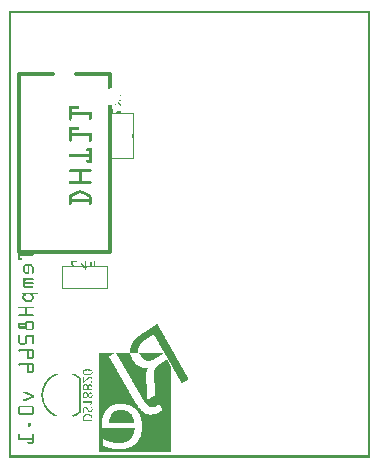
<source format=gbo>
G04 MADE WITH FRITZING*
G04 WWW.FRITZING.ORG*
G04 DOUBLE SIDED*
G04 HOLES PLATED*
G04 CONTOUR ON CENTER OF CONTOUR VECTOR*
%ASAXBY*%
%FSLAX23Y23*%
%MOIN*%
%OFA0B0*%
%SFA1.0B1.0*%
%ADD10C,0.013889*%
%ADD11R,0.001000X0.001000*%
%LNSILK0*%
G90*
G70*
G54D10*
X337Y688D02*
X34Y688D01*
D02*
X34Y688D02*
X34Y1282D01*
D02*
X337Y1282D02*
X223Y1282D01*
D02*
X147Y1282D02*
X34Y1282D01*
G36*
X512Y352D02*
X512Y351D01*
X513Y351D01*
X513Y350D01*
X513Y350D01*
X513Y350D01*
X514Y350D01*
X514Y348D01*
X513Y348D01*
X513Y348D01*
X512Y348D01*
X512Y347D01*
X511Y347D01*
X511Y347D01*
X510Y347D01*
X510Y346D01*
X510Y346D01*
X510Y346D01*
X509Y346D01*
X509Y345D01*
X508Y345D01*
X508Y345D01*
X507Y345D01*
X507Y344D01*
X506Y344D01*
X506Y344D01*
X506Y344D01*
X506Y343D01*
X505Y343D01*
X505Y343D01*
X504Y343D01*
X504Y342D01*
X503Y342D01*
X503Y342D01*
X503Y342D01*
X503Y341D01*
X502Y341D01*
X502Y341D01*
X501Y341D01*
X501Y341D01*
X500Y341D01*
X500Y340D01*
X499Y340D01*
X499Y340D01*
X498Y340D01*
X498Y339D01*
X498Y339D01*
X498Y339D01*
X497Y339D01*
X497Y338D01*
X496Y338D01*
X496Y338D01*
X496Y338D01*
X496Y337D01*
X495Y337D01*
X495Y337D01*
X494Y337D01*
X494Y336D01*
X493Y336D01*
X493Y336D01*
X492Y336D01*
X492Y335D01*
X492Y335D01*
X492Y335D01*
X491Y335D01*
X491Y334D01*
X490Y334D01*
X490Y334D01*
X489Y334D01*
X489Y333D01*
X488Y333D01*
X488Y333D01*
X487Y333D01*
X487Y332D01*
X487Y332D01*
X487Y332D01*
X486Y332D01*
X486Y331D01*
X485Y331D01*
X485Y331D01*
X484Y331D01*
X484Y331D01*
X484Y331D01*
X484Y330D01*
X483Y330D01*
X483Y330D01*
X482Y330D01*
X482Y329D01*
X481Y329D01*
X481Y329D01*
X480Y329D01*
X480Y328D01*
X479Y328D01*
X479Y328D01*
X478Y328D01*
X478Y327D01*
X477Y327D01*
X477Y327D01*
X476Y327D01*
X476Y326D01*
X474Y326D01*
X474Y326D01*
X473Y326D01*
X473Y325D01*
X471Y325D01*
X471Y325D01*
X468Y325D01*
X468Y324D01*
X465Y324D01*
X465Y324D01*
X461Y324D01*
X461Y324D01*
X458Y324D01*
X458Y325D01*
X456Y325D01*
X456Y325D01*
X455Y325D01*
X455Y326D01*
X454Y326D01*
X454Y326D01*
X453Y326D01*
X453Y327D01*
X452Y327D01*
X452Y327D01*
X451Y327D01*
X451Y328D01*
X450Y328D01*
X450Y328D01*
X449Y328D01*
X449Y329D01*
X449Y329D01*
X449Y329D01*
X448Y329D01*
X448Y330D01*
X448Y330D01*
X448Y330D01*
X447Y330D01*
X447Y331D01*
X447Y331D01*
X447Y331D01*
X446Y331D01*
X446Y331D01*
X446Y331D01*
X446Y332D01*
X445Y332D01*
X445Y332D01*
X445Y332D01*
X445Y333D01*
X444Y333D01*
X444Y333D01*
X444Y333D01*
X444Y334D01*
X443Y334D01*
X443Y334D01*
X443Y334D01*
X443Y335D01*
X442Y335D01*
X442Y336D01*
X442Y336D01*
X442Y336D01*
X441Y336D01*
X441Y337D01*
X441Y337D01*
X441Y338D01*
X440Y338D01*
X440Y338D01*
X440Y338D01*
X440Y339D01*
X439Y339D01*
X439Y340D01*
X439Y340D01*
X439Y341D01*
X438Y341D01*
X438Y341D01*
X438Y341D01*
X438Y342D01*
X438Y342D01*
X438Y343D01*
X437Y343D01*
X437Y344D01*
X437Y344D01*
X437Y344D01*
X436Y344D01*
X436Y345D01*
X436Y345D01*
X436Y347D01*
X435Y347D01*
X435Y348D01*
X435Y348D01*
X435Y349D01*
X434Y349D01*
X434Y350D01*
X434Y350D01*
X434Y352D01*
X512Y352D01*
G37*
D02*
G36*
X403Y352D02*
X403Y349D01*
X404Y349D01*
X404Y347D01*
X404Y347D01*
X404Y345D01*
X405Y345D01*
X405Y343D01*
X405Y343D01*
X405Y341D01*
X406Y341D01*
X406Y341D01*
X406Y341D01*
X406Y339D01*
X407Y339D01*
X407Y338D01*
X407Y338D01*
X407Y337D01*
X408Y337D01*
X408Y336D01*
X408Y336D01*
X408Y335D01*
X409Y335D01*
X409Y333D01*
X409Y333D01*
X409Y332D01*
X410Y332D01*
X410Y331D01*
X410Y331D01*
X410Y331D01*
X410Y331D01*
X410Y330D01*
X411Y330D01*
X411Y329D01*
X411Y329D01*
X411Y328D01*
X412Y328D01*
X412Y327D01*
X412Y327D01*
X412Y327D01*
X413Y327D01*
X413Y326D01*
X413Y326D01*
X413Y325D01*
X414Y325D01*
X414Y324D01*
X414Y324D01*
X414Y324D01*
X415Y324D01*
X415Y323D01*
X415Y323D01*
X415Y322D01*
X416Y322D01*
X416Y321D01*
X416Y321D01*
X416Y321D01*
X417Y321D01*
X417Y321D01*
X417Y321D01*
X417Y320D01*
X418Y320D01*
X418Y319D01*
X418Y319D01*
X418Y319D01*
X419Y319D01*
X419Y318D01*
X419Y318D01*
X419Y318D01*
X419Y318D01*
X419Y317D01*
X420Y317D01*
X420Y316D01*
X420Y316D01*
X420Y316D01*
X421Y316D01*
X421Y315D01*
X421Y315D01*
X421Y315D01*
X422Y315D01*
X422Y314D01*
X422Y314D01*
X422Y314D01*
X423Y314D01*
X423Y313D01*
X423Y313D01*
X423Y313D01*
X424Y313D01*
X424Y312D01*
X425Y312D01*
X425Y312D01*
X425Y312D01*
X425Y312D01*
X426Y312D01*
X426Y311D01*
X426Y311D01*
X426Y311D01*
X427Y311D01*
X427Y310D01*
X428Y310D01*
X428Y310D01*
X428Y310D01*
X428Y309D01*
X429Y309D01*
X429Y309D01*
X429Y309D01*
X429Y308D01*
X430Y308D01*
X430Y308D01*
X431Y308D01*
X431Y307D01*
X432Y307D01*
X432Y307D01*
X433Y307D01*
X433Y306D01*
X434Y306D01*
X434Y306D01*
X435Y306D01*
X435Y305D01*
X436Y305D01*
X436Y305D01*
X437Y305D01*
X437Y304D01*
X438Y304D01*
X438Y304D01*
X440Y304D01*
X440Y303D01*
X442Y303D01*
X442Y303D01*
X444Y303D01*
X444Y302D01*
X446Y302D01*
X446Y302D01*
X449Y302D01*
X449Y302D01*
X385Y302D01*
X385Y302D01*
X384Y302D01*
X384Y303D01*
X384Y303D01*
X384Y304D01*
X383Y304D01*
X383Y304D01*
X383Y304D01*
X383Y305D01*
X382Y305D01*
X382Y306D01*
X382Y306D01*
X382Y307D01*
X381Y307D01*
X381Y308D01*
X381Y308D01*
X381Y309D01*
X381Y309D01*
X381Y310D01*
X380Y310D01*
X380Y310D01*
X380Y310D01*
X380Y311D01*
X379Y311D01*
X379Y312D01*
X379Y312D01*
X379Y313D01*
X378Y313D01*
X378Y313D01*
X378Y313D01*
X378Y314D01*
X377Y314D01*
X377Y315D01*
X377Y315D01*
X377Y316D01*
X376Y316D01*
X376Y317D01*
X376Y317D01*
X376Y318D01*
X375Y318D01*
X375Y319D01*
X375Y319D01*
X375Y320D01*
X374Y320D01*
X374Y320D01*
X374Y320D01*
X374Y321D01*
X373Y321D01*
X373Y322D01*
X373Y322D01*
X373Y322D01*
X372Y322D01*
X372Y323D01*
X372Y323D01*
X372Y324D01*
X371Y324D01*
X371Y325D01*
X371Y325D01*
X371Y326D01*
X371Y326D01*
X371Y327D01*
X370Y327D01*
X370Y328D01*
X370Y328D01*
X370Y329D01*
X369Y329D01*
X369Y329D01*
X369Y329D01*
X369Y330D01*
X368Y330D01*
X368Y331D01*
X368Y331D01*
X368Y331D01*
X367Y331D01*
X367Y332D01*
X367Y332D01*
X367Y333D01*
X366Y333D01*
X366Y334D01*
X366Y334D01*
X366Y335D01*
X365Y335D01*
X365Y336D01*
X365Y336D01*
X365Y337D01*
X364Y337D01*
X364Y338D01*
X364Y338D01*
X364Y338D01*
X363Y338D01*
X363Y339D01*
X363Y339D01*
X363Y340D01*
X362Y340D01*
X362Y341D01*
X362Y341D01*
X362Y341D01*
X362Y341D01*
X362Y342D01*
X361Y342D01*
X361Y343D01*
X361Y343D01*
X361Y344D01*
X360Y344D01*
X360Y345D01*
X360Y345D01*
X360Y346D01*
X359Y346D01*
X359Y347D01*
X359Y347D01*
X359Y347D01*
X358Y347D01*
X358Y348D01*
X358Y348D01*
X358Y349D01*
X357Y349D01*
X357Y350D01*
X357Y350D01*
X357Y350D01*
X356Y350D01*
X356Y351D01*
X356Y351D01*
X356Y352D01*
X403Y352D01*
G37*
D02*
G36*
X353Y352D02*
X353Y351D01*
X352Y351D01*
X352Y351D01*
X352Y351D01*
X352Y350D01*
X351Y350D01*
X351Y350D01*
X350Y350D01*
X350Y350D01*
X350Y350D01*
X350Y349D01*
X349Y349D01*
X349Y349D01*
X348Y349D01*
X348Y348D01*
X347Y348D01*
X347Y348D01*
X346Y348D01*
X346Y347D01*
X345Y347D01*
X345Y347D01*
X344Y347D01*
X344Y346D01*
X343Y346D01*
X343Y346D01*
X343Y346D01*
X343Y345D01*
X342Y345D01*
X342Y345D01*
X341Y345D01*
X341Y344D01*
X341Y344D01*
X341Y344D01*
X340Y344D01*
X340Y343D01*
X339Y343D01*
X339Y343D01*
X338Y343D01*
X338Y342D01*
X337Y342D01*
X337Y342D01*
X336Y342D01*
X336Y341D01*
X335Y341D01*
X335Y341D01*
X334Y341D01*
X334Y341D01*
X334Y341D01*
X334Y340D01*
X333Y340D01*
X333Y340D01*
X333Y340D01*
X333Y339D01*
X333Y339D01*
X333Y338D01*
X333Y338D01*
X333Y337D01*
X334Y337D01*
X334Y336D01*
X334Y336D01*
X334Y335D01*
X335Y335D01*
X335Y334D01*
X335Y334D01*
X335Y334D01*
X336Y334D01*
X336Y333D01*
X336Y333D01*
X336Y332D01*
X337Y332D01*
X337Y331D01*
X337Y331D01*
X337Y331D01*
X338Y331D01*
X338Y330D01*
X338Y330D01*
X338Y329D01*
X339Y329D01*
X339Y328D01*
X339Y328D01*
X339Y327D01*
X340Y327D01*
X340Y326D01*
X340Y326D01*
X340Y325D01*
X341Y325D01*
X341Y325D01*
X341Y325D01*
X341Y324D01*
X342Y324D01*
X342Y323D01*
X342Y323D01*
X342Y322D01*
X342Y322D01*
X342Y321D01*
X343Y321D01*
X343Y321D01*
X343Y321D01*
X343Y320D01*
X344Y320D01*
X344Y319D01*
X344Y319D01*
X344Y318D01*
X345Y318D01*
X345Y317D01*
X345Y317D01*
X345Y316D01*
X346Y316D01*
X346Y316D01*
X346Y316D01*
X346Y315D01*
X347Y315D01*
X347Y314D01*
X347Y314D01*
X347Y313D01*
X348Y313D01*
X348Y312D01*
X348Y312D01*
X348Y312D01*
X349Y312D01*
X349Y311D01*
X349Y311D01*
X349Y310D01*
X350Y310D01*
X350Y309D01*
X350Y309D01*
X350Y308D01*
X351Y308D01*
X351Y307D01*
X351Y307D01*
X351Y307D01*
X352Y307D01*
X352Y306D01*
X352Y306D01*
X352Y305D01*
X352Y305D01*
X352Y304D01*
X353Y304D01*
X353Y303D01*
X353Y303D01*
X353Y302D01*
X354Y302D01*
X354Y302D01*
X354Y302D01*
X354Y301D01*
X355Y301D01*
X355Y300D01*
X355Y300D01*
X355Y299D01*
X356Y299D01*
X356Y298D01*
X356Y298D01*
X356Y298D01*
X357Y298D01*
X357Y297D01*
X357Y297D01*
X357Y296D01*
X358Y296D01*
X358Y295D01*
X358Y295D01*
X358Y294D01*
X359Y294D01*
X359Y293D01*
X359Y293D01*
X359Y293D01*
X360Y293D01*
X360Y292D01*
X360Y292D01*
X360Y291D01*
X361Y291D01*
X361Y290D01*
X361Y290D01*
X361Y289D01*
X362Y289D01*
X362Y288D01*
X362Y288D01*
X362Y288D01*
X362Y288D01*
X362Y287D01*
X363Y287D01*
X363Y286D01*
X363Y286D01*
X363Y285D01*
X364Y285D01*
X364Y284D01*
X364Y284D01*
X364Y283D01*
X365Y283D01*
X365Y283D01*
X365Y283D01*
X365Y282D01*
X366Y282D01*
X366Y281D01*
X366Y281D01*
X366Y280D01*
X367Y280D01*
X367Y279D01*
X367Y279D01*
X367Y279D01*
X368Y279D01*
X368Y278D01*
X368Y278D01*
X368Y277D01*
X369Y277D01*
X369Y276D01*
X369Y276D01*
X369Y275D01*
X370Y275D01*
X370Y274D01*
X370Y274D01*
X370Y273D01*
X371Y273D01*
X371Y273D01*
X371Y273D01*
X371Y272D01*
X371Y272D01*
X371Y271D01*
X372Y271D01*
X372Y270D01*
X372Y270D01*
X372Y270D01*
X373Y270D01*
X373Y269D01*
X373Y269D01*
X373Y268D01*
X374Y268D01*
X374Y267D01*
X374Y267D01*
X374Y266D01*
X375Y266D01*
X375Y265D01*
X375Y265D01*
X375Y264D01*
X376Y264D01*
X376Y264D01*
X376Y264D01*
X376Y263D01*
X377Y263D01*
X377Y262D01*
X377Y262D01*
X377Y261D01*
X378Y261D01*
X378Y261D01*
X378Y261D01*
X378Y260D01*
X379Y260D01*
X379Y259D01*
X379Y259D01*
X379Y258D01*
X380Y258D01*
X380Y257D01*
X380Y257D01*
X380Y256D01*
X381Y256D01*
X381Y255D01*
X381Y255D01*
X381Y254D01*
X381Y254D01*
X381Y254D01*
X382Y254D01*
X382Y253D01*
X382Y253D01*
X382Y252D01*
X383Y252D01*
X383Y252D01*
X383Y252D01*
X383Y251D01*
X384Y251D01*
X384Y250D01*
X384Y250D01*
X384Y249D01*
X385Y249D01*
X385Y248D01*
X385Y248D01*
X385Y247D01*
X386Y247D01*
X386Y246D01*
X386Y246D01*
X386Y245D01*
X387Y245D01*
X387Y245D01*
X387Y245D01*
X387Y244D01*
X388Y244D01*
X388Y243D01*
X388Y243D01*
X388Y243D01*
X389Y243D01*
X389Y242D01*
X389Y242D01*
X389Y241D01*
X390Y241D01*
X390Y240D01*
X390Y240D01*
X390Y239D01*
X390Y239D01*
X390Y238D01*
X391Y238D01*
X391Y237D01*
X391Y237D01*
X391Y236D01*
X392Y236D01*
X392Y236D01*
X392Y236D01*
X392Y235D01*
X393Y235D01*
X393Y234D01*
X393Y234D01*
X393Y233D01*
X394Y233D01*
X394Y233D01*
X394Y233D01*
X394Y232D01*
X395Y232D01*
X395Y231D01*
X395Y231D01*
X395Y230D01*
X396Y230D01*
X396Y229D01*
X396Y229D01*
X396Y228D01*
X397Y228D01*
X397Y227D01*
X397Y227D01*
X397Y227D01*
X398Y227D01*
X398Y226D01*
X398Y226D01*
X398Y225D01*
X399Y225D01*
X399Y224D01*
X399Y224D01*
X399Y224D01*
X400Y224D01*
X400Y223D01*
X400Y223D01*
X400Y222D01*
X400Y222D01*
X400Y221D01*
X401Y221D01*
X401Y220D01*
X401Y220D01*
X401Y219D01*
X402Y219D01*
X402Y218D01*
X402Y218D01*
X402Y218D01*
X403Y218D01*
X403Y217D01*
X403Y217D01*
X403Y216D01*
X404Y216D01*
X404Y215D01*
X404Y215D01*
X404Y215D01*
X405Y215D01*
X405Y214D01*
X405Y214D01*
X405Y213D01*
X406Y213D01*
X406Y212D01*
X406Y212D01*
X406Y211D01*
X407Y211D01*
X407Y210D01*
X407Y210D01*
X407Y209D01*
X408Y209D01*
X408Y209D01*
X408Y209D01*
X408Y208D01*
X409Y208D01*
X409Y207D01*
X409Y207D01*
X409Y206D01*
X410Y206D01*
X410Y206D01*
X410Y206D01*
X410Y205D01*
X410Y205D01*
X410Y204D01*
X411Y204D01*
X411Y203D01*
X411Y203D01*
X411Y202D01*
X412Y202D01*
X412Y201D01*
X412Y201D01*
X412Y200D01*
X413Y200D01*
X413Y199D01*
X413Y199D01*
X413Y199D01*
X414Y199D01*
X414Y198D01*
X414Y198D01*
X414Y197D01*
X415Y197D01*
X415Y196D01*
X415Y196D01*
X415Y196D01*
X416Y196D01*
X416Y195D01*
X416Y195D01*
X416Y194D01*
X417Y194D01*
X417Y193D01*
X417Y193D01*
X417Y192D01*
X418Y192D01*
X418Y191D01*
X418Y191D01*
X418Y190D01*
X419Y190D01*
X419Y190D01*
X419Y190D01*
X419Y189D01*
X419Y189D01*
X419Y188D01*
X420Y188D01*
X420Y187D01*
X420Y187D01*
X420Y187D01*
X421Y187D01*
X421Y186D01*
X421Y186D01*
X421Y185D01*
X422Y185D01*
X422Y184D01*
X422Y184D01*
X422Y183D01*
X423Y183D01*
X423Y182D01*
X423Y182D01*
X423Y182D01*
X370Y182D01*
X370Y181D01*
X363Y181D01*
X363Y181D01*
X359Y181D01*
X359Y180D01*
X357Y180D01*
X357Y180D01*
X354Y180D01*
X354Y179D01*
X353Y179D01*
X353Y179D01*
X351Y179D01*
X351Y178D01*
X350Y178D01*
X350Y178D01*
X348Y178D01*
X348Y177D01*
X347Y177D01*
X347Y177D01*
X346Y177D01*
X346Y177D01*
X345Y177D01*
X345Y176D01*
X343Y176D01*
X343Y176D01*
X342Y176D01*
X342Y175D01*
X342Y175D01*
X342Y175D01*
X341Y175D01*
X341Y174D01*
X340Y174D01*
X340Y174D01*
X339Y174D01*
X339Y173D01*
X338Y173D01*
X338Y173D01*
X337Y173D01*
X337Y172D01*
X337Y172D01*
X337Y172D01*
X336Y172D01*
X336Y171D01*
X335Y171D01*
X335Y171D01*
X335Y171D01*
X335Y170D01*
X334Y170D01*
X334Y170D01*
X333Y170D01*
X333Y169D01*
X333Y169D01*
X333Y169D01*
X332Y169D01*
X332Y168D01*
X332Y168D01*
X332Y168D01*
X331Y168D01*
X331Y167D01*
X331Y167D01*
X331Y167D01*
X330Y167D01*
X330Y167D01*
X330Y167D01*
X330Y166D01*
X329Y166D01*
X329Y166D01*
X329Y166D01*
X329Y165D01*
X328Y165D01*
X328Y165D01*
X328Y165D01*
X328Y164D01*
X327Y164D01*
X327Y164D01*
X327Y164D01*
X327Y163D01*
X326Y163D01*
X326Y163D01*
X326Y163D01*
X326Y162D01*
X325Y162D01*
X325Y162D01*
X325Y162D01*
X325Y161D01*
X324Y161D01*
X324Y161D01*
X324Y161D01*
X324Y160D01*
X323Y160D01*
X323Y159D01*
X323Y159D01*
X323Y159D01*
X323Y159D01*
X323Y158D01*
X322Y158D01*
X322Y158D01*
X322Y158D01*
X322Y157D01*
X321Y157D01*
X321Y156D01*
X321Y156D01*
X321Y156D01*
X320Y156D01*
X320Y155D01*
X320Y155D01*
X320Y154D01*
X319Y154D01*
X319Y153D01*
X319Y153D01*
X319Y152D01*
X318Y152D01*
X318Y151D01*
X318Y151D01*
X318Y151D01*
X317Y151D01*
X317Y150D01*
X317Y150D01*
X317Y149D01*
X316Y149D01*
X316Y148D01*
X316Y148D01*
X316Y147D01*
X315Y147D01*
X315Y146D01*
X315Y146D01*
X315Y145D01*
X314Y145D01*
X314Y143D01*
X314Y143D01*
X314Y142D01*
X313Y142D01*
X313Y140D01*
X313Y140D01*
X313Y139D01*
X313Y139D01*
X313Y138D01*
X312Y138D01*
X312Y136D01*
X312Y136D01*
X312Y134D01*
X311Y134D01*
X311Y131D01*
X311Y131D01*
X311Y129D01*
X310Y129D01*
X310Y126D01*
X310Y126D01*
X310Y121D01*
X309Y121D01*
X309Y100D01*
X418Y100D01*
X418Y95D01*
X417Y95D01*
X417Y92D01*
X417Y92D01*
X417Y89D01*
X416Y89D01*
X416Y87D01*
X416Y87D01*
X416Y85D01*
X415Y85D01*
X415Y83D01*
X415Y83D01*
X415Y82D01*
X414Y82D01*
X414Y81D01*
X414Y81D01*
X414Y79D01*
X413Y79D01*
X413Y78D01*
X413Y78D01*
X413Y77D01*
X412Y77D01*
X412Y76D01*
X412Y76D01*
X412Y75D01*
X411Y75D01*
X411Y74D01*
X411Y74D01*
X411Y73D01*
X410Y73D01*
X410Y72D01*
X410Y72D01*
X410Y71D01*
X410Y71D01*
X410Y71D01*
X409Y71D01*
X409Y70D01*
X409Y70D01*
X409Y69D01*
X408Y69D01*
X408Y69D01*
X408Y69D01*
X408Y68D01*
X407Y68D01*
X407Y67D01*
X407Y67D01*
X407Y67D01*
X406Y67D01*
X406Y66D01*
X406Y66D01*
X406Y66D01*
X405Y66D01*
X405Y65D01*
X405Y65D01*
X405Y64D01*
X404Y64D01*
X404Y64D01*
X314Y64D01*
X314Y41D01*
X315Y41D01*
X315Y41D01*
X316Y41D01*
X316Y40D01*
X317Y40D01*
X317Y40D01*
X319Y40D01*
X319Y39D01*
X320Y39D01*
X320Y39D01*
X321Y39D01*
X321Y38D01*
X323Y38D01*
X323Y38D01*
X324Y38D01*
X324Y37D01*
X325Y37D01*
X325Y37D01*
X327Y37D01*
X327Y36D01*
X328Y36D01*
X328Y36D01*
X330Y36D01*
X330Y35D01*
X331Y35D01*
X331Y35D01*
X333Y35D01*
X333Y34D01*
X335Y34D01*
X335Y34D01*
X337Y34D01*
X337Y33D01*
X339Y33D01*
X339Y33D01*
X341Y33D01*
X341Y33D01*
X343Y33D01*
X343Y32D01*
X346Y32D01*
X346Y32D01*
X349Y32D01*
X349Y31D01*
X352Y31D01*
X352Y31D01*
X358Y31D01*
X358Y30D01*
X299Y30D01*
X299Y352D01*
X353Y352D01*
G37*
D02*
G36*
X526Y329D02*
X526Y328D01*
X526Y328D01*
X526Y327D01*
X527Y327D01*
X527Y327D01*
X527Y327D01*
X527Y326D01*
X528Y326D01*
X528Y325D01*
X528Y325D01*
X528Y324D01*
X529Y324D01*
X529Y323D01*
X529Y323D01*
X529Y323D01*
X530Y323D01*
X530Y322D01*
X530Y322D01*
X530Y321D01*
X531Y321D01*
X531Y321D01*
X531Y321D01*
X531Y320D01*
X532Y320D01*
X532Y319D01*
X532Y319D01*
X532Y318D01*
X533Y318D01*
X533Y317D01*
X533Y317D01*
X533Y316D01*
X534Y316D01*
X534Y316D01*
X534Y316D01*
X534Y315D01*
X535Y315D01*
X535Y314D01*
X535Y314D01*
X535Y313D01*
X535Y313D01*
X535Y312D01*
X536Y312D01*
X536Y312D01*
X536Y312D01*
X536Y311D01*
X537Y311D01*
X537Y310D01*
X537Y310D01*
X537Y309D01*
X538Y309D01*
X538Y309D01*
X538Y309D01*
X538Y308D01*
X539Y308D01*
X539Y307D01*
X539Y307D01*
X539Y306D01*
X540Y306D01*
X540Y305D01*
X540Y305D01*
X540Y196D01*
X464Y196D01*
X464Y196D01*
X465Y196D01*
X465Y197D01*
X466Y197D01*
X466Y197D01*
X467Y197D01*
X467Y198D01*
X467Y198D01*
X467Y198D01*
X468Y198D01*
X468Y199D01*
X469Y199D01*
X469Y199D01*
X469Y199D01*
X469Y200D01*
X470Y200D01*
X470Y200D01*
X471Y200D01*
X471Y201D01*
X472Y201D01*
X472Y201D01*
X473Y201D01*
X473Y202D01*
X473Y202D01*
X473Y202D01*
X474Y202D01*
X474Y203D01*
X475Y203D01*
X475Y203D01*
X476Y203D01*
X476Y204D01*
X477Y204D01*
X477Y204D01*
X477Y204D01*
X477Y205D01*
X478Y205D01*
X478Y205D01*
X479Y205D01*
X479Y206D01*
X480Y206D01*
X480Y206D01*
X480Y206D01*
X480Y206D01*
X481Y206D01*
X481Y207D01*
X482Y207D01*
X482Y207D01*
X483Y207D01*
X483Y208D01*
X484Y208D01*
X484Y208D01*
X485Y208D01*
X485Y209D01*
X485Y209D01*
X485Y209D01*
X486Y209D01*
X486Y210D01*
X487Y210D01*
X487Y210D01*
X487Y210D01*
X487Y211D01*
X488Y211D01*
X488Y212D01*
X487Y212D01*
X487Y217D01*
X487Y217D01*
X487Y223D01*
X487Y223D01*
X487Y229D01*
X486Y229D01*
X486Y235D01*
X486Y235D01*
X486Y241D01*
X485Y241D01*
X485Y246D01*
X485Y246D01*
X485Y252D01*
X484Y252D01*
X484Y258D01*
X484Y258D01*
X484Y264D01*
X483Y264D01*
X483Y270D01*
X483Y270D01*
X483Y284D01*
X483Y284D01*
X483Y288D01*
X484Y288D01*
X484Y291D01*
X484Y291D01*
X484Y293D01*
X485Y293D01*
X485Y294D01*
X485Y294D01*
X485Y296D01*
X486Y296D01*
X486Y297D01*
X486Y297D01*
X486Y298D01*
X487Y298D01*
X487Y299D01*
X487Y299D01*
X487Y300D01*
X487Y300D01*
X487Y301D01*
X488Y301D01*
X488Y301D01*
X488Y301D01*
X488Y302D01*
X489Y302D01*
X489Y302D01*
X489Y302D01*
X489Y303D01*
X490Y303D01*
X490Y304D01*
X490Y304D01*
X490Y304D01*
X491Y304D01*
X491Y305D01*
X491Y305D01*
X491Y305D01*
X492Y305D01*
X492Y306D01*
X492Y306D01*
X492Y306D01*
X493Y306D01*
X493Y307D01*
X493Y307D01*
X493Y307D01*
X494Y307D01*
X494Y308D01*
X494Y308D01*
X494Y308D01*
X495Y308D01*
X495Y309D01*
X495Y309D01*
X495Y309D01*
X496Y309D01*
X496Y310D01*
X496Y310D01*
X496Y310D01*
X497Y310D01*
X497Y311D01*
X497Y311D01*
X497Y311D01*
X498Y311D01*
X498Y312D01*
X499Y312D01*
X499Y312D01*
X499Y312D01*
X499Y312D01*
X500Y312D01*
X500Y313D01*
X501Y313D01*
X501Y313D01*
X501Y313D01*
X501Y314D01*
X502Y314D01*
X502Y314D01*
X503Y314D01*
X503Y315D01*
X504Y315D01*
X504Y315D01*
X505Y315D01*
X505Y316D01*
X505Y316D01*
X505Y316D01*
X506Y316D01*
X506Y317D01*
X507Y317D01*
X507Y317D01*
X507Y317D01*
X507Y318D01*
X508Y318D01*
X508Y318D01*
X509Y318D01*
X509Y319D01*
X510Y319D01*
X510Y319D01*
X511Y319D01*
X511Y320D01*
X512Y320D01*
X512Y320D01*
X512Y320D01*
X512Y321D01*
X513Y321D01*
X513Y321D01*
X514Y321D01*
X514Y321D01*
X515Y321D01*
X515Y322D01*
X515Y322D01*
X515Y322D01*
X516Y322D01*
X516Y323D01*
X517Y323D01*
X517Y323D01*
X518Y323D01*
X518Y324D01*
X518Y324D01*
X518Y324D01*
X519Y324D01*
X519Y325D01*
X520Y325D01*
X520Y325D01*
X521Y325D01*
X521Y326D01*
X522Y326D01*
X522Y326D01*
X523Y326D01*
X523Y327D01*
X523Y327D01*
X523Y327D01*
X524Y327D01*
X524Y328D01*
X525Y328D01*
X525Y328D01*
X525Y328D01*
X525Y329D01*
X526Y329D01*
G37*
D02*
G36*
X463Y302D02*
X463Y302D01*
X458Y302D01*
X458Y302D01*
X462Y302D01*
X462Y302D01*
X463Y302D01*
G37*
D02*
G36*
X463Y302D02*
X463Y301D01*
X385Y301D01*
X385Y302D01*
X463Y302D01*
G37*
D02*
G36*
X463Y302D02*
X463Y301D01*
X385Y301D01*
X385Y302D01*
X463Y302D01*
G37*
D02*
G36*
X462Y301D02*
X462Y300D01*
X462Y300D01*
X462Y299D01*
X461Y299D01*
X461Y298D01*
X461Y298D01*
X461Y297D01*
X460Y297D01*
X460Y296D01*
X460Y296D01*
X460Y295D01*
X459Y295D01*
X459Y293D01*
X459Y293D01*
X459Y292D01*
X458Y292D01*
X458Y290D01*
X458Y290D01*
X458Y288D01*
X458Y288D01*
X458Y286D01*
X457Y286D01*
X457Y283D01*
X457Y283D01*
X457Y277D01*
X456Y277D01*
X456Y263D01*
X457Y263D01*
X457Y255D01*
X457Y255D01*
X457Y249D01*
X458Y249D01*
X458Y244D01*
X458Y244D01*
X458Y237D01*
X458Y237D01*
X458Y231D01*
X459Y231D01*
X459Y225D01*
X459Y225D01*
X459Y219D01*
X460Y219D01*
X460Y213D01*
X460Y213D01*
X460Y207D01*
X461Y207D01*
X461Y201D01*
X461Y201D01*
X461Y196D01*
X446Y196D01*
X446Y197D01*
X445Y197D01*
X445Y197D01*
X445Y197D01*
X445Y198D01*
X444Y198D01*
X444Y199D01*
X444Y199D01*
X444Y200D01*
X443Y200D01*
X443Y201D01*
X443Y201D01*
X443Y202D01*
X442Y202D01*
X442Y203D01*
X442Y203D01*
X442Y203D01*
X441Y203D01*
X441Y204D01*
X441Y204D01*
X441Y205D01*
X440Y205D01*
X440Y206D01*
X440Y206D01*
X440Y206D01*
X439Y206D01*
X439Y207D01*
X439Y207D01*
X439Y208D01*
X438Y208D01*
X438Y209D01*
X438Y209D01*
X438Y210D01*
X438Y210D01*
X438Y211D01*
X437Y211D01*
X437Y212D01*
X437Y212D01*
X437Y212D01*
X436Y212D01*
X436Y213D01*
X436Y213D01*
X436Y214D01*
X435Y214D01*
X435Y215D01*
X435Y215D01*
X435Y216D01*
X434Y216D01*
X434Y216D01*
X434Y216D01*
X434Y217D01*
X433Y217D01*
X433Y218D01*
X433Y218D01*
X433Y219D01*
X432Y219D01*
X432Y220D01*
X432Y220D01*
X432Y221D01*
X431Y221D01*
X431Y222D01*
X431Y222D01*
X431Y222D01*
X430Y222D01*
X430Y223D01*
X430Y223D01*
X430Y224D01*
X429Y224D01*
X429Y225D01*
X429Y225D01*
X429Y225D01*
X429Y225D01*
X429Y226D01*
X428Y226D01*
X428Y227D01*
X428Y227D01*
X428Y228D01*
X427Y228D01*
X427Y229D01*
X427Y229D01*
X427Y230D01*
X426Y230D01*
X426Y231D01*
X426Y231D01*
X426Y231D01*
X425Y231D01*
X425Y232D01*
X425Y232D01*
X425Y233D01*
X424Y233D01*
X424Y234D01*
X424Y234D01*
X424Y235D01*
X423Y235D01*
X423Y235D01*
X423Y235D01*
X423Y236D01*
X422Y236D01*
X422Y237D01*
X422Y237D01*
X422Y238D01*
X421Y238D01*
X421Y239D01*
X421Y239D01*
X421Y240D01*
X420Y240D01*
X420Y240D01*
X420Y240D01*
X420Y241D01*
X419Y241D01*
X419Y242D01*
X419Y242D01*
X419Y243D01*
X419Y243D01*
X419Y244D01*
X418Y244D01*
X418Y244D01*
X418Y244D01*
X418Y245D01*
X417Y245D01*
X417Y246D01*
X417Y246D01*
X417Y247D01*
X416Y247D01*
X416Y248D01*
X416Y248D01*
X416Y249D01*
X415Y249D01*
X415Y249D01*
X415Y249D01*
X415Y250D01*
X414Y250D01*
X414Y251D01*
X414Y251D01*
X414Y252D01*
X413Y252D01*
X413Y253D01*
X413Y253D01*
X413Y254D01*
X412Y254D01*
X412Y254D01*
X412Y254D01*
X412Y255D01*
X411Y255D01*
X411Y256D01*
X411Y256D01*
X411Y257D01*
X410Y257D01*
X410Y258D01*
X410Y258D01*
X410Y258D01*
X410Y258D01*
X410Y259D01*
X409Y259D01*
X409Y260D01*
X409Y260D01*
X409Y261D01*
X408Y261D01*
X408Y262D01*
X408Y262D01*
X408Y263D01*
X407Y263D01*
X407Y264D01*
X407Y264D01*
X407Y264D01*
X406Y264D01*
X406Y265D01*
X406Y265D01*
X406Y266D01*
X405Y266D01*
X405Y267D01*
X405Y267D01*
X405Y267D01*
X404Y267D01*
X404Y268D01*
X404Y268D01*
X404Y269D01*
X403Y269D01*
X403Y270D01*
X403Y270D01*
X403Y271D01*
X402Y271D01*
X402Y272D01*
X402Y272D01*
X402Y273D01*
X401Y273D01*
X401Y273D01*
X401Y273D01*
X401Y274D01*
X400Y274D01*
X400Y275D01*
X400Y275D01*
X400Y276D01*
X400Y276D01*
X400Y277D01*
X399Y277D01*
X399Y277D01*
X399Y277D01*
X399Y278D01*
X398Y278D01*
X398Y279D01*
X398Y279D01*
X398Y280D01*
X397Y280D01*
X397Y281D01*
X397Y281D01*
X397Y282D01*
X396Y282D01*
X396Y283D01*
X396Y283D01*
X396Y283D01*
X395Y283D01*
X395Y284D01*
X395Y284D01*
X395Y285D01*
X394Y285D01*
X394Y286D01*
X394Y286D01*
X394Y286D01*
X393Y286D01*
X393Y287D01*
X393Y287D01*
X393Y288D01*
X392Y288D01*
X392Y289D01*
X392Y289D01*
X392Y290D01*
X391Y290D01*
X391Y291D01*
X391Y291D01*
X391Y292D01*
X390Y292D01*
X390Y292D01*
X390Y292D01*
X390Y293D01*
X390Y293D01*
X390Y294D01*
X389Y294D01*
X389Y295D01*
X389Y295D01*
X389Y295D01*
X388Y295D01*
X388Y296D01*
X388Y296D01*
X388Y297D01*
X387Y297D01*
X387Y298D01*
X387Y298D01*
X387Y299D01*
X386Y299D01*
X386Y300D01*
X386Y300D01*
X386Y301D01*
X385Y301D01*
X385Y301D01*
X462Y301D01*
G37*
D02*
G36*
X463Y197D02*
X463Y196D01*
X462Y196D01*
X462Y197D01*
X463Y197D01*
X463Y197D01*
X463Y197D01*
G37*
D02*
G36*
X463Y196D02*
X463Y196D01*
X446Y196D01*
X446Y196D01*
X463Y196D01*
G37*
D02*
G36*
X463Y196D02*
X463Y196D01*
X446Y196D01*
X446Y196D01*
X463Y196D01*
G37*
D02*
G36*
X540Y196D02*
X540Y196D01*
X446Y196D01*
X446Y196D01*
X540Y196D01*
G37*
D02*
G36*
X540Y196D02*
X540Y196D01*
X446Y196D01*
X446Y196D01*
X540Y196D01*
G37*
D02*
G36*
X540Y196D02*
X540Y179D01*
X500Y179D01*
X500Y179D01*
X499Y179D01*
X499Y178D01*
X498Y178D01*
X498Y178D01*
X498Y178D01*
X498Y177D01*
X497Y177D01*
X497Y177D01*
X496Y177D01*
X496Y177D01*
X495Y177D01*
X495Y176D01*
X495Y176D01*
X495Y176D01*
X494Y176D01*
X494Y175D01*
X493Y175D01*
X493Y175D01*
X492Y175D01*
X492Y174D01*
X491Y174D01*
X491Y174D01*
X490Y174D01*
X490Y173D01*
X489Y173D01*
X489Y173D01*
X488Y173D01*
X488Y172D01*
X487Y172D01*
X487Y172D01*
X486Y172D01*
X486Y171D01*
X484Y171D01*
X484Y171D01*
X482Y171D01*
X482Y170D01*
X480Y170D01*
X480Y170D01*
X473Y170D01*
X473Y170D01*
X471Y170D01*
X471Y171D01*
X469Y171D01*
X469Y171D01*
X468Y171D01*
X468Y172D01*
X467Y172D01*
X467Y172D01*
X466Y172D01*
X466Y173D01*
X466Y173D01*
X466Y173D01*
X465Y173D01*
X465Y174D01*
X464Y174D01*
X464Y174D01*
X463Y174D01*
X463Y175D01*
X463Y175D01*
X463Y175D01*
X462Y175D01*
X462Y176D01*
X462Y176D01*
X462Y176D01*
X461Y176D01*
X461Y177D01*
X460Y177D01*
X460Y177D01*
X460Y177D01*
X460Y177D01*
X459Y177D01*
X459Y178D01*
X459Y178D01*
X459Y178D01*
X458Y178D01*
X458Y179D01*
X458Y179D01*
X458Y179D01*
X458Y179D01*
X458Y180D01*
X457Y180D01*
X457Y180D01*
X457Y180D01*
X457Y181D01*
X456Y181D01*
X456Y182D01*
X456Y182D01*
X456Y182D01*
X455Y182D01*
X455Y183D01*
X455Y183D01*
X455Y183D01*
X454Y183D01*
X454Y184D01*
X454Y184D01*
X454Y185D01*
X453Y185D01*
X453Y185D01*
X453Y185D01*
X453Y186D01*
X452Y186D01*
X452Y187D01*
X452Y187D01*
X452Y187D01*
X451Y187D01*
X451Y188D01*
X451Y188D01*
X451Y188D01*
X450Y188D01*
X450Y189D01*
X450Y189D01*
X450Y190D01*
X449Y190D01*
X449Y191D01*
X449Y191D01*
X449Y191D01*
X448Y191D01*
X448Y192D01*
X448Y192D01*
X448Y193D01*
X448Y193D01*
X448Y194D01*
X447Y194D01*
X447Y195D01*
X447Y195D01*
X447Y195D01*
X446Y195D01*
X446Y196D01*
X540Y196D01*
G37*
D02*
G36*
X424Y182D02*
X424Y181D01*
X424Y181D01*
X424Y180D01*
X425Y180D01*
X425Y179D01*
X425Y179D01*
X425Y178D01*
X426Y178D01*
X426Y178D01*
X426Y178D01*
X426Y177D01*
X427Y177D01*
X427Y177D01*
X427Y177D01*
X427Y176D01*
X428Y176D01*
X428Y175D01*
X428Y175D01*
X428Y174D01*
X429Y174D01*
X429Y174D01*
X429Y174D01*
X429Y173D01*
X429Y173D01*
X429Y172D01*
X430Y172D01*
X430Y171D01*
X430Y171D01*
X430Y171D01*
X431Y171D01*
X431Y170D01*
X431Y170D01*
X431Y169D01*
X432Y169D01*
X432Y169D01*
X432Y169D01*
X432Y168D01*
X433Y168D01*
X433Y167D01*
X433Y167D01*
X433Y167D01*
X434Y167D01*
X434Y167D01*
X434Y167D01*
X434Y166D01*
X435Y166D01*
X435Y166D01*
X435Y166D01*
X435Y165D01*
X436Y165D01*
X436Y164D01*
X436Y164D01*
X436Y164D01*
X437Y164D01*
X437Y163D01*
X437Y163D01*
X437Y163D01*
X438Y163D01*
X438Y162D01*
X438Y162D01*
X438Y162D01*
X438Y162D01*
X438Y161D01*
X439Y161D01*
X439Y161D01*
X439Y161D01*
X439Y160D01*
X440Y160D01*
X440Y160D01*
X440Y160D01*
X440Y159D01*
X441Y159D01*
X441Y159D01*
X441Y159D01*
X441Y158D01*
X442Y158D01*
X442Y158D01*
X442Y158D01*
X442Y158D01*
X443Y158D01*
X443Y157D01*
X443Y157D01*
X443Y157D01*
X444Y157D01*
X444Y156D01*
X444Y156D01*
X444Y156D01*
X445Y156D01*
X445Y155D01*
X446Y155D01*
X446Y155D01*
X446Y155D01*
X446Y154D01*
X447Y154D01*
X447Y154D01*
X448Y154D01*
X448Y153D01*
X448Y153D01*
X448Y153D01*
X449Y153D01*
X449Y152D01*
X449Y152D01*
X449Y152D01*
X450Y152D01*
X450Y151D01*
X451Y151D01*
X451Y151D01*
X452Y151D01*
X452Y150D01*
X453Y150D01*
X453Y150D01*
X454Y150D01*
X454Y149D01*
X455Y149D01*
X455Y149D01*
X456Y149D01*
X456Y148D01*
X457Y148D01*
X457Y148D01*
X458Y148D01*
X458Y148D01*
X459Y148D01*
X459Y147D01*
X460Y147D01*
X460Y147D01*
X462Y147D01*
X462Y146D01*
X464Y146D01*
X464Y146D01*
X467Y146D01*
X467Y145D01*
X435Y145D01*
X435Y146D01*
X434Y146D01*
X434Y147D01*
X434Y147D01*
X434Y147D01*
X433Y147D01*
X433Y148D01*
X433Y148D01*
X433Y149D01*
X432Y149D01*
X432Y150D01*
X432Y150D01*
X432Y150D01*
X431Y150D01*
X431Y151D01*
X431Y151D01*
X431Y152D01*
X430Y152D01*
X430Y153D01*
X430Y153D01*
X430Y154D01*
X429Y154D01*
X429Y154D01*
X429Y154D01*
X429Y155D01*
X429Y155D01*
X429Y156D01*
X428Y156D01*
X428Y156D01*
X428Y156D01*
X428Y157D01*
X427Y157D01*
X427Y158D01*
X427Y158D01*
X427Y158D01*
X426Y158D01*
X426Y158D01*
X426Y158D01*
X426Y159D01*
X425Y159D01*
X425Y159D01*
X425Y159D01*
X425Y160D01*
X424Y160D01*
X424Y161D01*
X424Y161D01*
X424Y161D01*
X423Y161D01*
X423Y162D01*
X423Y162D01*
X423Y162D01*
X422Y162D01*
X422Y163D01*
X422Y163D01*
X422Y163D01*
X421Y163D01*
X421Y164D01*
X421Y164D01*
X421Y164D01*
X420Y164D01*
X420Y165D01*
X420Y165D01*
X420Y165D01*
X419Y165D01*
X419Y166D01*
X419Y166D01*
X419Y166D01*
X418Y166D01*
X418Y167D01*
X418Y167D01*
X418Y167D01*
X417Y167D01*
X417Y167D01*
X416Y167D01*
X416Y168D01*
X416Y168D01*
X416Y168D01*
X415Y168D01*
X415Y169D01*
X414Y169D01*
X414Y169D01*
X414Y169D01*
X414Y170D01*
X413Y170D01*
X413Y170D01*
X412Y170D01*
X412Y171D01*
X412Y171D01*
X412Y171D01*
X411Y171D01*
X411Y172D01*
X410Y172D01*
X410Y172D01*
X410Y172D01*
X410Y173D01*
X409Y173D01*
X409Y173D01*
X408Y173D01*
X408Y174D01*
X407Y174D01*
X407Y174D01*
X406Y174D01*
X406Y175D01*
X405Y175D01*
X405Y175D01*
X404Y175D01*
X404Y176D01*
X403Y176D01*
X403Y176D01*
X401Y176D01*
X401Y177D01*
X400Y177D01*
X400Y177D01*
X399Y177D01*
X399Y177D01*
X398Y177D01*
X398Y178D01*
X396Y178D01*
X396Y178D01*
X395Y178D01*
X395Y179D01*
X393Y179D01*
X393Y179D01*
X391Y179D01*
X391Y180D01*
X389Y180D01*
X389Y180D01*
X386Y180D01*
X386Y181D01*
X382Y181D01*
X382Y181D01*
X374Y181D01*
X374Y182D01*
X424Y182D01*
G37*
D02*
G36*
X540Y179D02*
X540Y145D01*
X476Y145D01*
X476Y146D01*
X480Y146D01*
X480Y146D01*
X482Y146D01*
X482Y147D01*
X484Y147D01*
X484Y147D01*
X486Y147D01*
X486Y148D01*
X487Y148D01*
X487Y148D01*
X489Y148D01*
X489Y148D01*
X490Y148D01*
X490Y149D01*
X491Y149D01*
X491Y149D01*
X493Y149D01*
X493Y150D01*
X494Y150D01*
X494Y150D01*
X495Y150D01*
X495Y151D01*
X496Y151D01*
X496Y151D01*
X497Y151D01*
X497Y152D01*
X498Y152D01*
X498Y152D01*
X499Y152D01*
X499Y153D01*
X500Y153D01*
X500Y153D01*
X501Y153D01*
X501Y154D01*
X501Y154D01*
X501Y154D01*
X502Y154D01*
X502Y155D01*
X503Y155D01*
X503Y155D01*
X504Y155D01*
X504Y156D01*
X505Y156D01*
X505Y156D01*
X506Y156D01*
X506Y157D01*
X506Y157D01*
X506Y157D01*
X507Y157D01*
X507Y158D01*
X508Y158D01*
X508Y158D01*
X509Y158D01*
X509Y158D01*
X510Y158D01*
X510Y159D01*
X511Y159D01*
X511Y159D01*
X511Y159D01*
X511Y160D01*
X512Y160D01*
X512Y160D01*
X512Y160D01*
X512Y161D01*
X511Y161D01*
X511Y162D01*
X511Y162D01*
X511Y163D01*
X510Y163D01*
X510Y164D01*
X510Y164D01*
X510Y165D01*
X509Y165D01*
X509Y166D01*
X509Y166D01*
X509Y166D01*
X508Y166D01*
X508Y167D01*
X508Y167D01*
X508Y168D01*
X507Y168D01*
X507Y169D01*
X507Y169D01*
X507Y169D01*
X506Y169D01*
X506Y170D01*
X506Y170D01*
X506Y171D01*
X506Y171D01*
X506Y172D01*
X505Y172D01*
X505Y173D01*
X505Y173D01*
X505Y174D01*
X504Y174D01*
X504Y175D01*
X504Y175D01*
X504Y175D01*
X503Y175D01*
X503Y176D01*
X503Y176D01*
X503Y177D01*
X502Y177D01*
X502Y178D01*
X502Y178D01*
X502Y178D01*
X501Y178D01*
X501Y179D01*
X540Y179D01*
G37*
D02*
G36*
X540Y145D02*
X540Y145D01*
X435Y145D01*
X435Y145D01*
X540Y145D01*
G37*
D02*
G36*
X540Y145D02*
X540Y145D01*
X435Y145D01*
X435Y145D01*
X540Y145D01*
G37*
D02*
G36*
X540Y145D02*
X540Y30D01*
X378Y30D01*
X378Y31D01*
X382Y31D01*
X382Y31D01*
X385Y31D01*
X385Y32D01*
X388Y32D01*
X388Y32D01*
X390Y32D01*
X390Y33D01*
X392Y33D01*
X392Y33D01*
X394Y33D01*
X394Y33D01*
X395Y33D01*
X395Y34D01*
X397Y34D01*
X397Y34D01*
X398Y34D01*
X398Y35D01*
X400Y35D01*
X400Y35D01*
X401Y35D01*
X401Y36D01*
X402Y36D01*
X402Y36D01*
X403Y36D01*
X403Y37D01*
X404Y37D01*
X404Y37D01*
X405Y37D01*
X405Y38D01*
X406Y38D01*
X406Y38D01*
X407Y38D01*
X407Y39D01*
X408Y39D01*
X408Y39D01*
X409Y39D01*
X409Y40D01*
X410Y40D01*
X410Y40D01*
X410Y40D01*
X410Y41D01*
X411Y41D01*
X411Y41D01*
X412Y41D01*
X412Y42D01*
X413Y42D01*
X413Y42D01*
X413Y42D01*
X413Y42D01*
X414Y42D01*
X414Y43D01*
X415Y43D01*
X415Y43D01*
X416Y43D01*
X416Y44D01*
X416Y44D01*
X416Y44D01*
X417Y44D01*
X417Y45D01*
X418Y45D01*
X418Y45D01*
X418Y45D01*
X418Y46D01*
X419Y46D01*
X419Y46D01*
X419Y46D01*
X419Y47D01*
X419Y47D01*
X419Y47D01*
X420Y47D01*
X420Y48D01*
X421Y48D01*
X421Y48D01*
X421Y48D01*
X421Y49D01*
X422Y49D01*
X422Y49D01*
X422Y49D01*
X422Y50D01*
X423Y50D01*
X423Y50D01*
X423Y50D01*
X423Y51D01*
X424Y51D01*
X424Y51D01*
X424Y51D01*
X424Y52D01*
X425Y52D01*
X425Y52D01*
X425Y52D01*
X425Y52D01*
X426Y52D01*
X426Y53D01*
X426Y53D01*
X426Y54D01*
X427Y54D01*
X427Y54D01*
X427Y54D01*
X427Y55D01*
X428Y55D01*
X428Y55D01*
X428Y55D01*
X428Y56D01*
X429Y56D01*
X429Y57D01*
X429Y57D01*
X429Y57D01*
X429Y57D01*
X429Y58D01*
X430Y58D01*
X430Y59D01*
X430Y59D01*
X430Y60D01*
X431Y60D01*
X431Y60D01*
X431Y60D01*
X431Y61D01*
X432Y61D01*
X432Y62D01*
X432Y62D01*
X432Y62D01*
X433Y62D01*
X433Y63D01*
X433Y63D01*
X433Y64D01*
X434Y64D01*
X434Y65D01*
X434Y65D01*
X434Y66D01*
X435Y66D01*
X435Y67D01*
X435Y67D01*
X435Y68D01*
X436Y68D01*
X436Y69D01*
X436Y69D01*
X436Y70D01*
X437Y70D01*
X437Y71D01*
X437Y71D01*
X437Y72D01*
X438Y72D01*
X438Y73D01*
X438Y73D01*
X438Y74D01*
X438Y74D01*
X438Y76D01*
X439Y76D01*
X439Y77D01*
X439Y77D01*
X439Y79D01*
X440Y79D01*
X440Y81D01*
X440Y81D01*
X440Y82D01*
X441Y82D01*
X441Y85D01*
X441Y85D01*
X441Y87D01*
X442Y87D01*
X442Y91D01*
X442Y91D01*
X442Y95D01*
X443Y95D01*
X443Y115D01*
X442Y115D01*
X442Y119D01*
X442Y119D01*
X442Y123D01*
X441Y123D01*
X441Y125D01*
X441Y125D01*
X441Y128D01*
X440Y128D01*
X440Y129D01*
X440Y129D01*
X440Y131D01*
X439Y131D01*
X439Y133D01*
X439Y133D01*
X439Y135D01*
X438Y135D01*
X438Y136D01*
X438Y136D01*
X438Y138D01*
X438Y138D01*
X438Y139D01*
X437Y139D01*
X437Y140D01*
X437Y140D01*
X437Y141D01*
X436Y141D01*
X436Y142D01*
X436Y142D01*
X436Y143D01*
X435Y143D01*
X435Y144D01*
X435Y144D01*
X435Y145D01*
X540Y145D01*
G37*
D02*
G36*
X404Y64D02*
X404Y63D01*
X403Y63D01*
X403Y63D01*
X403Y63D01*
X403Y62D01*
X402Y62D01*
X402Y62D01*
X401Y62D01*
X401Y62D01*
X401Y62D01*
X401Y61D01*
X400Y61D01*
X400Y61D01*
X400Y61D01*
X400Y60D01*
X399Y60D01*
X399Y60D01*
X399Y60D01*
X399Y59D01*
X398Y59D01*
X398Y59D01*
X397Y59D01*
X397Y58D01*
X396Y58D01*
X396Y58D01*
X396Y58D01*
X396Y57D01*
X395Y57D01*
X395Y57D01*
X394Y57D01*
X394Y56D01*
X393Y56D01*
X393Y56D01*
X392Y56D01*
X392Y55D01*
X391Y55D01*
X391Y55D01*
X390Y55D01*
X390Y54D01*
X389Y54D01*
X389Y54D01*
X388Y54D01*
X388Y53D01*
X386Y53D01*
X386Y53D01*
X384Y53D01*
X384Y52D01*
X382Y52D01*
X382Y52D01*
X381Y52D01*
X381Y52D01*
X378Y52D01*
X378Y51D01*
X374Y51D01*
X374Y51D01*
X358Y51D01*
X358Y51D01*
X353Y51D01*
X353Y52D01*
X350Y52D01*
X350Y52D01*
X348Y52D01*
X348Y52D01*
X345Y52D01*
X345Y53D01*
X343Y53D01*
X343Y53D01*
X341Y53D01*
X341Y54D01*
X339Y54D01*
X339Y54D01*
X338Y54D01*
X338Y55D01*
X336Y55D01*
X336Y55D01*
X334Y55D01*
X334Y56D01*
X333Y56D01*
X333Y56D01*
X332Y56D01*
X332Y57D01*
X330Y57D01*
X330Y57D01*
X329Y57D01*
X329Y58D01*
X328Y58D01*
X328Y58D01*
X327Y58D01*
X327Y59D01*
X325Y59D01*
X325Y59D01*
X324Y59D01*
X324Y60D01*
X323Y60D01*
X323Y60D01*
X322Y60D01*
X322Y61D01*
X321Y61D01*
X321Y61D01*
X320Y61D01*
X320Y62D01*
X319Y62D01*
X319Y62D01*
X318Y62D01*
X318Y62D01*
X317Y62D01*
X317Y63D01*
X316Y63D01*
X316Y63D01*
X315Y63D01*
X315Y64D01*
X404Y64D01*
G37*
D02*
G36*
X540Y30D02*
X540Y30D01*
X299Y30D01*
X299Y30D01*
X540Y30D01*
G37*
D02*
G36*
X540Y30D02*
X540Y30D01*
X299Y30D01*
X299Y30D01*
X540Y30D01*
G37*
D02*
G36*
X540Y30D02*
X540Y20D01*
X299Y20D01*
X299Y30D01*
X540Y30D01*
G37*
D02*
G36*
X380Y161D02*
X380Y160D01*
X382Y160D01*
X382Y160D01*
X385Y160D01*
X385Y159D01*
X387Y159D01*
X387Y159D01*
X388Y159D01*
X388Y158D01*
X390Y158D01*
X390Y158D01*
X391Y158D01*
X391Y158D01*
X392Y158D01*
X392Y157D01*
X393Y157D01*
X393Y157D01*
X394Y157D01*
X394Y156D01*
X395Y156D01*
X395Y156D01*
X396Y156D01*
X396Y155D01*
X397Y155D01*
X397Y155D01*
X398Y155D01*
X398Y154D01*
X398Y154D01*
X398Y154D01*
X399Y154D01*
X399Y153D01*
X400Y153D01*
X400Y153D01*
X400Y153D01*
X400Y152D01*
X401Y152D01*
X401Y152D01*
X401Y152D01*
X401Y151D01*
X402Y151D01*
X402Y151D01*
X402Y151D01*
X402Y150D01*
X403Y150D01*
X403Y150D01*
X404Y150D01*
X404Y149D01*
X404Y149D01*
X404Y149D01*
X405Y149D01*
X405Y148D01*
X405Y148D01*
X405Y148D01*
X406Y148D01*
X406Y147D01*
X406Y147D01*
X406Y147D01*
X407Y147D01*
X407Y146D01*
X407Y146D01*
X407Y146D01*
X408Y146D01*
X408Y145D01*
X408Y145D01*
X408Y144D01*
X409Y144D01*
X409Y144D01*
X409Y144D01*
X409Y143D01*
X410Y143D01*
X410Y142D01*
X410Y142D01*
X410Y141D01*
X410Y141D01*
X410Y140D01*
X411Y140D01*
X411Y140D01*
X411Y140D01*
X411Y139D01*
X412Y139D01*
X412Y138D01*
X412Y138D01*
X412Y137D01*
X413Y137D01*
X413Y136D01*
X413Y136D01*
X413Y135D01*
X414Y135D01*
X414Y133D01*
X414Y133D01*
X414Y132D01*
X415Y132D01*
X415Y130D01*
X415Y130D01*
X415Y129D01*
X416Y129D01*
X416Y126D01*
X416Y126D01*
X416Y124D01*
X417Y124D01*
X417Y120D01*
X417Y120D01*
X417Y119D01*
X333Y119D01*
X333Y120D01*
X333Y120D01*
X333Y126D01*
X334Y126D01*
X334Y129D01*
X334Y129D01*
X334Y131D01*
X335Y131D01*
X335Y133D01*
X335Y133D01*
X335Y135D01*
X336Y135D01*
X336Y136D01*
X336Y136D01*
X336Y138D01*
X337Y138D01*
X337Y139D01*
X337Y139D01*
X337Y139D01*
X338Y139D01*
X338Y140D01*
X338Y140D01*
X338Y141D01*
X339Y141D01*
X339Y142D01*
X339Y142D01*
X339Y143D01*
X340Y143D01*
X340Y144D01*
X340Y144D01*
X340Y145D01*
X341Y145D01*
X341Y145D01*
X341Y145D01*
X341Y146D01*
X342Y146D01*
X342Y147D01*
X342Y147D01*
X342Y148D01*
X342Y148D01*
X342Y148D01*
X343Y148D01*
X343Y148D01*
X343Y148D01*
X343Y149D01*
X344Y149D01*
X344Y149D01*
X344Y149D01*
X344Y150D01*
X345Y150D01*
X345Y150D01*
X345Y150D01*
X345Y151D01*
X346Y151D01*
X346Y151D01*
X346Y151D01*
X346Y152D01*
X347Y152D01*
X347Y152D01*
X347Y152D01*
X347Y153D01*
X348Y153D01*
X348Y153D01*
X348Y153D01*
X348Y154D01*
X349Y154D01*
X349Y154D01*
X350Y154D01*
X350Y155D01*
X350Y155D01*
X350Y155D01*
X351Y155D01*
X351Y156D01*
X352Y156D01*
X352Y156D01*
X352Y156D01*
X352Y157D01*
X353Y157D01*
X353Y157D01*
X354Y157D01*
X354Y158D01*
X355Y158D01*
X355Y158D01*
X357Y158D01*
X357Y158D01*
X358Y158D01*
X358Y159D01*
X359Y159D01*
X359Y159D01*
X361Y159D01*
X361Y160D01*
X363Y160D01*
X363Y160D01*
X365Y160D01*
X365Y161D01*
X380Y161D01*
G37*
D02*
G36*
X494Y448D02*
X494Y447D01*
X495Y447D01*
X495Y446D01*
X495Y446D01*
X495Y445D01*
X496Y445D01*
X496Y444D01*
X496Y444D01*
X496Y443D01*
X497Y443D01*
X497Y442D01*
X497Y442D01*
X497Y441D01*
X498Y441D01*
X498Y441D01*
X498Y441D01*
X498Y440D01*
X499Y440D01*
X499Y439D01*
X499Y439D01*
X499Y438D01*
X500Y438D01*
X500Y437D01*
X500Y437D01*
X500Y436D01*
X501Y436D01*
X501Y435D01*
X501Y435D01*
X501Y434D01*
X502Y434D01*
X502Y434D01*
X502Y434D01*
X502Y433D01*
X503Y433D01*
X503Y432D01*
X503Y432D01*
X503Y431D01*
X504Y431D01*
X504Y430D01*
X504Y430D01*
X504Y429D01*
X505Y429D01*
X505Y428D01*
X505Y428D01*
X505Y427D01*
X506Y427D01*
X506Y426D01*
X506Y426D01*
X506Y426D01*
X507Y426D01*
X507Y425D01*
X507Y425D01*
X507Y424D01*
X508Y424D01*
X508Y423D01*
X508Y423D01*
X508Y422D01*
X509Y422D01*
X509Y421D01*
X509Y421D01*
X509Y420D01*
X510Y420D01*
X510Y419D01*
X510Y419D01*
X510Y418D01*
X511Y418D01*
X511Y418D01*
X511Y418D01*
X511Y417D01*
X512Y417D01*
X512Y416D01*
X512Y416D01*
X512Y415D01*
X513Y415D01*
X513Y414D01*
X513Y414D01*
X513Y413D01*
X514Y413D01*
X514Y413D01*
X482Y413D01*
X482Y412D01*
X481Y412D01*
X481Y412D01*
X480Y412D01*
X480Y411D01*
X479Y411D01*
X479Y411D01*
X479Y411D01*
X479Y410D01*
X478Y410D01*
X478Y410D01*
X477Y410D01*
X477Y409D01*
X476Y409D01*
X476Y409D01*
X475Y409D01*
X475Y408D01*
X474Y408D01*
X474Y408D01*
X474Y408D01*
X474Y407D01*
X473Y407D01*
X473Y406D01*
X472Y406D01*
X472Y406D01*
X471Y406D01*
X471Y405D01*
X470Y405D01*
X470Y405D01*
X469Y405D01*
X469Y404D01*
X469Y404D01*
X469Y404D01*
X468Y404D01*
X468Y403D01*
X467Y403D01*
X467Y403D01*
X466Y403D01*
X466Y402D01*
X465Y402D01*
X465Y402D01*
X465Y402D01*
X465Y401D01*
X464Y401D01*
X464Y401D01*
X463Y401D01*
X463Y400D01*
X462Y400D01*
X462Y400D01*
X461Y400D01*
X461Y399D01*
X460Y399D01*
X460Y398D01*
X460Y398D01*
X460Y398D01*
X459Y398D01*
X459Y397D01*
X458Y397D01*
X458Y397D01*
X457Y397D01*
X457Y396D01*
X456Y396D01*
X456Y396D01*
X455Y396D01*
X455Y395D01*
X455Y395D01*
X455Y395D01*
X454Y395D01*
X454Y394D01*
X453Y394D01*
X453Y394D01*
X452Y394D01*
X452Y393D01*
X451Y393D01*
X451Y393D01*
X451Y393D01*
X451Y392D01*
X450Y392D01*
X450Y391D01*
X449Y391D01*
X449Y391D01*
X448Y391D01*
X448Y390D01*
X448Y390D01*
X448Y390D01*
X447Y390D01*
X447Y389D01*
X446Y389D01*
X446Y389D01*
X446Y389D01*
X446Y388D01*
X445Y388D01*
X445Y388D01*
X444Y388D01*
X444Y387D01*
X444Y387D01*
X444Y387D01*
X443Y387D01*
X443Y386D01*
X443Y386D01*
X443Y386D01*
X442Y386D01*
X442Y385D01*
X442Y385D01*
X442Y385D01*
X441Y385D01*
X441Y384D01*
X441Y384D01*
X441Y383D01*
X440Y383D01*
X440Y383D01*
X440Y383D01*
X440Y382D01*
X439Y382D01*
X439Y382D01*
X439Y382D01*
X439Y381D01*
X438Y381D01*
X438Y381D01*
X438Y381D01*
X438Y380D01*
X437Y380D01*
X437Y379D01*
X437Y379D01*
X437Y379D01*
X436Y379D01*
X436Y378D01*
X436Y378D01*
X436Y377D01*
X435Y377D01*
X435Y376D01*
X435Y376D01*
X435Y375D01*
X434Y375D01*
X434Y374D01*
X434Y374D01*
X434Y373D01*
X433Y373D01*
X433Y372D01*
X433Y372D01*
X433Y371D01*
X432Y371D01*
X432Y369D01*
X432Y369D01*
X432Y367D01*
X431Y367D01*
X431Y365D01*
X431Y365D01*
X431Y356D01*
X431Y356D01*
X431Y352D01*
X432Y352D01*
X432Y351D01*
X403Y351D01*
X403Y364D01*
X404Y364D01*
X404Y366D01*
X404Y366D01*
X404Y369D01*
X405Y369D01*
X405Y371D01*
X405Y371D01*
X405Y372D01*
X406Y372D01*
X406Y374D01*
X406Y374D01*
X406Y375D01*
X407Y375D01*
X407Y377D01*
X407Y377D01*
X407Y378D01*
X408Y378D01*
X408Y379D01*
X408Y379D01*
X408Y380D01*
X409Y380D01*
X409Y381D01*
X409Y381D01*
X409Y381D01*
X410Y381D01*
X410Y382D01*
X410Y382D01*
X410Y383D01*
X411Y383D01*
X411Y384D01*
X411Y384D01*
X411Y385D01*
X412Y385D01*
X412Y386D01*
X412Y386D01*
X412Y387D01*
X412Y387D01*
X412Y387D01*
X413Y387D01*
X413Y388D01*
X413Y388D01*
X413Y389D01*
X414Y389D01*
X414Y389D01*
X414Y389D01*
X414Y390D01*
X415Y390D01*
X415Y390D01*
X415Y390D01*
X415Y391D01*
X416Y391D01*
X416Y392D01*
X416Y392D01*
X416Y393D01*
X417Y393D01*
X417Y393D01*
X417Y393D01*
X417Y394D01*
X418Y394D01*
X418Y394D01*
X418Y394D01*
X418Y395D01*
X419Y395D01*
X419Y395D01*
X419Y395D01*
X419Y396D01*
X420Y396D01*
X420Y396D01*
X420Y396D01*
X420Y397D01*
X421Y397D01*
X421Y397D01*
X421Y397D01*
X421Y398D01*
X422Y398D01*
X422Y398D01*
X422Y398D01*
X422Y399D01*
X423Y399D01*
X423Y400D01*
X423Y400D01*
X423Y400D01*
X424Y400D01*
X424Y401D01*
X425Y401D01*
X425Y401D01*
X425Y401D01*
X425Y402D01*
X426Y402D01*
X426Y402D01*
X426Y402D01*
X426Y403D01*
X427Y403D01*
X427Y403D01*
X428Y403D01*
X428Y404D01*
X428Y404D01*
X428Y404D01*
X429Y404D01*
X429Y405D01*
X430Y405D01*
X430Y405D01*
X430Y405D01*
X430Y406D01*
X431Y406D01*
X431Y406D01*
X432Y406D01*
X432Y407D01*
X432Y407D01*
X432Y408D01*
X433Y408D01*
X433Y408D01*
X434Y408D01*
X434Y409D01*
X434Y409D01*
X434Y409D01*
X435Y409D01*
X435Y410D01*
X436Y410D01*
X436Y410D01*
X437Y410D01*
X437Y411D01*
X437Y411D01*
X437Y411D01*
X438Y411D01*
X438Y412D01*
X439Y412D01*
X439Y412D01*
X440Y412D01*
X440Y413D01*
X441Y413D01*
X441Y413D01*
X441Y413D01*
X441Y414D01*
X442Y414D01*
X442Y414D01*
X443Y414D01*
X443Y415D01*
X444Y415D01*
X444Y416D01*
X445Y416D01*
X445Y416D01*
X446Y416D01*
X446Y417D01*
X446Y417D01*
X446Y417D01*
X447Y417D01*
X447Y418D01*
X448Y418D01*
X448Y418D01*
X449Y418D01*
X449Y419D01*
X450Y419D01*
X450Y419D01*
X450Y419D01*
X450Y420D01*
X451Y420D01*
X451Y420D01*
X452Y420D01*
X452Y421D01*
X453Y421D01*
X453Y421D01*
X454Y421D01*
X454Y422D01*
X455Y422D01*
X455Y422D01*
X455Y422D01*
X455Y423D01*
X456Y423D01*
X456Y424D01*
X457Y424D01*
X457Y424D01*
X458Y424D01*
X458Y425D01*
X459Y425D01*
X459Y425D01*
X460Y425D01*
X460Y426D01*
X460Y426D01*
X460Y426D01*
X461Y426D01*
X461Y427D01*
X462Y427D01*
X462Y427D01*
X463Y427D01*
X463Y428D01*
X464Y428D01*
X464Y428D01*
X465Y428D01*
X465Y429D01*
X465Y429D01*
X465Y429D01*
X466Y429D01*
X466Y430D01*
X467Y430D01*
X467Y430D01*
X468Y430D01*
X468Y431D01*
X469Y431D01*
X469Y432D01*
X469Y432D01*
X469Y432D01*
X470Y432D01*
X470Y433D01*
X471Y433D01*
X471Y433D01*
X472Y433D01*
X472Y434D01*
X473Y434D01*
X473Y434D01*
X474Y434D01*
X474Y435D01*
X474Y435D01*
X474Y435D01*
X475Y435D01*
X475Y436D01*
X476Y436D01*
X476Y436D01*
X477Y436D01*
X477Y437D01*
X478Y437D01*
X478Y437D01*
X479Y437D01*
X479Y438D01*
X479Y438D01*
X479Y439D01*
X480Y439D01*
X480Y439D01*
X481Y439D01*
X481Y440D01*
X482Y440D01*
X482Y440D01*
X483Y440D01*
X483Y441D01*
X484Y441D01*
X484Y441D01*
X484Y441D01*
X484Y442D01*
X485Y442D01*
X485Y442D01*
X486Y442D01*
X486Y443D01*
X487Y443D01*
X487Y443D01*
X488Y443D01*
X488Y444D01*
X488Y444D01*
X488Y444D01*
X489Y444D01*
X489Y445D01*
X490Y445D01*
X490Y445D01*
X491Y445D01*
X491Y446D01*
X492Y446D01*
X492Y447D01*
X493Y447D01*
X493Y447D01*
X493Y447D01*
X493Y448D01*
X494Y448D01*
G37*
D02*
G36*
X514Y413D02*
X514Y412D01*
X514Y412D01*
X514Y411D01*
X515Y411D01*
X515Y411D01*
X515Y411D01*
X515Y410D01*
X516Y410D01*
X516Y409D01*
X516Y409D01*
X516Y408D01*
X517Y408D01*
X517Y407D01*
X517Y407D01*
X517Y406D01*
X518Y406D01*
X518Y405D01*
X518Y405D01*
X518Y404D01*
X519Y404D01*
X519Y403D01*
X519Y403D01*
X519Y403D01*
X520Y403D01*
X520Y402D01*
X520Y402D01*
X520Y401D01*
X521Y401D01*
X521Y400D01*
X521Y400D01*
X521Y399D01*
X522Y399D01*
X522Y398D01*
X522Y398D01*
X522Y397D01*
X523Y397D01*
X523Y396D01*
X523Y396D01*
X523Y396D01*
X524Y396D01*
X524Y395D01*
X524Y395D01*
X524Y394D01*
X525Y394D01*
X525Y393D01*
X525Y393D01*
X525Y392D01*
X526Y392D01*
X526Y391D01*
X526Y391D01*
X526Y390D01*
X527Y390D01*
X527Y389D01*
X527Y389D01*
X527Y388D01*
X528Y388D01*
X528Y388D01*
X528Y388D01*
X528Y387D01*
X529Y387D01*
X529Y386D01*
X529Y386D01*
X529Y385D01*
X530Y385D01*
X530Y384D01*
X530Y384D01*
X530Y383D01*
X531Y383D01*
X531Y382D01*
X531Y382D01*
X531Y381D01*
X532Y381D01*
X532Y381D01*
X532Y381D01*
X532Y380D01*
X533Y380D01*
X533Y379D01*
X533Y379D01*
X533Y378D01*
X534Y378D01*
X534Y377D01*
X534Y377D01*
X534Y376D01*
X535Y376D01*
X535Y375D01*
X535Y375D01*
X535Y374D01*
X536Y374D01*
X536Y373D01*
X536Y373D01*
X536Y373D01*
X537Y373D01*
X537Y372D01*
X537Y372D01*
X537Y371D01*
X538Y371D01*
X538Y370D01*
X538Y370D01*
X538Y369D01*
X539Y369D01*
X539Y368D01*
X539Y368D01*
X539Y367D01*
X540Y367D01*
X540Y366D01*
X540Y366D01*
X540Y365D01*
X541Y365D01*
X541Y365D01*
X541Y365D01*
X541Y364D01*
X542Y364D01*
X542Y363D01*
X542Y363D01*
X542Y362D01*
X543Y362D01*
X543Y361D01*
X543Y361D01*
X543Y360D01*
X544Y360D01*
X544Y359D01*
X544Y359D01*
X544Y358D01*
X545Y358D01*
X545Y358D01*
X545Y358D01*
X545Y357D01*
X546Y357D01*
X546Y356D01*
X546Y356D01*
X546Y355D01*
X547Y355D01*
X547Y354D01*
X547Y354D01*
X547Y353D01*
X548Y353D01*
X548Y352D01*
X548Y352D01*
X548Y351D01*
X549Y351D01*
X549Y350D01*
X549Y350D01*
X549Y350D01*
X550Y350D01*
X550Y349D01*
X550Y349D01*
X550Y348D01*
X551Y348D01*
X551Y347D01*
X551Y347D01*
X551Y346D01*
X552Y346D01*
X552Y346D01*
X552Y346D01*
X552Y344D01*
X553Y344D01*
X553Y343D01*
X553Y343D01*
X553Y343D01*
X554Y343D01*
X554Y342D01*
X554Y342D01*
X554Y341D01*
X555Y341D01*
X555Y340D01*
X555Y340D01*
X555Y339D01*
X556Y339D01*
X556Y338D01*
X556Y338D01*
X556Y338D01*
X557Y338D01*
X557Y336D01*
X557Y336D01*
X557Y335D01*
X558Y335D01*
X558Y335D01*
X558Y335D01*
X558Y334D01*
X559Y334D01*
X559Y333D01*
X559Y333D01*
X559Y332D01*
X560Y332D01*
X560Y331D01*
X560Y331D01*
X560Y330D01*
X561Y330D01*
X561Y329D01*
X561Y329D01*
X561Y328D01*
X562Y328D01*
X562Y328D01*
X562Y328D01*
X562Y327D01*
X563Y327D01*
X563Y326D01*
X563Y326D01*
X563Y325D01*
X564Y325D01*
X564Y324D01*
X564Y324D01*
X564Y323D01*
X565Y323D01*
X565Y323D01*
X565Y323D01*
X565Y321D01*
X566Y321D01*
X566Y320D01*
X566Y320D01*
X566Y320D01*
X567Y320D01*
X567Y319D01*
X567Y319D01*
X567Y318D01*
X568Y318D01*
X568Y317D01*
X568Y317D01*
X568Y316D01*
X569Y316D01*
X569Y315D01*
X569Y315D01*
X569Y315D01*
X570Y315D01*
X570Y313D01*
X570Y313D01*
X570Y312D01*
X571Y312D01*
X571Y312D01*
X571Y312D01*
X571Y311D01*
X572Y311D01*
X572Y310D01*
X572Y310D01*
X572Y309D01*
X573Y309D01*
X573Y308D01*
X573Y308D01*
X573Y308D01*
X574Y308D01*
X574Y307D01*
X574Y307D01*
X574Y305D01*
X575Y305D01*
X575Y305D01*
X575Y305D01*
X575Y304D01*
X576Y304D01*
X576Y303D01*
X576Y303D01*
X576Y302D01*
X577Y302D01*
X577Y301D01*
X577Y301D01*
X577Y300D01*
X578Y300D01*
X578Y300D01*
X578Y300D01*
X578Y298D01*
X579Y298D01*
X579Y297D01*
X579Y297D01*
X579Y297D01*
X580Y297D01*
X580Y296D01*
X580Y296D01*
X580Y295D01*
X581Y295D01*
X581Y294D01*
X581Y294D01*
X581Y293D01*
X582Y293D01*
X582Y293D01*
X582Y293D01*
X582Y292D01*
X583Y292D01*
X583Y290D01*
X583Y290D01*
X583Y290D01*
X584Y290D01*
X584Y289D01*
X584Y289D01*
X584Y288D01*
X585Y288D01*
X585Y287D01*
X585Y287D01*
X585Y286D01*
X586Y286D01*
X586Y285D01*
X586Y285D01*
X586Y285D01*
X587Y285D01*
X587Y284D01*
X587Y284D01*
X587Y282D01*
X588Y282D01*
X588Y282D01*
X588Y282D01*
X588Y281D01*
X589Y281D01*
X589Y280D01*
X589Y280D01*
X589Y279D01*
X590Y279D01*
X590Y278D01*
X590Y278D01*
X590Y277D01*
X591Y277D01*
X591Y277D01*
X591Y277D01*
X591Y276D01*
X592Y276D01*
X592Y274D01*
X592Y274D01*
X592Y274D01*
X593Y274D01*
X593Y273D01*
X593Y273D01*
X593Y272D01*
X594Y272D01*
X594Y271D01*
X594Y271D01*
X594Y270D01*
X595Y270D01*
X595Y270D01*
X595Y270D01*
X595Y269D01*
X596Y269D01*
X596Y267D01*
X596Y267D01*
X596Y267D01*
X597Y267D01*
X597Y266D01*
X597Y266D01*
X597Y265D01*
X598Y265D01*
X598Y264D01*
X598Y264D01*
X598Y264D01*
X598Y264D01*
X598Y263D01*
X597Y263D01*
X597Y263D01*
X596Y263D01*
X596Y262D01*
X595Y262D01*
X595Y262D01*
X595Y262D01*
X595Y261D01*
X594Y261D01*
X594Y261D01*
X593Y261D01*
X593Y260D01*
X592Y260D01*
X592Y259D01*
X591Y259D01*
X591Y259D01*
X590Y259D01*
X590Y258D01*
X590Y258D01*
X590Y258D01*
X589Y258D01*
X589Y257D01*
X588Y257D01*
X588Y257D01*
X587Y257D01*
X587Y256D01*
X586Y256D01*
X586Y256D01*
X586Y256D01*
X586Y255D01*
X585Y255D01*
X585Y255D01*
X584Y255D01*
X584Y254D01*
X583Y254D01*
X583Y254D01*
X582Y254D01*
X582Y253D01*
X581Y253D01*
X581Y253D01*
X581Y253D01*
X581Y252D01*
X580Y252D01*
X580Y251D01*
X579Y251D01*
X579Y251D01*
X578Y251D01*
X578Y250D01*
X577Y250D01*
X577Y250D01*
X576Y250D01*
X576Y249D01*
X576Y249D01*
X576Y249D01*
X575Y249D01*
X575Y250D01*
X575Y250D01*
X575Y250D01*
X574Y250D01*
X574Y251D01*
X574Y251D01*
X574Y253D01*
X573Y253D01*
X573Y253D01*
X573Y253D01*
X573Y254D01*
X572Y254D01*
X572Y255D01*
X572Y255D01*
X572Y256D01*
X571Y256D01*
X571Y257D01*
X571Y257D01*
X571Y258D01*
X570Y258D01*
X570Y258D01*
X570Y258D01*
X570Y259D01*
X569Y259D01*
X569Y260D01*
X569Y260D01*
X569Y261D01*
X568Y261D01*
X568Y262D01*
X568Y262D01*
X568Y263D01*
X567Y263D01*
X567Y264D01*
X567Y264D01*
X567Y265D01*
X566Y265D01*
X566Y265D01*
X566Y265D01*
X566Y266D01*
X565Y266D01*
X565Y267D01*
X565Y267D01*
X565Y268D01*
X564Y268D01*
X564Y269D01*
X564Y269D01*
X564Y270D01*
X563Y270D01*
X563Y271D01*
X563Y271D01*
X563Y272D01*
X562Y272D01*
X562Y273D01*
X562Y273D01*
X562Y273D01*
X561Y273D01*
X561Y274D01*
X561Y274D01*
X561Y276D01*
X560Y276D01*
X560Y276D01*
X560Y276D01*
X560Y277D01*
X559Y277D01*
X559Y278D01*
X559Y278D01*
X559Y279D01*
X558Y279D01*
X558Y280D01*
X558Y280D01*
X558Y280D01*
X557Y280D01*
X557Y281D01*
X557Y281D01*
X557Y282D01*
X556Y282D01*
X556Y283D01*
X556Y283D01*
X556Y284D01*
X555Y284D01*
X555Y285D01*
X555Y285D01*
X555Y286D01*
X554Y286D01*
X554Y287D01*
X554Y287D01*
X554Y288D01*
X553Y288D01*
X553Y288D01*
X553Y288D01*
X553Y289D01*
X552Y289D01*
X552Y290D01*
X552Y290D01*
X552Y291D01*
X551Y291D01*
X551Y292D01*
X551Y292D01*
X551Y293D01*
X550Y293D01*
X550Y294D01*
X550Y294D01*
X550Y295D01*
X549Y295D01*
X549Y295D01*
X549Y295D01*
X549Y296D01*
X548Y296D01*
X548Y297D01*
X548Y297D01*
X548Y299D01*
X547Y299D01*
X547Y300D01*
X547Y300D01*
X547Y301D01*
X546Y301D01*
X546Y302D01*
X546Y302D01*
X546Y303D01*
X545Y303D01*
X545Y304D01*
X545Y304D01*
X545Y304D01*
X544Y304D01*
X544Y305D01*
X544Y305D01*
X544Y306D01*
X543Y306D01*
X543Y307D01*
X543Y307D01*
X543Y308D01*
X542Y308D01*
X542Y309D01*
X542Y309D01*
X542Y310D01*
X541Y310D01*
X541Y311D01*
X541Y311D01*
X541Y311D01*
X540Y311D01*
X540Y312D01*
X540Y312D01*
X540Y313D01*
X539Y313D01*
X539Y314D01*
X539Y314D01*
X539Y315D01*
X538Y315D01*
X538Y316D01*
X538Y316D01*
X538Y317D01*
X537Y317D01*
X537Y318D01*
X537Y318D01*
X537Y318D01*
X536Y318D01*
X536Y319D01*
X536Y319D01*
X536Y320D01*
X535Y320D01*
X535Y321D01*
X535Y321D01*
X535Y322D01*
X534Y322D01*
X534Y323D01*
X534Y323D01*
X534Y324D01*
X533Y324D01*
X533Y325D01*
X533Y325D01*
X533Y325D01*
X532Y325D01*
X532Y326D01*
X532Y326D01*
X532Y327D01*
X531Y327D01*
X531Y328D01*
X531Y328D01*
X531Y329D01*
X530Y329D01*
X530Y330D01*
X530Y330D01*
X530Y331D01*
X529Y331D01*
X529Y332D01*
X529Y332D01*
X529Y333D01*
X528Y333D01*
X528Y333D01*
X528Y333D01*
X528Y334D01*
X527Y334D01*
X527Y335D01*
X527Y335D01*
X527Y336D01*
X526Y336D01*
X526Y337D01*
X526Y337D01*
X526Y338D01*
X525Y338D01*
X525Y339D01*
X525Y339D01*
X525Y340D01*
X524Y340D01*
X524Y340D01*
X524Y340D01*
X524Y341D01*
X523Y341D01*
X523Y342D01*
X523Y342D01*
X523Y343D01*
X522Y343D01*
X522Y344D01*
X522Y344D01*
X522Y345D01*
X521Y345D01*
X521Y346D01*
X521Y346D01*
X521Y347D01*
X520Y347D01*
X520Y347D01*
X520Y347D01*
X520Y348D01*
X519Y348D01*
X519Y349D01*
X519Y349D01*
X519Y350D01*
X518Y350D01*
X518Y351D01*
X517Y351D01*
X517Y352D01*
X517Y352D01*
X517Y353D01*
X516Y353D01*
X516Y354D01*
X516Y354D01*
X516Y355D01*
X515Y355D01*
X515Y356D01*
X515Y356D01*
X515Y356D01*
X514Y356D01*
X514Y357D01*
X514Y357D01*
X514Y358D01*
X513Y358D01*
X513Y359D01*
X513Y359D01*
X513Y360D01*
X512Y360D01*
X512Y361D01*
X512Y361D01*
X512Y362D01*
X511Y362D01*
X511Y363D01*
X511Y363D01*
X511Y364D01*
X510Y364D01*
X510Y364D01*
X510Y364D01*
X510Y365D01*
X509Y365D01*
X509Y366D01*
X509Y366D01*
X509Y367D01*
X508Y367D01*
X508Y368D01*
X508Y368D01*
X508Y369D01*
X507Y369D01*
X507Y370D01*
X507Y370D01*
X507Y371D01*
X506Y371D01*
X506Y371D01*
X506Y371D01*
X506Y372D01*
X505Y372D01*
X505Y373D01*
X505Y373D01*
X505Y374D01*
X504Y374D01*
X504Y375D01*
X504Y375D01*
X504Y376D01*
X503Y376D01*
X503Y377D01*
X503Y377D01*
X503Y378D01*
X502Y378D01*
X502Y379D01*
X502Y379D01*
X502Y379D01*
X501Y379D01*
X501Y380D01*
X501Y380D01*
X501Y381D01*
X500Y381D01*
X500Y382D01*
X500Y382D01*
X500Y383D01*
X499Y383D01*
X499Y383D01*
X499Y383D01*
X499Y385D01*
X498Y385D01*
X498Y386D01*
X498Y386D01*
X498Y386D01*
X497Y386D01*
X497Y387D01*
X497Y387D01*
X497Y388D01*
X496Y388D01*
X496Y389D01*
X496Y389D01*
X496Y390D01*
X495Y390D01*
X495Y391D01*
X495Y391D01*
X495Y391D01*
X494Y391D01*
X494Y393D01*
X494Y393D01*
X494Y394D01*
X493Y394D01*
X493Y394D01*
X493Y394D01*
X493Y395D01*
X492Y395D01*
X492Y396D01*
X492Y396D01*
X492Y397D01*
X491Y397D01*
X491Y398D01*
X491Y398D01*
X491Y399D01*
X490Y399D01*
X490Y400D01*
X490Y400D01*
X490Y401D01*
X489Y401D01*
X489Y401D01*
X489Y401D01*
X489Y402D01*
X488Y402D01*
X488Y403D01*
X488Y403D01*
X488Y404D01*
X487Y404D01*
X487Y405D01*
X487Y405D01*
X487Y406D01*
X486Y406D01*
X486Y406D01*
X486Y406D01*
X486Y408D01*
X485Y408D01*
X485Y409D01*
X485Y409D01*
X485Y409D01*
X484Y409D01*
X484Y410D01*
X484Y410D01*
X484Y411D01*
X483Y411D01*
X483Y412D01*
X483Y412D01*
X483Y413D01*
X514Y413D01*
G37*
D02*
G54D11*
X0Y1492D02*
X1203Y1492D01*
X0Y1491D02*
X1203Y1491D01*
X0Y1490D02*
X1203Y1490D01*
X0Y1489D02*
X1203Y1489D01*
X0Y1488D02*
X1203Y1488D01*
X0Y1487D02*
X1203Y1487D01*
X0Y1486D02*
X1203Y1486D01*
X0Y1485D02*
X1203Y1485D01*
X0Y1484D02*
X7Y1484D01*
X1196Y1484D02*
X1203Y1484D01*
X0Y1483D02*
X7Y1483D01*
X1196Y1483D02*
X1203Y1483D01*
X0Y1482D02*
X7Y1482D01*
X1196Y1482D02*
X1203Y1482D01*
X0Y1481D02*
X7Y1481D01*
X1196Y1481D02*
X1203Y1481D01*
X0Y1480D02*
X7Y1480D01*
X1196Y1480D02*
X1203Y1480D01*
X0Y1479D02*
X7Y1479D01*
X1196Y1479D02*
X1203Y1479D01*
X0Y1478D02*
X7Y1478D01*
X1196Y1478D02*
X1203Y1478D01*
X0Y1477D02*
X7Y1477D01*
X1196Y1477D02*
X1203Y1477D01*
X0Y1476D02*
X7Y1476D01*
X1196Y1476D02*
X1203Y1476D01*
X0Y1475D02*
X7Y1475D01*
X1196Y1475D02*
X1203Y1475D01*
X0Y1474D02*
X7Y1474D01*
X1196Y1474D02*
X1203Y1474D01*
X0Y1473D02*
X7Y1473D01*
X1196Y1473D02*
X1203Y1473D01*
X0Y1472D02*
X7Y1472D01*
X1196Y1472D02*
X1203Y1472D01*
X0Y1471D02*
X7Y1471D01*
X1196Y1471D02*
X1203Y1471D01*
X0Y1470D02*
X7Y1470D01*
X1196Y1470D02*
X1203Y1470D01*
X0Y1469D02*
X7Y1469D01*
X1196Y1469D02*
X1203Y1469D01*
X0Y1468D02*
X7Y1468D01*
X1196Y1468D02*
X1203Y1468D01*
X0Y1467D02*
X7Y1467D01*
X1196Y1467D02*
X1203Y1467D01*
X0Y1466D02*
X7Y1466D01*
X1196Y1466D02*
X1203Y1466D01*
X0Y1465D02*
X7Y1465D01*
X1196Y1465D02*
X1203Y1465D01*
X0Y1464D02*
X7Y1464D01*
X1196Y1464D02*
X1203Y1464D01*
X0Y1463D02*
X7Y1463D01*
X1196Y1463D02*
X1203Y1463D01*
X0Y1462D02*
X7Y1462D01*
X1196Y1462D02*
X1203Y1462D01*
X0Y1461D02*
X7Y1461D01*
X1196Y1461D02*
X1203Y1461D01*
X0Y1460D02*
X7Y1460D01*
X1196Y1460D02*
X1203Y1460D01*
X0Y1459D02*
X7Y1459D01*
X1196Y1459D02*
X1203Y1459D01*
X0Y1458D02*
X7Y1458D01*
X1196Y1458D02*
X1203Y1458D01*
X0Y1457D02*
X7Y1457D01*
X1196Y1457D02*
X1203Y1457D01*
X0Y1456D02*
X7Y1456D01*
X1196Y1456D02*
X1203Y1456D01*
X0Y1455D02*
X7Y1455D01*
X1196Y1455D02*
X1203Y1455D01*
X0Y1454D02*
X7Y1454D01*
X1196Y1454D02*
X1203Y1454D01*
X0Y1453D02*
X7Y1453D01*
X1196Y1453D02*
X1203Y1453D01*
X0Y1452D02*
X7Y1452D01*
X1196Y1452D02*
X1203Y1452D01*
X0Y1451D02*
X7Y1451D01*
X1196Y1451D02*
X1203Y1451D01*
X0Y1450D02*
X7Y1450D01*
X1196Y1450D02*
X1203Y1450D01*
X0Y1449D02*
X7Y1449D01*
X1196Y1449D02*
X1203Y1449D01*
X0Y1448D02*
X7Y1448D01*
X1196Y1448D02*
X1203Y1448D01*
X0Y1447D02*
X7Y1447D01*
X1196Y1447D02*
X1203Y1447D01*
X0Y1446D02*
X7Y1446D01*
X1196Y1446D02*
X1203Y1446D01*
X0Y1445D02*
X7Y1445D01*
X1196Y1445D02*
X1203Y1445D01*
X0Y1444D02*
X7Y1444D01*
X1196Y1444D02*
X1203Y1444D01*
X0Y1443D02*
X7Y1443D01*
X1196Y1443D02*
X1203Y1443D01*
X0Y1442D02*
X7Y1442D01*
X1196Y1442D02*
X1203Y1442D01*
X0Y1441D02*
X7Y1441D01*
X1196Y1441D02*
X1203Y1441D01*
X0Y1440D02*
X7Y1440D01*
X1196Y1440D02*
X1203Y1440D01*
X0Y1439D02*
X7Y1439D01*
X1196Y1439D02*
X1203Y1439D01*
X0Y1438D02*
X7Y1438D01*
X1196Y1438D02*
X1203Y1438D01*
X0Y1437D02*
X7Y1437D01*
X1196Y1437D02*
X1203Y1437D01*
X0Y1436D02*
X7Y1436D01*
X1196Y1436D02*
X1203Y1436D01*
X0Y1435D02*
X7Y1435D01*
X1196Y1435D02*
X1203Y1435D01*
X0Y1434D02*
X7Y1434D01*
X1196Y1434D02*
X1203Y1434D01*
X0Y1433D02*
X7Y1433D01*
X1196Y1433D02*
X1203Y1433D01*
X0Y1432D02*
X7Y1432D01*
X1196Y1432D02*
X1203Y1432D01*
X0Y1431D02*
X7Y1431D01*
X1196Y1431D02*
X1203Y1431D01*
X0Y1430D02*
X7Y1430D01*
X1196Y1430D02*
X1203Y1430D01*
X0Y1429D02*
X7Y1429D01*
X1196Y1429D02*
X1203Y1429D01*
X0Y1428D02*
X7Y1428D01*
X1196Y1428D02*
X1203Y1428D01*
X0Y1427D02*
X7Y1427D01*
X1196Y1427D02*
X1203Y1427D01*
X0Y1426D02*
X7Y1426D01*
X1196Y1426D02*
X1203Y1426D01*
X0Y1425D02*
X7Y1425D01*
X1196Y1425D02*
X1203Y1425D01*
X0Y1424D02*
X7Y1424D01*
X1196Y1424D02*
X1203Y1424D01*
X0Y1423D02*
X7Y1423D01*
X1196Y1423D02*
X1203Y1423D01*
X0Y1422D02*
X7Y1422D01*
X1196Y1422D02*
X1203Y1422D01*
X0Y1421D02*
X7Y1421D01*
X1196Y1421D02*
X1203Y1421D01*
X0Y1420D02*
X7Y1420D01*
X1196Y1420D02*
X1203Y1420D01*
X0Y1419D02*
X7Y1419D01*
X1196Y1419D02*
X1203Y1419D01*
X0Y1418D02*
X7Y1418D01*
X1196Y1418D02*
X1203Y1418D01*
X0Y1417D02*
X7Y1417D01*
X1196Y1417D02*
X1203Y1417D01*
X0Y1416D02*
X7Y1416D01*
X1196Y1416D02*
X1203Y1416D01*
X0Y1415D02*
X7Y1415D01*
X1196Y1415D02*
X1203Y1415D01*
X0Y1414D02*
X7Y1414D01*
X1196Y1414D02*
X1203Y1414D01*
X0Y1413D02*
X7Y1413D01*
X1196Y1413D02*
X1203Y1413D01*
X0Y1412D02*
X7Y1412D01*
X1196Y1412D02*
X1203Y1412D01*
X0Y1411D02*
X7Y1411D01*
X1196Y1411D02*
X1203Y1411D01*
X0Y1410D02*
X7Y1410D01*
X1196Y1410D02*
X1203Y1410D01*
X0Y1409D02*
X7Y1409D01*
X1196Y1409D02*
X1203Y1409D01*
X0Y1408D02*
X7Y1408D01*
X1196Y1408D02*
X1203Y1408D01*
X0Y1407D02*
X7Y1407D01*
X1196Y1407D02*
X1203Y1407D01*
X0Y1406D02*
X7Y1406D01*
X1196Y1406D02*
X1203Y1406D01*
X0Y1405D02*
X7Y1405D01*
X1196Y1405D02*
X1203Y1405D01*
X0Y1404D02*
X7Y1404D01*
X1196Y1404D02*
X1203Y1404D01*
X0Y1403D02*
X7Y1403D01*
X1196Y1403D02*
X1203Y1403D01*
X0Y1402D02*
X7Y1402D01*
X1196Y1402D02*
X1203Y1402D01*
X0Y1401D02*
X7Y1401D01*
X1196Y1401D02*
X1203Y1401D01*
X0Y1400D02*
X7Y1400D01*
X1196Y1400D02*
X1203Y1400D01*
X0Y1399D02*
X7Y1399D01*
X1196Y1399D02*
X1203Y1399D01*
X0Y1398D02*
X7Y1398D01*
X1196Y1398D02*
X1203Y1398D01*
X0Y1397D02*
X7Y1397D01*
X1196Y1397D02*
X1203Y1397D01*
X0Y1396D02*
X7Y1396D01*
X1196Y1396D02*
X1203Y1396D01*
X0Y1395D02*
X7Y1395D01*
X1196Y1395D02*
X1203Y1395D01*
X0Y1394D02*
X7Y1394D01*
X1196Y1394D02*
X1203Y1394D01*
X0Y1393D02*
X7Y1393D01*
X1196Y1393D02*
X1203Y1393D01*
X0Y1392D02*
X7Y1392D01*
X1196Y1392D02*
X1203Y1392D01*
X0Y1391D02*
X7Y1391D01*
X1196Y1391D02*
X1203Y1391D01*
X0Y1390D02*
X7Y1390D01*
X1196Y1390D02*
X1203Y1390D01*
X0Y1389D02*
X7Y1389D01*
X1196Y1389D02*
X1203Y1389D01*
X0Y1388D02*
X7Y1388D01*
X1196Y1388D02*
X1203Y1388D01*
X0Y1387D02*
X7Y1387D01*
X1196Y1387D02*
X1203Y1387D01*
X0Y1386D02*
X7Y1386D01*
X1196Y1386D02*
X1203Y1386D01*
X0Y1385D02*
X7Y1385D01*
X1196Y1385D02*
X1203Y1385D01*
X0Y1384D02*
X7Y1384D01*
X1196Y1384D02*
X1203Y1384D01*
X0Y1383D02*
X7Y1383D01*
X1196Y1383D02*
X1203Y1383D01*
X0Y1382D02*
X7Y1382D01*
X1196Y1382D02*
X1203Y1382D01*
X0Y1381D02*
X7Y1381D01*
X1196Y1381D02*
X1203Y1381D01*
X0Y1380D02*
X7Y1380D01*
X1196Y1380D02*
X1203Y1380D01*
X0Y1379D02*
X7Y1379D01*
X1196Y1379D02*
X1203Y1379D01*
X0Y1378D02*
X7Y1378D01*
X1196Y1378D02*
X1203Y1378D01*
X0Y1377D02*
X7Y1377D01*
X1196Y1377D02*
X1203Y1377D01*
X0Y1376D02*
X7Y1376D01*
X1196Y1376D02*
X1203Y1376D01*
X0Y1375D02*
X7Y1375D01*
X1196Y1375D02*
X1203Y1375D01*
X0Y1374D02*
X7Y1374D01*
X1196Y1374D02*
X1203Y1374D01*
X0Y1373D02*
X7Y1373D01*
X1196Y1373D02*
X1203Y1373D01*
X0Y1372D02*
X7Y1372D01*
X1196Y1372D02*
X1203Y1372D01*
X0Y1371D02*
X7Y1371D01*
X1196Y1371D02*
X1203Y1371D01*
X0Y1370D02*
X7Y1370D01*
X1196Y1370D02*
X1203Y1370D01*
X0Y1369D02*
X7Y1369D01*
X1196Y1369D02*
X1203Y1369D01*
X0Y1368D02*
X7Y1368D01*
X1196Y1368D02*
X1203Y1368D01*
X0Y1367D02*
X7Y1367D01*
X1196Y1367D02*
X1203Y1367D01*
X0Y1366D02*
X7Y1366D01*
X1196Y1366D02*
X1203Y1366D01*
X0Y1365D02*
X7Y1365D01*
X1196Y1365D02*
X1203Y1365D01*
X0Y1364D02*
X7Y1364D01*
X1196Y1364D02*
X1203Y1364D01*
X0Y1363D02*
X7Y1363D01*
X1196Y1363D02*
X1203Y1363D01*
X0Y1362D02*
X7Y1362D01*
X1196Y1362D02*
X1203Y1362D01*
X0Y1361D02*
X7Y1361D01*
X1196Y1361D02*
X1203Y1361D01*
X0Y1360D02*
X7Y1360D01*
X1196Y1360D02*
X1203Y1360D01*
X0Y1359D02*
X7Y1359D01*
X1196Y1359D02*
X1203Y1359D01*
X0Y1358D02*
X7Y1358D01*
X1196Y1358D02*
X1203Y1358D01*
X0Y1357D02*
X7Y1357D01*
X1196Y1357D02*
X1203Y1357D01*
X0Y1356D02*
X7Y1356D01*
X1196Y1356D02*
X1203Y1356D01*
X0Y1355D02*
X7Y1355D01*
X1196Y1355D02*
X1203Y1355D01*
X0Y1354D02*
X7Y1354D01*
X1196Y1354D02*
X1203Y1354D01*
X0Y1353D02*
X7Y1353D01*
X1196Y1353D02*
X1203Y1353D01*
X0Y1352D02*
X7Y1352D01*
X1196Y1352D02*
X1203Y1352D01*
X0Y1351D02*
X7Y1351D01*
X1196Y1351D02*
X1203Y1351D01*
X0Y1350D02*
X7Y1350D01*
X1196Y1350D02*
X1203Y1350D01*
X0Y1349D02*
X7Y1349D01*
X1196Y1349D02*
X1203Y1349D01*
X0Y1348D02*
X7Y1348D01*
X1196Y1348D02*
X1203Y1348D01*
X0Y1347D02*
X7Y1347D01*
X1196Y1347D02*
X1203Y1347D01*
X0Y1346D02*
X7Y1346D01*
X1196Y1346D02*
X1203Y1346D01*
X0Y1345D02*
X7Y1345D01*
X1196Y1345D02*
X1203Y1345D01*
X0Y1344D02*
X7Y1344D01*
X1196Y1344D02*
X1203Y1344D01*
X0Y1343D02*
X7Y1343D01*
X1196Y1343D02*
X1203Y1343D01*
X0Y1342D02*
X7Y1342D01*
X1196Y1342D02*
X1203Y1342D01*
X0Y1341D02*
X7Y1341D01*
X1196Y1341D02*
X1203Y1341D01*
X0Y1340D02*
X7Y1340D01*
X1196Y1340D02*
X1203Y1340D01*
X0Y1339D02*
X7Y1339D01*
X1196Y1339D02*
X1203Y1339D01*
X0Y1338D02*
X7Y1338D01*
X1196Y1338D02*
X1203Y1338D01*
X0Y1337D02*
X7Y1337D01*
X1196Y1337D02*
X1203Y1337D01*
X0Y1336D02*
X7Y1336D01*
X1196Y1336D02*
X1203Y1336D01*
X0Y1335D02*
X7Y1335D01*
X1196Y1335D02*
X1203Y1335D01*
X0Y1334D02*
X7Y1334D01*
X1196Y1334D02*
X1203Y1334D01*
X0Y1333D02*
X7Y1333D01*
X1196Y1333D02*
X1203Y1333D01*
X0Y1332D02*
X7Y1332D01*
X1196Y1332D02*
X1203Y1332D01*
X0Y1331D02*
X7Y1331D01*
X1196Y1331D02*
X1203Y1331D01*
X0Y1330D02*
X7Y1330D01*
X1196Y1330D02*
X1203Y1330D01*
X0Y1329D02*
X7Y1329D01*
X1196Y1329D02*
X1203Y1329D01*
X0Y1328D02*
X7Y1328D01*
X1196Y1328D02*
X1203Y1328D01*
X0Y1327D02*
X7Y1327D01*
X1196Y1327D02*
X1203Y1327D01*
X0Y1326D02*
X7Y1326D01*
X1196Y1326D02*
X1203Y1326D01*
X0Y1325D02*
X7Y1325D01*
X1196Y1325D02*
X1203Y1325D01*
X0Y1324D02*
X7Y1324D01*
X1196Y1324D02*
X1203Y1324D01*
X0Y1323D02*
X7Y1323D01*
X1196Y1323D02*
X1203Y1323D01*
X0Y1322D02*
X7Y1322D01*
X1196Y1322D02*
X1203Y1322D01*
X0Y1321D02*
X7Y1321D01*
X1196Y1321D02*
X1203Y1321D01*
X0Y1320D02*
X7Y1320D01*
X1196Y1320D02*
X1203Y1320D01*
X0Y1319D02*
X7Y1319D01*
X1196Y1319D02*
X1203Y1319D01*
X0Y1318D02*
X7Y1318D01*
X1196Y1318D02*
X1203Y1318D01*
X0Y1317D02*
X7Y1317D01*
X1196Y1317D02*
X1203Y1317D01*
X0Y1316D02*
X7Y1316D01*
X1196Y1316D02*
X1203Y1316D01*
X0Y1315D02*
X7Y1315D01*
X1196Y1315D02*
X1203Y1315D01*
X0Y1314D02*
X7Y1314D01*
X1196Y1314D02*
X1203Y1314D01*
X0Y1313D02*
X7Y1313D01*
X1196Y1313D02*
X1203Y1313D01*
X0Y1312D02*
X7Y1312D01*
X1196Y1312D02*
X1203Y1312D01*
X0Y1311D02*
X7Y1311D01*
X1196Y1311D02*
X1203Y1311D01*
X0Y1310D02*
X7Y1310D01*
X1196Y1310D02*
X1203Y1310D01*
X0Y1309D02*
X7Y1309D01*
X1196Y1309D02*
X1203Y1309D01*
X0Y1308D02*
X7Y1308D01*
X1196Y1308D02*
X1203Y1308D01*
X0Y1307D02*
X7Y1307D01*
X1196Y1307D02*
X1203Y1307D01*
X0Y1306D02*
X7Y1306D01*
X1196Y1306D02*
X1203Y1306D01*
X0Y1305D02*
X7Y1305D01*
X1196Y1305D02*
X1203Y1305D01*
X0Y1304D02*
X7Y1304D01*
X1196Y1304D02*
X1203Y1304D01*
X0Y1303D02*
X7Y1303D01*
X1196Y1303D02*
X1203Y1303D01*
X0Y1302D02*
X7Y1302D01*
X1196Y1302D02*
X1203Y1302D01*
X0Y1301D02*
X7Y1301D01*
X1196Y1301D02*
X1203Y1301D01*
X0Y1300D02*
X7Y1300D01*
X1196Y1300D02*
X1203Y1300D01*
X0Y1299D02*
X7Y1299D01*
X1196Y1299D02*
X1203Y1299D01*
X0Y1298D02*
X7Y1298D01*
X1196Y1298D02*
X1203Y1298D01*
X0Y1297D02*
X7Y1297D01*
X1196Y1297D02*
X1203Y1297D01*
X0Y1296D02*
X7Y1296D01*
X1196Y1296D02*
X1203Y1296D01*
X0Y1295D02*
X7Y1295D01*
X1196Y1295D02*
X1203Y1295D01*
X0Y1294D02*
X7Y1294D01*
X1196Y1294D02*
X1203Y1294D01*
X0Y1293D02*
X7Y1293D01*
X1196Y1293D02*
X1203Y1293D01*
X0Y1292D02*
X7Y1292D01*
X1196Y1292D02*
X1203Y1292D01*
X0Y1291D02*
X7Y1291D01*
X1196Y1291D02*
X1203Y1291D01*
X0Y1290D02*
X7Y1290D01*
X1196Y1290D02*
X1203Y1290D01*
X0Y1289D02*
X7Y1289D01*
X1196Y1289D02*
X1203Y1289D01*
X0Y1288D02*
X7Y1288D01*
X1196Y1288D02*
X1203Y1288D01*
X0Y1287D02*
X7Y1287D01*
X1196Y1287D02*
X1203Y1287D01*
X0Y1286D02*
X7Y1286D01*
X1196Y1286D02*
X1203Y1286D01*
X0Y1285D02*
X7Y1285D01*
X1196Y1285D02*
X1203Y1285D01*
X0Y1284D02*
X7Y1284D01*
X1196Y1284D02*
X1203Y1284D01*
X0Y1283D02*
X7Y1283D01*
X330Y1283D02*
X343Y1283D01*
X1196Y1283D02*
X1203Y1283D01*
X0Y1282D02*
X7Y1282D01*
X330Y1282D02*
X343Y1282D01*
X1196Y1282D02*
X1203Y1282D01*
X0Y1281D02*
X7Y1281D01*
X330Y1281D02*
X343Y1281D01*
X1196Y1281D02*
X1203Y1281D01*
X0Y1280D02*
X7Y1280D01*
X330Y1280D02*
X343Y1280D01*
X1196Y1280D02*
X1203Y1280D01*
X0Y1279D02*
X7Y1279D01*
X330Y1279D02*
X343Y1279D01*
X1196Y1279D02*
X1203Y1279D01*
X0Y1278D02*
X7Y1278D01*
X330Y1278D02*
X343Y1278D01*
X1196Y1278D02*
X1203Y1278D01*
X0Y1277D02*
X7Y1277D01*
X330Y1277D02*
X343Y1277D01*
X1196Y1277D02*
X1203Y1277D01*
X0Y1276D02*
X7Y1276D01*
X330Y1276D02*
X343Y1276D01*
X1196Y1276D02*
X1203Y1276D01*
X0Y1275D02*
X7Y1275D01*
X330Y1275D02*
X343Y1275D01*
X1196Y1275D02*
X1203Y1275D01*
X0Y1274D02*
X7Y1274D01*
X330Y1274D02*
X343Y1274D01*
X1196Y1274D02*
X1203Y1274D01*
X0Y1273D02*
X7Y1273D01*
X330Y1273D02*
X343Y1273D01*
X1196Y1273D02*
X1203Y1273D01*
X0Y1272D02*
X7Y1272D01*
X330Y1272D02*
X343Y1272D01*
X1196Y1272D02*
X1203Y1272D01*
X0Y1271D02*
X7Y1271D01*
X330Y1271D02*
X343Y1271D01*
X1196Y1271D02*
X1203Y1271D01*
X0Y1270D02*
X7Y1270D01*
X330Y1270D02*
X343Y1270D01*
X1196Y1270D02*
X1203Y1270D01*
X0Y1269D02*
X7Y1269D01*
X330Y1269D02*
X343Y1269D01*
X1196Y1269D02*
X1203Y1269D01*
X0Y1268D02*
X7Y1268D01*
X330Y1268D02*
X343Y1268D01*
X1196Y1268D02*
X1203Y1268D01*
X0Y1267D02*
X7Y1267D01*
X330Y1267D02*
X343Y1267D01*
X1196Y1267D02*
X1203Y1267D01*
X0Y1266D02*
X7Y1266D01*
X330Y1266D02*
X343Y1266D01*
X1196Y1266D02*
X1203Y1266D01*
X0Y1265D02*
X7Y1265D01*
X330Y1265D02*
X343Y1265D01*
X1196Y1265D02*
X1203Y1265D01*
X0Y1264D02*
X7Y1264D01*
X330Y1264D02*
X343Y1264D01*
X1196Y1264D02*
X1203Y1264D01*
X0Y1263D02*
X7Y1263D01*
X330Y1263D02*
X343Y1263D01*
X1196Y1263D02*
X1203Y1263D01*
X0Y1262D02*
X7Y1262D01*
X330Y1262D02*
X343Y1262D01*
X1196Y1262D02*
X1203Y1262D01*
X0Y1261D02*
X7Y1261D01*
X330Y1261D02*
X343Y1261D01*
X1196Y1261D02*
X1203Y1261D01*
X0Y1260D02*
X7Y1260D01*
X330Y1260D02*
X343Y1260D01*
X1196Y1260D02*
X1203Y1260D01*
X0Y1259D02*
X7Y1259D01*
X330Y1259D02*
X343Y1259D01*
X1196Y1259D02*
X1203Y1259D01*
X0Y1258D02*
X7Y1258D01*
X330Y1258D02*
X343Y1258D01*
X1196Y1258D02*
X1203Y1258D01*
X0Y1257D02*
X7Y1257D01*
X330Y1257D02*
X343Y1257D01*
X1196Y1257D02*
X1203Y1257D01*
X0Y1256D02*
X7Y1256D01*
X330Y1256D02*
X343Y1256D01*
X1196Y1256D02*
X1203Y1256D01*
X0Y1255D02*
X7Y1255D01*
X330Y1255D02*
X343Y1255D01*
X1196Y1255D02*
X1203Y1255D01*
X0Y1254D02*
X7Y1254D01*
X330Y1254D02*
X343Y1254D01*
X1196Y1254D02*
X1203Y1254D01*
X0Y1253D02*
X7Y1253D01*
X330Y1253D02*
X343Y1253D01*
X1196Y1253D02*
X1203Y1253D01*
X0Y1252D02*
X7Y1252D01*
X330Y1252D02*
X343Y1252D01*
X1196Y1252D02*
X1203Y1252D01*
X0Y1251D02*
X7Y1251D01*
X330Y1251D02*
X343Y1251D01*
X1196Y1251D02*
X1203Y1251D01*
X0Y1250D02*
X7Y1250D01*
X330Y1250D02*
X343Y1250D01*
X1196Y1250D02*
X1203Y1250D01*
X0Y1249D02*
X7Y1249D01*
X330Y1249D02*
X343Y1249D01*
X1196Y1249D02*
X1203Y1249D01*
X0Y1248D02*
X7Y1248D01*
X330Y1248D02*
X343Y1248D01*
X1196Y1248D02*
X1203Y1248D01*
X0Y1247D02*
X7Y1247D01*
X330Y1247D02*
X343Y1247D01*
X1196Y1247D02*
X1203Y1247D01*
X0Y1246D02*
X7Y1246D01*
X330Y1246D02*
X343Y1246D01*
X1196Y1246D02*
X1203Y1246D01*
X0Y1245D02*
X7Y1245D01*
X330Y1245D02*
X343Y1245D01*
X1196Y1245D02*
X1203Y1245D01*
X0Y1244D02*
X7Y1244D01*
X330Y1244D02*
X343Y1244D01*
X1196Y1244D02*
X1203Y1244D01*
X0Y1243D02*
X7Y1243D01*
X330Y1243D02*
X343Y1243D01*
X1196Y1243D02*
X1203Y1243D01*
X0Y1242D02*
X7Y1242D01*
X330Y1242D02*
X343Y1242D01*
X1196Y1242D02*
X1203Y1242D01*
X0Y1241D02*
X7Y1241D01*
X330Y1241D02*
X343Y1241D01*
X1196Y1241D02*
X1203Y1241D01*
X0Y1240D02*
X7Y1240D01*
X330Y1240D02*
X343Y1240D01*
X1196Y1240D02*
X1203Y1240D01*
X0Y1239D02*
X7Y1239D01*
X330Y1239D02*
X343Y1239D01*
X1196Y1239D02*
X1203Y1239D01*
X0Y1238D02*
X7Y1238D01*
X330Y1238D02*
X343Y1238D01*
X1196Y1238D02*
X1203Y1238D01*
X0Y1237D02*
X7Y1237D01*
X330Y1237D02*
X343Y1237D01*
X1196Y1237D02*
X1203Y1237D01*
X0Y1236D02*
X7Y1236D01*
X330Y1236D02*
X343Y1236D01*
X1196Y1236D02*
X1203Y1236D01*
X0Y1235D02*
X7Y1235D01*
X330Y1235D02*
X343Y1235D01*
X1196Y1235D02*
X1203Y1235D01*
X0Y1234D02*
X7Y1234D01*
X330Y1234D02*
X343Y1234D01*
X1196Y1234D02*
X1203Y1234D01*
X0Y1233D02*
X7Y1233D01*
X330Y1233D02*
X334Y1233D01*
X1196Y1233D02*
X1203Y1233D01*
X0Y1232D02*
X7Y1232D01*
X330Y1232D02*
X331Y1232D01*
X1196Y1232D02*
X1203Y1232D01*
X0Y1231D02*
X7Y1231D01*
X1196Y1231D02*
X1203Y1231D01*
X0Y1230D02*
X7Y1230D01*
X1196Y1230D02*
X1203Y1230D01*
X0Y1229D02*
X7Y1229D01*
X1196Y1229D02*
X1203Y1229D01*
X0Y1228D02*
X7Y1228D01*
X1196Y1228D02*
X1203Y1228D01*
X0Y1227D02*
X7Y1227D01*
X1196Y1227D02*
X1203Y1227D01*
X0Y1226D02*
X7Y1226D01*
X1196Y1226D02*
X1203Y1226D01*
X0Y1225D02*
X7Y1225D01*
X1196Y1225D02*
X1203Y1225D01*
X0Y1224D02*
X7Y1224D01*
X362Y1224D02*
X362Y1224D01*
X1196Y1224D02*
X1203Y1224D01*
X0Y1223D02*
X7Y1223D01*
X1196Y1223D02*
X1203Y1223D01*
X0Y1222D02*
X7Y1222D01*
X1196Y1222D02*
X1203Y1222D01*
X0Y1221D02*
X7Y1221D01*
X1196Y1221D02*
X1203Y1221D01*
X0Y1220D02*
X7Y1220D01*
X1196Y1220D02*
X1203Y1220D01*
X0Y1219D02*
X7Y1219D01*
X1196Y1219D02*
X1203Y1219D01*
X0Y1218D02*
X7Y1218D01*
X1196Y1218D02*
X1203Y1218D01*
X0Y1217D02*
X7Y1217D01*
X1196Y1217D02*
X1203Y1217D01*
X0Y1216D02*
X7Y1216D01*
X1196Y1216D02*
X1203Y1216D01*
X0Y1215D02*
X7Y1215D01*
X1196Y1215D02*
X1203Y1215D01*
X0Y1214D02*
X7Y1214D01*
X1196Y1214D02*
X1203Y1214D01*
X0Y1213D02*
X7Y1213D01*
X1196Y1213D02*
X1203Y1213D01*
X0Y1212D02*
X7Y1212D01*
X369Y1212D02*
X371Y1212D01*
X1196Y1212D02*
X1203Y1212D01*
X0Y1211D02*
X7Y1211D01*
X369Y1211D02*
X373Y1211D01*
X1196Y1211D02*
X1203Y1211D01*
X0Y1210D02*
X7Y1210D01*
X369Y1210D02*
X373Y1210D01*
X1196Y1210D02*
X1203Y1210D01*
X0Y1209D02*
X7Y1209D01*
X369Y1209D02*
X372Y1209D01*
X1196Y1209D02*
X1203Y1209D01*
X0Y1208D02*
X7Y1208D01*
X370Y1208D02*
X371Y1208D01*
X1196Y1208D02*
X1203Y1208D01*
X0Y1207D02*
X7Y1207D01*
X1196Y1207D02*
X1203Y1207D01*
X0Y1206D02*
X7Y1206D01*
X1196Y1206D02*
X1203Y1206D01*
X0Y1205D02*
X7Y1205D01*
X1196Y1205D02*
X1203Y1205D01*
X0Y1204D02*
X7Y1204D01*
X1196Y1204D02*
X1203Y1204D01*
X0Y1203D02*
X7Y1203D01*
X1196Y1203D02*
X1203Y1203D01*
X0Y1202D02*
X7Y1202D01*
X1196Y1202D02*
X1203Y1202D01*
X0Y1201D02*
X7Y1201D01*
X1196Y1201D02*
X1203Y1201D01*
X0Y1200D02*
X7Y1200D01*
X1196Y1200D02*
X1203Y1200D01*
X0Y1199D02*
X7Y1199D01*
X1196Y1199D02*
X1203Y1199D01*
X0Y1198D02*
X7Y1198D01*
X1196Y1198D02*
X1203Y1198D01*
X0Y1197D02*
X7Y1197D01*
X1196Y1197D02*
X1203Y1197D01*
X0Y1196D02*
X7Y1196D01*
X1196Y1196D02*
X1203Y1196D01*
X0Y1195D02*
X7Y1195D01*
X368Y1195D02*
X372Y1195D01*
X1196Y1195D02*
X1203Y1195D01*
X0Y1194D02*
X7Y1194D01*
X367Y1194D02*
X373Y1194D01*
X1196Y1194D02*
X1203Y1194D01*
X0Y1193D02*
X7Y1193D01*
X367Y1193D02*
X373Y1193D01*
X1196Y1193D02*
X1203Y1193D01*
X0Y1192D02*
X7Y1192D01*
X366Y1192D02*
X372Y1192D01*
X1196Y1192D02*
X1203Y1192D01*
X0Y1191D02*
X7Y1191D01*
X1196Y1191D02*
X1203Y1191D01*
X0Y1190D02*
X7Y1190D01*
X1196Y1190D02*
X1203Y1190D01*
X0Y1189D02*
X7Y1189D01*
X1196Y1189D02*
X1203Y1189D01*
X0Y1188D02*
X7Y1188D01*
X364Y1188D02*
X364Y1188D01*
X1196Y1188D02*
X1203Y1188D01*
X0Y1187D02*
X7Y1187D01*
X363Y1187D02*
X365Y1187D01*
X1196Y1187D02*
X1203Y1187D01*
X0Y1186D02*
X7Y1186D01*
X362Y1186D02*
X366Y1186D01*
X1196Y1186D02*
X1203Y1186D01*
X0Y1185D02*
X7Y1185D01*
X362Y1185D02*
X366Y1185D01*
X1196Y1185D02*
X1203Y1185D01*
X0Y1184D02*
X7Y1184D01*
X363Y1184D02*
X367Y1184D01*
X1196Y1184D02*
X1203Y1184D01*
X0Y1183D02*
X7Y1183D01*
X364Y1183D02*
X368Y1183D01*
X1196Y1183D02*
X1203Y1183D01*
X0Y1182D02*
X7Y1182D01*
X364Y1182D02*
X369Y1182D01*
X1196Y1182D02*
X1203Y1182D01*
X0Y1181D02*
X7Y1181D01*
X356Y1181D02*
X356Y1181D01*
X365Y1181D02*
X370Y1181D01*
X1196Y1181D02*
X1203Y1181D01*
X0Y1180D02*
X7Y1180D01*
X354Y1180D02*
X355Y1180D01*
X366Y1180D02*
X371Y1180D01*
X1196Y1180D02*
X1203Y1180D01*
X0Y1179D02*
X7Y1179D01*
X352Y1179D02*
X354Y1179D01*
X367Y1179D02*
X372Y1179D01*
X1196Y1179D02*
X1203Y1179D01*
X0Y1178D02*
X7Y1178D01*
X330Y1178D02*
X331Y1178D01*
X350Y1178D02*
X353Y1178D01*
X368Y1178D02*
X372Y1178D01*
X1196Y1178D02*
X1203Y1178D01*
X0Y1177D02*
X7Y1177D01*
X330Y1177D02*
X335Y1177D01*
X351Y1177D02*
X352Y1177D01*
X369Y1177D02*
X373Y1177D01*
X1196Y1177D02*
X1203Y1177D01*
X0Y1176D02*
X7Y1176D01*
X330Y1176D02*
X343Y1176D01*
X370Y1176D02*
X373Y1176D01*
X1196Y1176D02*
X1203Y1176D01*
X0Y1175D02*
X7Y1175D01*
X330Y1175D02*
X343Y1175D01*
X371Y1175D02*
X372Y1175D01*
X1196Y1175D02*
X1203Y1175D01*
X0Y1174D02*
X7Y1174D01*
X202Y1174D02*
X229Y1174D01*
X330Y1174D02*
X343Y1174D01*
X1196Y1174D02*
X1203Y1174D01*
X0Y1173D02*
X7Y1173D01*
X201Y1173D02*
X231Y1173D01*
X330Y1173D02*
X343Y1173D01*
X1196Y1173D02*
X1203Y1173D01*
X0Y1172D02*
X7Y1172D01*
X200Y1172D02*
X232Y1172D01*
X330Y1172D02*
X343Y1172D01*
X1196Y1172D02*
X1203Y1172D01*
X0Y1171D02*
X7Y1171D01*
X199Y1171D02*
X232Y1171D01*
X330Y1171D02*
X343Y1171D01*
X1196Y1171D02*
X1203Y1171D01*
X0Y1170D02*
X7Y1170D01*
X199Y1170D02*
X232Y1170D01*
X330Y1170D02*
X343Y1170D01*
X1196Y1170D02*
X1203Y1170D01*
X0Y1169D02*
X7Y1169D01*
X199Y1169D02*
X233Y1169D01*
X330Y1169D02*
X343Y1169D01*
X1196Y1169D02*
X1203Y1169D01*
X0Y1168D02*
X7Y1168D01*
X199Y1168D02*
X232Y1168D01*
X330Y1168D02*
X343Y1168D01*
X1196Y1168D02*
X1203Y1168D01*
X0Y1167D02*
X7Y1167D01*
X199Y1167D02*
X232Y1167D01*
X330Y1167D02*
X343Y1167D01*
X1196Y1167D02*
X1203Y1167D01*
X0Y1166D02*
X7Y1166D01*
X199Y1166D02*
X231Y1166D01*
X330Y1166D02*
X343Y1166D01*
X1196Y1166D02*
X1203Y1166D01*
X0Y1165D02*
X7Y1165D01*
X199Y1165D02*
X230Y1165D01*
X330Y1165D02*
X345Y1165D01*
X1196Y1165D02*
X1203Y1165D01*
X0Y1164D02*
X7Y1164D01*
X199Y1164D02*
X208Y1164D01*
X330Y1164D02*
X346Y1164D01*
X1196Y1164D02*
X1203Y1164D01*
X0Y1163D02*
X7Y1163D01*
X199Y1163D02*
X208Y1163D01*
X330Y1163D02*
X346Y1163D01*
X1196Y1163D02*
X1203Y1163D01*
X0Y1162D02*
X7Y1162D01*
X199Y1162D02*
X208Y1162D01*
X330Y1162D02*
X346Y1162D01*
X1196Y1162D02*
X1203Y1162D01*
X0Y1161D02*
X7Y1161D01*
X199Y1161D02*
X208Y1161D01*
X330Y1161D02*
X345Y1161D01*
X1196Y1161D02*
X1203Y1161D01*
X0Y1160D02*
X7Y1160D01*
X199Y1160D02*
X208Y1160D01*
X330Y1160D02*
X345Y1160D01*
X1196Y1160D02*
X1203Y1160D01*
X0Y1159D02*
X7Y1159D01*
X199Y1159D02*
X208Y1159D01*
X330Y1159D02*
X345Y1159D01*
X1196Y1159D02*
X1203Y1159D01*
X0Y1158D02*
X7Y1158D01*
X199Y1158D02*
X208Y1158D01*
X330Y1158D02*
X345Y1158D01*
X1196Y1158D02*
X1203Y1158D01*
X0Y1157D02*
X7Y1157D01*
X199Y1157D02*
X208Y1157D01*
X330Y1157D02*
X345Y1157D01*
X361Y1157D02*
X371Y1157D01*
X1196Y1157D02*
X1203Y1157D01*
X0Y1156D02*
X7Y1156D01*
X199Y1156D02*
X208Y1156D01*
X330Y1156D02*
X345Y1156D01*
X359Y1156D02*
X372Y1156D01*
X1196Y1156D02*
X1203Y1156D01*
X0Y1155D02*
X7Y1155D01*
X199Y1155D02*
X208Y1155D01*
X330Y1155D02*
X345Y1155D01*
X358Y1155D02*
X373Y1155D01*
X1196Y1155D02*
X1203Y1155D01*
X0Y1154D02*
X7Y1154D01*
X199Y1154D02*
X274Y1154D01*
X330Y1154D02*
X345Y1154D01*
X357Y1154D02*
X372Y1154D01*
X1196Y1154D02*
X1203Y1154D01*
X0Y1153D02*
X7Y1153D01*
X199Y1153D02*
X274Y1153D01*
X330Y1153D02*
X345Y1153D01*
X357Y1153D02*
X371Y1153D01*
X1196Y1153D02*
X1203Y1153D01*
X0Y1152D02*
X7Y1152D01*
X199Y1152D02*
X274Y1152D01*
X330Y1152D02*
X345Y1152D01*
X356Y1152D02*
X360Y1152D01*
X1196Y1152D02*
X1203Y1152D01*
X0Y1151D02*
X7Y1151D01*
X199Y1151D02*
X274Y1151D01*
X330Y1151D02*
X345Y1151D01*
X355Y1151D02*
X359Y1151D01*
X1196Y1151D02*
X1203Y1151D01*
X0Y1150D02*
X7Y1150D01*
X199Y1150D02*
X274Y1150D01*
X330Y1150D02*
X345Y1150D01*
X354Y1150D02*
X359Y1150D01*
X1196Y1150D02*
X1203Y1150D01*
X0Y1149D02*
X7Y1149D01*
X199Y1149D02*
X274Y1149D01*
X330Y1149D02*
X414Y1149D01*
X1196Y1149D02*
X1203Y1149D01*
X0Y1148D02*
X7Y1148D01*
X199Y1148D02*
X274Y1148D01*
X330Y1148D02*
X414Y1148D01*
X1196Y1148D02*
X1203Y1148D01*
X0Y1147D02*
X7Y1147D01*
X199Y1147D02*
X274Y1147D01*
X330Y1147D02*
X414Y1147D01*
X1196Y1147D02*
X1203Y1147D01*
X0Y1146D02*
X7Y1146D01*
X199Y1146D02*
X274Y1146D01*
X330Y1146D02*
X342Y1146D01*
X412Y1146D02*
X414Y1146D01*
X1196Y1146D02*
X1203Y1146D01*
X0Y1145D02*
X7Y1145D01*
X199Y1145D02*
X208Y1145D01*
X265Y1145D02*
X274Y1145D01*
X330Y1145D02*
X342Y1145D01*
X412Y1145D02*
X414Y1145D01*
X1196Y1145D02*
X1203Y1145D01*
X0Y1144D02*
X7Y1144D01*
X199Y1144D02*
X208Y1144D01*
X265Y1144D02*
X274Y1144D01*
X330Y1144D02*
X342Y1144D01*
X412Y1144D02*
X414Y1144D01*
X1196Y1144D02*
X1203Y1144D01*
X0Y1143D02*
X7Y1143D01*
X199Y1143D02*
X208Y1143D01*
X265Y1143D02*
X274Y1143D01*
X330Y1143D02*
X342Y1143D01*
X412Y1143D02*
X414Y1143D01*
X1196Y1143D02*
X1203Y1143D01*
X0Y1142D02*
X7Y1142D01*
X199Y1142D02*
X208Y1142D01*
X265Y1142D02*
X274Y1142D01*
X330Y1142D02*
X342Y1142D01*
X412Y1142D02*
X414Y1142D01*
X1196Y1142D02*
X1203Y1142D01*
X0Y1141D02*
X7Y1141D01*
X199Y1141D02*
X208Y1141D01*
X265Y1141D02*
X274Y1141D01*
X330Y1141D02*
X342Y1141D01*
X412Y1141D02*
X414Y1141D01*
X1196Y1141D02*
X1203Y1141D01*
X0Y1140D02*
X7Y1140D01*
X199Y1140D02*
X208Y1140D01*
X265Y1140D02*
X274Y1140D01*
X330Y1140D02*
X342Y1140D01*
X412Y1140D02*
X414Y1140D01*
X1196Y1140D02*
X1203Y1140D01*
X0Y1139D02*
X7Y1139D01*
X199Y1139D02*
X208Y1139D01*
X265Y1139D02*
X274Y1139D01*
X330Y1139D02*
X342Y1139D01*
X412Y1139D02*
X414Y1139D01*
X1196Y1139D02*
X1203Y1139D01*
X0Y1138D02*
X7Y1138D01*
X199Y1138D02*
X208Y1138D01*
X265Y1138D02*
X274Y1138D01*
X330Y1138D02*
X342Y1138D01*
X412Y1138D02*
X414Y1138D01*
X1196Y1138D02*
X1203Y1138D01*
X0Y1137D02*
X7Y1137D01*
X200Y1137D02*
X208Y1137D01*
X265Y1137D02*
X274Y1137D01*
X330Y1137D02*
X342Y1137D01*
X412Y1137D02*
X414Y1137D01*
X1196Y1137D02*
X1203Y1137D01*
X0Y1136D02*
X7Y1136D01*
X200Y1136D02*
X208Y1136D01*
X265Y1136D02*
X274Y1136D01*
X330Y1136D02*
X342Y1136D01*
X412Y1136D02*
X414Y1136D01*
X1196Y1136D02*
X1203Y1136D01*
X0Y1135D02*
X7Y1135D01*
X200Y1135D02*
X208Y1135D01*
X265Y1135D02*
X274Y1135D01*
X330Y1135D02*
X342Y1135D01*
X412Y1135D02*
X414Y1135D01*
X1196Y1135D02*
X1203Y1135D01*
X0Y1134D02*
X7Y1134D01*
X199Y1134D02*
X208Y1134D01*
X265Y1134D02*
X274Y1134D01*
X330Y1134D02*
X342Y1134D01*
X412Y1134D02*
X414Y1134D01*
X1196Y1134D02*
X1203Y1134D01*
X0Y1133D02*
X7Y1133D01*
X199Y1133D02*
X208Y1133D01*
X265Y1133D02*
X274Y1133D01*
X330Y1133D02*
X342Y1133D01*
X412Y1133D02*
X414Y1133D01*
X1196Y1133D02*
X1203Y1133D01*
X0Y1132D02*
X7Y1132D01*
X199Y1132D02*
X208Y1132D01*
X265Y1132D02*
X274Y1132D01*
X330Y1132D02*
X342Y1132D01*
X412Y1132D02*
X414Y1132D01*
X1196Y1132D02*
X1203Y1132D01*
X0Y1131D02*
X7Y1131D01*
X199Y1131D02*
X208Y1131D01*
X265Y1131D02*
X274Y1131D01*
X330Y1131D02*
X342Y1131D01*
X412Y1131D02*
X414Y1131D01*
X1196Y1131D02*
X1203Y1131D01*
X0Y1130D02*
X7Y1130D01*
X199Y1130D02*
X208Y1130D01*
X265Y1130D02*
X274Y1130D01*
X330Y1130D02*
X342Y1130D01*
X412Y1130D02*
X414Y1130D01*
X1196Y1130D02*
X1203Y1130D01*
X0Y1129D02*
X7Y1129D01*
X199Y1129D02*
X207Y1129D01*
X265Y1129D02*
X273Y1129D01*
X330Y1129D02*
X342Y1129D01*
X412Y1129D02*
X414Y1129D01*
X1196Y1129D02*
X1203Y1129D01*
X0Y1128D02*
X7Y1128D01*
X200Y1128D02*
X207Y1128D01*
X266Y1128D02*
X273Y1128D01*
X330Y1128D02*
X342Y1128D01*
X412Y1128D02*
X414Y1128D01*
X1196Y1128D02*
X1203Y1128D01*
X0Y1127D02*
X7Y1127D01*
X201Y1127D02*
X206Y1127D01*
X267Y1127D02*
X272Y1127D01*
X330Y1127D02*
X342Y1127D01*
X412Y1127D02*
X414Y1127D01*
X1196Y1127D02*
X1203Y1127D01*
X0Y1126D02*
X7Y1126D01*
X203Y1126D02*
X204Y1126D01*
X269Y1126D02*
X270Y1126D01*
X330Y1126D02*
X342Y1126D01*
X412Y1126D02*
X414Y1126D01*
X1196Y1126D02*
X1203Y1126D01*
X0Y1125D02*
X7Y1125D01*
X330Y1125D02*
X342Y1125D01*
X412Y1125D02*
X414Y1125D01*
X1196Y1125D02*
X1203Y1125D01*
X0Y1124D02*
X7Y1124D01*
X330Y1124D02*
X342Y1124D01*
X412Y1124D02*
X414Y1124D01*
X1196Y1124D02*
X1203Y1124D01*
X0Y1123D02*
X7Y1123D01*
X330Y1123D02*
X342Y1123D01*
X412Y1123D02*
X414Y1123D01*
X1196Y1123D02*
X1203Y1123D01*
X0Y1122D02*
X7Y1122D01*
X330Y1122D02*
X342Y1122D01*
X412Y1122D02*
X414Y1122D01*
X1196Y1122D02*
X1203Y1122D01*
X0Y1121D02*
X7Y1121D01*
X330Y1121D02*
X342Y1121D01*
X412Y1121D02*
X414Y1121D01*
X1196Y1121D02*
X1203Y1121D01*
X0Y1120D02*
X7Y1120D01*
X330Y1120D02*
X342Y1120D01*
X412Y1120D02*
X414Y1120D01*
X1196Y1120D02*
X1203Y1120D01*
X0Y1119D02*
X7Y1119D01*
X330Y1119D02*
X342Y1119D01*
X412Y1119D02*
X414Y1119D01*
X1196Y1119D02*
X1203Y1119D01*
X0Y1118D02*
X7Y1118D01*
X330Y1118D02*
X342Y1118D01*
X412Y1118D02*
X414Y1118D01*
X1196Y1118D02*
X1203Y1118D01*
X0Y1117D02*
X7Y1117D01*
X330Y1117D02*
X342Y1117D01*
X412Y1117D02*
X414Y1117D01*
X1196Y1117D02*
X1203Y1117D01*
X0Y1116D02*
X7Y1116D01*
X330Y1116D02*
X342Y1116D01*
X412Y1116D02*
X414Y1116D01*
X1196Y1116D02*
X1203Y1116D01*
X0Y1115D02*
X7Y1115D01*
X330Y1115D02*
X342Y1115D01*
X412Y1115D02*
X414Y1115D01*
X1196Y1115D02*
X1203Y1115D01*
X0Y1114D02*
X7Y1114D01*
X330Y1114D02*
X342Y1114D01*
X412Y1114D02*
X414Y1114D01*
X1196Y1114D02*
X1203Y1114D01*
X0Y1113D02*
X7Y1113D01*
X330Y1113D02*
X342Y1113D01*
X412Y1113D02*
X414Y1113D01*
X1196Y1113D02*
X1203Y1113D01*
X0Y1112D02*
X7Y1112D01*
X330Y1112D02*
X342Y1112D01*
X412Y1112D02*
X414Y1112D01*
X1196Y1112D02*
X1203Y1112D01*
X0Y1111D02*
X7Y1111D01*
X330Y1111D02*
X342Y1111D01*
X412Y1111D02*
X414Y1111D01*
X1196Y1111D02*
X1203Y1111D01*
X0Y1110D02*
X7Y1110D01*
X330Y1110D02*
X342Y1110D01*
X412Y1110D02*
X414Y1110D01*
X1196Y1110D02*
X1203Y1110D01*
X0Y1109D02*
X7Y1109D01*
X330Y1109D02*
X342Y1109D01*
X412Y1109D02*
X414Y1109D01*
X1196Y1109D02*
X1203Y1109D01*
X0Y1108D02*
X7Y1108D01*
X330Y1108D02*
X342Y1108D01*
X412Y1108D02*
X414Y1108D01*
X1196Y1108D02*
X1203Y1108D01*
X0Y1107D02*
X7Y1107D01*
X330Y1107D02*
X342Y1107D01*
X412Y1107D02*
X414Y1107D01*
X1196Y1107D02*
X1203Y1107D01*
X0Y1106D02*
X7Y1106D01*
X330Y1106D02*
X342Y1106D01*
X412Y1106D02*
X414Y1106D01*
X1196Y1106D02*
X1203Y1106D01*
X0Y1105D02*
X7Y1105D01*
X330Y1105D02*
X342Y1105D01*
X412Y1105D02*
X414Y1105D01*
X1196Y1105D02*
X1203Y1105D01*
X0Y1104D02*
X7Y1104D01*
X204Y1104D02*
X228Y1104D01*
X330Y1104D02*
X342Y1104D01*
X412Y1104D02*
X414Y1104D01*
X1196Y1104D02*
X1203Y1104D01*
X0Y1103D02*
X7Y1103D01*
X201Y1103D02*
X231Y1103D01*
X330Y1103D02*
X342Y1103D01*
X412Y1103D02*
X414Y1103D01*
X1196Y1103D02*
X1203Y1103D01*
X0Y1102D02*
X7Y1102D01*
X200Y1102D02*
X232Y1102D01*
X330Y1102D02*
X342Y1102D01*
X412Y1102D02*
X414Y1102D01*
X1196Y1102D02*
X1203Y1102D01*
X0Y1101D02*
X7Y1101D01*
X199Y1101D02*
X232Y1101D01*
X330Y1101D02*
X342Y1101D01*
X412Y1101D02*
X414Y1101D01*
X1196Y1101D02*
X1203Y1101D01*
X0Y1100D02*
X7Y1100D01*
X199Y1100D02*
X232Y1100D01*
X330Y1100D02*
X342Y1100D01*
X412Y1100D02*
X414Y1100D01*
X1196Y1100D02*
X1203Y1100D01*
X0Y1099D02*
X7Y1099D01*
X199Y1099D02*
X233Y1099D01*
X330Y1099D02*
X342Y1099D01*
X412Y1099D02*
X414Y1099D01*
X1196Y1099D02*
X1203Y1099D01*
X0Y1098D02*
X7Y1098D01*
X199Y1098D02*
X232Y1098D01*
X330Y1098D02*
X342Y1098D01*
X412Y1098D02*
X414Y1098D01*
X1196Y1098D02*
X1203Y1098D01*
X0Y1097D02*
X7Y1097D01*
X199Y1097D02*
X232Y1097D01*
X330Y1097D02*
X342Y1097D01*
X412Y1097D02*
X414Y1097D01*
X1196Y1097D02*
X1203Y1097D01*
X0Y1096D02*
X7Y1096D01*
X199Y1096D02*
X231Y1096D01*
X330Y1096D02*
X342Y1096D01*
X412Y1096D02*
X414Y1096D01*
X1196Y1096D02*
X1203Y1096D01*
X0Y1095D02*
X7Y1095D01*
X199Y1095D02*
X230Y1095D01*
X330Y1095D02*
X342Y1095D01*
X412Y1095D02*
X414Y1095D01*
X1196Y1095D02*
X1203Y1095D01*
X0Y1094D02*
X7Y1094D01*
X199Y1094D02*
X208Y1094D01*
X330Y1094D02*
X342Y1094D01*
X412Y1094D02*
X414Y1094D01*
X1196Y1094D02*
X1203Y1094D01*
X0Y1093D02*
X7Y1093D01*
X199Y1093D02*
X208Y1093D01*
X330Y1093D02*
X342Y1093D01*
X412Y1093D02*
X414Y1093D01*
X1196Y1093D02*
X1203Y1093D01*
X0Y1092D02*
X7Y1092D01*
X199Y1092D02*
X208Y1092D01*
X330Y1092D02*
X342Y1092D01*
X412Y1092D02*
X414Y1092D01*
X1196Y1092D02*
X1203Y1092D01*
X0Y1091D02*
X7Y1091D01*
X199Y1091D02*
X208Y1091D01*
X330Y1091D02*
X342Y1091D01*
X412Y1091D02*
X414Y1091D01*
X1196Y1091D02*
X1203Y1091D01*
X0Y1090D02*
X7Y1090D01*
X199Y1090D02*
X208Y1090D01*
X330Y1090D02*
X342Y1090D01*
X412Y1090D02*
X414Y1090D01*
X1196Y1090D02*
X1203Y1090D01*
X0Y1089D02*
X7Y1089D01*
X199Y1089D02*
X208Y1089D01*
X330Y1089D02*
X342Y1089D01*
X412Y1089D02*
X414Y1089D01*
X1196Y1089D02*
X1203Y1089D01*
X0Y1088D02*
X7Y1088D01*
X199Y1088D02*
X208Y1088D01*
X330Y1088D02*
X342Y1088D01*
X412Y1088D02*
X414Y1088D01*
X1196Y1088D02*
X1203Y1088D01*
X0Y1087D02*
X7Y1087D01*
X199Y1087D02*
X208Y1087D01*
X330Y1087D02*
X342Y1087D01*
X412Y1087D02*
X414Y1087D01*
X1196Y1087D02*
X1203Y1087D01*
X0Y1086D02*
X7Y1086D01*
X199Y1086D02*
X208Y1086D01*
X330Y1086D02*
X342Y1086D01*
X412Y1086D02*
X414Y1086D01*
X1196Y1086D02*
X1203Y1086D01*
X0Y1085D02*
X7Y1085D01*
X199Y1085D02*
X208Y1085D01*
X330Y1085D02*
X342Y1085D01*
X412Y1085D02*
X414Y1085D01*
X1196Y1085D02*
X1203Y1085D01*
X0Y1084D02*
X7Y1084D01*
X199Y1084D02*
X274Y1084D01*
X330Y1084D02*
X342Y1084D01*
X412Y1084D02*
X414Y1084D01*
X1196Y1084D02*
X1203Y1084D01*
X0Y1083D02*
X7Y1083D01*
X199Y1083D02*
X274Y1083D01*
X330Y1083D02*
X342Y1083D01*
X412Y1083D02*
X414Y1083D01*
X1196Y1083D02*
X1203Y1083D01*
X0Y1082D02*
X7Y1082D01*
X199Y1082D02*
X274Y1082D01*
X330Y1082D02*
X342Y1082D01*
X412Y1082D02*
X414Y1082D01*
X1196Y1082D02*
X1203Y1082D01*
X0Y1081D02*
X7Y1081D01*
X199Y1081D02*
X274Y1081D01*
X330Y1081D02*
X343Y1081D01*
X411Y1081D02*
X414Y1081D01*
X1196Y1081D02*
X1203Y1081D01*
X0Y1080D02*
X7Y1080D01*
X199Y1080D02*
X274Y1080D01*
X330Y1080D02*
X343Y1080D01*
X411Y1080D02*
X414Y1080D01*
X1196Y1080D02*
X1203Y1080D01*
X0Y1079D02*
X7Y1079D01*
X199Y1079D02*
X274Y1079D01*
X330Y1079D02*
X343Y1079D01*
X411Y1079D02*
X414Y1079D01*
X1196Y1079D02*
X1203Y1079D01*
X0Y1078D02*
X7Y1078D01*
X199Y1078D02*
X274Y1078D01*
X330Y1078D02*
X343Y1078D01*
X411Y1078D02*
X414Y1078D01*
X1196Y1078D02*
X1203Y1078D01*
X0Y1077D02*
X7Y1077D01*
X199Y1077D02*
X274Y1077D01*
X330Y1077D02*
X343Y1077D01*
X411Y1077D02*
X414Y1077D01*
X1196Y1077D02*
X1203Y1077D01*
X0Y1076D02*
X7Y1076D01*
X199Y1076D02*
X274Y1076D01*
X330Y1076D02*
X343Y1076D01*
X411Y1076D02*
X414Y1076D01*
X1196Y1076D02*
X1203Y1076D01*
X0Y1075D02*
X7Y1075D01*
X199Y1075D02*
X274Y1075D01*
X330Y1075D02*
X343Y1075D01*
X411Y1075D02*
X414Y1075D01*
X1196Y1075D02*
X1203Y1075D01*
X0Y1074D02*
X7Y1074D01*
X199Y1074D02*
X208Y1074D01*
X265Y1074D02*
X274Y1074D01*
X330Y1074D02*
X343Y1074D01*
X411Y1074D02*
X414Y1074D01*
X1196Y1074D02*
X1203Y1074D01*
X0Y1073D02*
X7Y1073D01*
X199Y1073D02*
X208Y1073D01*
X265Y1073D02*
X274Y1073D01*
X330Y1073D02*
X343Y1073D01*
X411Y1073D02*
X414Y1073D01*
X1196Y1073D02*
X1203Y1073D01*
X0Y1072D02*
X7Y1072D01*
X199Y1072D02*
X208Y1072D01*
X265Y1072D02*
X274Y1072D01*
X330Y1072D02*
X343Y1072D01*
X411Y1072D02*
X414Y1072D01*
X1196Y1072D02*
X1203Y1072D01*
X0Y1071D02*
X7Y1071D01*
X199Y1071D02*
X208Y1071D01*
X265Y1071D02*
X274Y1071D01*
X330Y1071D02*
X343Y1071D01*
X411Y1071D02*
X414Y1071D01*
X1196Y1071D02*
X1203Y1071D01*
X0Y1070D02*
X7Y1070D01*
X199Y1070D02*
X208Y1070D01*
X265Y1070D02*
X274Y1070D01*
X330Y1070D02*
X343Y1070D01*
X411Y1070D02*
X414Y1070D01*
X1196Y1070D02*
X1203Y1070D01*
X0Y1069D02*
X7Y1069D01*
X199Y1069D02*
X208Y1069D01*
X265Y1069D02*
X274Y1069D01*
X330Y1069D02*
X343Y1069D01*
X411Y1069D02*
X414Y1069D01*
X1196Y1069D02*
X1203Y1069D01*
X0Y1068D02*
X7Y1068D01*
X199Y1068D02*
X208Y1068D01*
X265Y1068D02*
X274Y1068D01*
X330Y1068D02*
X343Y1068D01*
X411Y1068D02*
X414Y1068D01*
X1196Y1068D02*
X1203Y1068D01*
X0Y1067D02*
X7Y1067D01*
X199Y1067D02*
X208Y1067D01*
X265Y1067D02*
X274Y1067D01*
X330Y1067D02*
X343Y1067D01*
X411Y1067D02*
X414Y1067D01*
X1196Y1067D02*
X1203Y1067D01*
X0Y1066D02*
X7Y1066D01*
X199Y1066D02*
X208Y1066D01*
X265Y1066D02*
X274Y1066D01*
X330Y1066D02*
X342Y1066D01*
X412Y1066D02*
X414Y1066D01*
X1196Y1066D02*
X1203Y1066D01*
X0Y1065D02*
X7Y1065D01*
X199Y1065D02*
X208Y1065D01*
X265Y1065D02*
X274Y1065D01*
X330Y1065D02*
X342Y1065D01*
X412Y1065D02*
X414Y1065D01*
X1196Y1065D02*
X1203Y1065D01*
X0Y1064D02*
X7Y1064D01*
X199Y1064D02*
X208Y1064D01*
X265Y1064D02*
X274Y1064D01*
X330Y1064D02*
X342Y1064D01*
X412Y1064D02*
X414Y1064D01*
X1196Y1064D02*
X1203Y1064D01*
X0Y1063D02*
X7Y1063D01*
X199Y1063D02*
X208Y1063D01*
X265Y1063D02*
X274Y1063D01*
X330Y1063D02*
X342Y1063D01*
X412Y1063D02*
X414Y1063D01*
X1196Y1063D02*
X1203Y1063D01*
X0Y1062D02*
X7Y1062D01*
X199Y1062D02*
X208Y1062D01*
X265Y1062D02*
X274Y1062D01*
X330Y1062D02*
X342Y1062D01*
X412Y1062D02*
X414Y1062D01*
X1196Y1062D02*
X1203Y1062D01*
X0Y1061D02*
X7Y1061D01*
X199Y1061D02*
X208Y1061D01*
X265Y1061D02*
X274Y1061D01*
X330Y1061D02*
X342Y1061D01*
X412Y1061D02*
X414Y1061D01*
X1196Y1061D02*
X1203Y1061D01*
X0Y1060D02*
X7Y1060D01*
X199Y1060D02*
X208Y1060D01*
X265Y1060D02*
X274Y1060D01*
X330Y1060D02*
X342Y1060D01*
X412Y1060D02*
X414Y1060D01*
X1196Y1060D02*
X1203Y1060D01*
X0Y1059D02*
X7Y1059D01*
X199Y1059D02*
X208Y1059D01*
X265Y1059D02*
X274Y1059D01*
X330Y1059D02*
X342Y1059D01*
X412Y1059D02*
X414Y1059D01*
X1196Y1059D02*
X1203Y1059D01*
X0Y1058D02*
X7Y1058D01*
X200Y1058D02*
X207Y1058D01*
X266Y1058D02*
X273Y1058D01*
X330Y1058D02*
X342Y1058D01*
X412Y1058D02*
X414Y1058D01*
X1196Y1058D02*
X1203Y1058D01*
X0Y1057D02*
X7Y1057D01*
X201Y1057D02*
X206Y1057D01*
X267Y1057D02*
X272Y1057D01*
X330Y1057D02*
X342Y1057D01*
X412Y1057D02*
X414Y1057D01*
X1196Y1057D02*
X1203Y1057D01*
X0Y1056D02*
X7Y1056D01*
X202Y1056D02*
X205Y1056D01*
X268Y1056D02*
X271Y1056D01*
X330Y1056D02*
X342Y1056D01*
X412Y1056D02*
X414Y1056D01*
X1196Y1056D02*
X1203Y1056D01*
X0Y1055D02*
X7Y1055D01*
X330Y1055D02*
X342Y1055D01*
X412Y1055D02*
X414Y1055D01*
X1196Y1055D02*
X1203Y1055D01*
X0Y1054D02*
X7Y1054D01*
X330Y1054D02*
X342Y1054D01*
X412Y1054D02*
X414Y1054D01*
X1196Y1054D02*
X1203Y1054D01*
X0Y1053D02*
X7Y1053D01*
X330Y1053D02*
X342Y1053D01*
X412Y1053D02*
X414Y1053D01*
X1196Y1053D02*
X1203Y1053D01*
X0Y1052D02*
X7Y1052D01*
X330Y1052D02*
X342Y1052D01*
X412Y1052D02*
X414Y1052D01*
X1196Y1052D02*
X1203Y1052D01*
X0Y1051D02*
X7Y1051D01*
X330Y1051D02*
X342Y1051D01*
X412Y1051D02*
X414Y1051D01*
X1196Y1051D02*
X1203Y1051D01*
X0Y1050D02*
X7Y1050D01*
X330Y1050D02*
X342Y1050D01*
X412Y1050D02*
X414Y1050D01*
X1196Y1050D02*
X1203Y1050D01*
X0Y1049D02*
X7Y1049D01*
X330Y1049D02*
X342Y1049D01*
X412Y1049D02*
X414Y1049D01*
X1196Y1049D02*
X1203Y1049D01*
X0Y1048D02*
X7Y1048D01*
X330Y1048D02*
X342Y1048D01*
X412Y1048D02*
X414Y1048D01*
X1196Y1048D02*
X1203Y1048D01*
X0Y1047D02*
X7Y1047D01*
X330Y1047D02*
X342Y1047D01*
X412Y1047D02*
X414Y1047D01*
X1196Y1047D02*
X1203Y1047D01*
X0Y1046D02*
X7Y1046D01*
X330Y1046D02*
X342Y1046D01*
X412Y1046D02*
X414Y1046D01*
X1196Y1046D02*
X1203Y1046D01*
X0Y1045D02*
X7Y1045D01*
X330Y1045D02*
X342Y1045D01*
X412Y1045D02*
X414Y1045D01*
X1196Y1045D02*
X1203Y1045D01*
X0Y1044D02*
X7Y1044D01*
X330Y1044D02*
X342Y1044D01*
X412Y1044D02*
X414Y1044D01*
X1196Y1044D02*
X1203Y1044D01*
X0Y1043D02*
X7Y1043D01*
X330Y1043D02*
X342Y1043D01*
X412Y1043D02*
X414Y1043D01*
X1196Y1043D02*
X1203Y1043D01*
X0Y1042D02*
X7Y1042D01*
X330Y1042D02*
X342Y1042D01*
X412Y1042D02*
X414Y1042D01*
X1196Y1042D02*
X1203Y1042D01*
X0Y1041D02*
X7Y1041D01*
X330Y1041D02*
X342Y1041D01*
X412Y1041D02*
X414Y1041D01*
X1196Y1041D02*
X1203Y1041D01*
X0Y1040D02*
X7Y1040D01*
X330Y1040D02*
X342Y1040D01*
X412Y1040D02*
X414Y1040D01*
X1196Y1040D02*
X1203Y1040D01*
X0Y1039D02*
X7Y1039D01*
X330Y1039D02*
X342Y1039D01*
X412Y1039D02*
X414Y1039D01*
X1196Y1039D02*
X1203Y1039D01*
X0Y1038D02*
X7Y1038D01*
X330Y1038D02*
X342Y1038D01*
X412Y1038D02*
X414Y1038D01*
X1196Y1038D02*
X1203Y1038D01*
X0Y1037D02*
X7Y1037D01*
X330Y1037D02*
X342Y1037D01*
X412Y1037D02*
X414Y1037D01*
X1196Y1037D02*
X1203Y1037D01*
X0Y1036D02*
X7Y1036D01*
X330Y1036D02*
X342Y1036D01*
X412Y1036D02*
X414Y1036D01*
X1196Y1036D02*
X1203Y1036D01*
X0Y1035D02*
X7Y1035D01*
X330Y1035D02*
X342Y1035D01*
X412Y1035D02*
X414Y1035D01*
X1196Y1035D02*
X1203Y1035D01*
X0Y1034D02*
X7Y1034D01*
X330Y1034D02*
X342Y1034D01*
X412Y1034D02*
X414Y1034D01*
X1196Y1034D02*
X1203Y1034D01*
X0Y1033D02*
X7Y1033D01*
X259Y1033D02*
X274Y1033D01*
X330Y1033D02*
X342Y1033D01*
X412Y1033D02*
X414Y1033D01*
X1196Y1033D02*
X1203Y1033D01*
X0Y1032D02*
X7Y1032D01*
X258Y1032D02*
X274Y1032D01*
X330Y1032D02*
X342Y1032D01*
X412Y1032D02*
X414Y1032D01*
X1196Y1032D02*
X1203Y1032D01*
X0Y1031D02*
X7Y1031D01*
X257Y1031D02*
X274Y1031D01*
X330Y1031D02*
X342Y1031D01*
X412Y1031D02*
X414Y1031D01*
X1196Y1031D02*
X1203Y1031D01*
X0Y1030D02*
X7Y1030D01*
X257Y1030D02*
X274Y1030D01*
X330Y1030D02*
X342Y1030D01*
X412Y1030D02*
X414Y1030D01*
X1196Y1030D02*
X1203Y1030D01*
X0Y1029D02*
X7Y1029D01*
X257Y1029D02*
X274Y1029D01*
X330Y1029D02*
X342Y1029D01*
X412Y1029D02*
X414Y1029D01*
X1196Y1029D02*
X1203Y1029D01*
X0Y1028D02*
X7Y1028D01*
X257Y1028D02*
X274Y1028D01*
X330Y1028D02*
X342Y1028D01*
X412Y1028D02*
X414Y1028D01*
X1196Y1028D02*
X1203Y1028D01*
X0Y1027D02*
X7Y1027D01*
X257Y1027D02*
X274Y1027D01*
X330Y1027D02*
X342Y1027D01*
X412Y1027D02*
X414Y1027D01*
X1196Y1027D02*
X1203Y1027D01*
X0Y1026D02*
X7Y1026D01*
X258Y1026D02*
X274Y1026D01*
X330Y1026D02*
X342Y1026D01*
X412Y1026D02*
X414Y1026D01*
X1196Y1026D02*
X1203Y1026D01*
X0Y1025D02*
X7Y1025D01*
X259Y1025D02*
X274Y1025D01*
X330Y1025D02*
X342Y1025D01*
X412Y1025D02*
X414Y1025D01*
X1196Y1025D02*
X1203Y1025D01*
X0Y1024D02*
X7Y1024D01*
X262Y1024D02*
X274Y1024D01*
X330Y1024D02*
X342Y1024D01*
X412Y1024D02*
X414Y1024D01*
X1196Y1024D02*
X1203Y1024D01*
X0Y1023D02*
X7Y1023D01*
X265Y1023D02*
X274Y1023D01*
X330Y1023D02*
X342Y1023D01*
X412Y1023D02*
X414Y1023D01*
X1196Y1023D02*
X1203Y1023D01*
X0Y1022D02*
X7Y1022D01*
X265Y1022D02*
X274Y1022D01*
X330Y1022D02*
X342Y1022D01*
X412Y1022D02*
X414Y1022D01*
X1196Y1022D02*
X1203Y1022D01*
X0Y1021D02*
X7Y1021D01*
X265Y1021D02*
X274Y1021D01*
X330Y1021D02*
X342Y1021D01*
X412Y1021D02*
X414Y1021D01*
X1196Y1021D02*
X1203Y1021D01*
X0Y1020D02*
X7Y1020D01*
X265Y1020D02*
X274Y1020D01*
X330Y1020D02*
X342Y1020D01*
X412Y1020D02*
X414Y1020D01*
X1196Y1020D02*
X1203Y1020D01*
X0Y1019D02*
X7Y1019D01*
X265Y1019D02*
X274Y1019D01*
X330Y1019D02*
X342Y1019D01*
X412Y1019D02*
X414Y1019D01*
X1196Y1019D02*
X1203Y1019D01*
X0Y1018D02*
X7Y1018D01*
X265Y1018D02*
X274Y1018D01*
X330Y1018D02*
X342Y1018D01*
X412Y1018D02*
X414Y1018D01*
X1196Y1018D02*
X1203Y1018D01*
X0Y1017D02*
X7Y1017D01*
X265Y1017D02*
X274Y1017D01*
X330Y1017D02*
X342Y1017D01*
X412Y1017D02*
X414Y1017D01*
X1196Y1017D02*
X1203Y1017D01*
X0Y1016D02*
X7Y1016D01*
X265Y1016D02*
X274Y1016D01*
X330Y1016D02*
X342Y1016D01*
X412Y1016D02*
X414Y1016D01*
X1196Y1016D02*
X1203Y1016D01*
X0Y1015D02*
X7Y1015D01*
X265Y1015D02*
X274Y1015D01*
X330Y1015D02*
X342Y1015D01*
X412Y1015D02*
X414Y1015D01*
X1196Y1015D02*
X1203Y1015D01*
X0Y1014D02*
X7Y1014D01*
X202Y1014D02*
X274Y1014D01*
X330Y1014D02*
X342Y1014D01*
X412Y1014D02*
X414Y1014D01*
X1196Y1014D02*
X1203Y1014D01*
X0Y1013D02*
X7Y1013D01*
X201Y1013D02*
X274Y1013D01*
X330Y1013D02*
X342Y1013D01*
X412Y1013D02*
X414Y1013D01*
X1196Y1013D02*
X1203Y1013D01*
X0Y1012D02*
X7Y1012D01*
X200Y1012D02*
X274Y1012D01*
X330Y1012D02*
X342Y1012D01*
X412Y1012D02*
X414Y1012D01*
X1196Y1012D02*
X1203Y1012D01*
X0Y1011D02*
X7Y1011D01*
X199Y1011D02*
X274Y1011D01*
X330Y1011D02*
X342Y1011D01*
X412Y1011D02*
X414Y1011D01*
X1196Y1011D02*
X1203Y1011D01*
X0Y1010D02*
X7Y1010D01*
X199Y1010D02*
X274Y1010D01*
X330Y1010D02*
X342Y1010D01*
X412Y1010D02*
X414Y1010D01*
X1196Y1010D02*
X1203Y1010D01*
X0Y1009D02*
X7Y1009D01*
X199Y1009D02*
X274Y1009D01*
X330Y1009D02*
X342Y1009D01*
X412Y1009D02*
X414Y1009D01*
X1196Y1009D02*
X1203Y1009D01*
X0Y1008D02*
X7Y1008D01*
X199Y1008D02*
X274Y1008D01*
X330Y1008D02*
X342Y1008D01*
X412Y1008D02*
X414Y1008D01*
X1196Y1008D02*
X1203Y1008D01*
X0Y1007D02*
X7Y1007D01*
X200Y1007D02*
X274Y1007D01*
X330Y1007D02*
X342Y1007D01*
X412Y1007D02*
X414Y1007D01*
X1196Y1007D02*
X1203Y1007D01*
X0Y1006D02*
X7Y1006D01*
X201Y1006D02*
X274Y1006D01*
X330Y1006D02*
X342Y1006D01*
X412Y1006D02*
X414Y1006D01*
X1196Y1006D02*
X1203Y1006D01*
X0Y1005D02*
X7Y1005D01*
X202Y1005D02*
X274Y1005D01*
X330Y1005D02*
X342Y1005D01*
X412Y1005D02*
X414Y1005D01*
X1196Y1005D02*
X1203Y1005D01*
X0Y1004D02*
X7Y1004D01*
X265Y1004D02*
X274Y1004D01*
X330Y1004D02*
X342Y1004D01*
X412Y1004D02*
X414Y1004D01*
X1196Y1004D02*
X1203Y1004D01*
X0Y1003D02*
X7Y1003D01*
X265Y1003D02*
X274Y1003D01*
X330Y1003D02*
X342Y1003D01*
X412Y1003D02*
X414Y1003D01*
X1196Y1003D02*
X1203Y1003D01*
X0Y1002D02*
X7Y1002D01*
X265Y1002D02*
X274Y1002D01*
X330Y1002D02*
X342Y1002D01*
X412Y1002D02*
X414Y1002D01*
X1196Y1002D02*
X1203Y1002D01*
X0Y1001D02*
X7Y1001D01*
X265Y1001D02*
X274Y1001D01*
X330Y1001D02*
X414Y1001D01*
X1196Y1001D02*
X1203Y1001D01*
X0Y1000D02*
X7Y1000D01*
X265Y1000D02*
X274Y1000D01*
X330Y1000D02*
X414Y1000D01*
X1196Y1000D02*
X1203Y1000D01*
X0Y999D02*
X7Y999D01*
X265Y999D02*
X274Y999D01*
X330Y999D02*
X414Y999D01*
X1196Y999D02*
X1203Y999D01*
X0Y998D02*
X7Y998D01*
X265Y998D02*
X274Y998D01*
X330Y998D02*
X343Y998D01*
X1196Y998D02*
X1203Y998D01*
X0Y997D02*
X7Y997D01*
X265Y997D02*
X274Y997D01*
X330Y997D02*
X343Y997D01*
X1196Y997D02*
X1203Y997D01*
X0Y996D02*
X7Y996D01*
X265Y996D02*
X274Y996D01*
X330Y996D02*
X343Y996D01*
X1196Y996D02*
X1203Y996D01*
X0Y995D02*
X7Y995D01*
X261Y995D02*
X274Y995D01*
X330Y995D02*
X343Y995D01*
X1196Y995D02*
X1203Y995D01*
X0Y994D02*
X7Y994D01*
X259Y994D02*
X274Y994D01*
X330Y994D02*
X343Y994D01*
X1196Y994D02*
X1203Y994D01*
X0Y993D02*
X7Y993D01*
X258Y993D02*
X274Y993D01*
X330Y993D02*
X343Y993D01*
X1196Y993D02*
X1203Y993D01*
X0Y992D02*
X7Y992D01*
X257Y992D02*
X274Y992D01*
X330Y992D02*
X343Y992D01*
X1196Y992D02*
X1203Y992D01*
X0Y991D02*
X7Y991D01*
X257Y991D02*
X274Y991D01*
X330Y991D02*
X343Y991D01*
X1196Y991D02*
X1203Y991D01*
X0Y990D02*
X7Y990D01*
X257Y990D02*
X274Y990D01*
X330Y990D02*
X343Y990D01*
X1196Y990D02*
X1203Y990D01*
X0Y989D02*
X7Y989D01*
X257Y989D02*
X274Y989D01*
X330Y989D02*
X343Y989D01*
X1196Y989D02*
X1203Y989D01*
X0Y988D02*
X7Y988D01*
X257Y988D02*
X274Y988D01*
X330Y988D02*
X343Y988D01*
X1196Y988D02*
X1203Y988D01*
X0Y987D02*
X7Y987D01*
X258Y987D02*
X274Y987D01*
X330Y987D02*
X343Y987D01*
X1196Y987D02*
X1203Y987D01*
X0Y986D02*
X7Y986D01*
X259Y986D02*
X274Y986D01*
X330Y986D02*
X343Y986D01*
X1196Y986D02*
X1203Y986D01*
X0Y985D02*
X7Y985D01*
X330Y985D02*
X343Y985D01*
X1196Y985D02*
X1203Y985D01*
X0Y984D02*
X7Y984D01*
X330Y984D02*
X343Y984D01*
X1196Y984D02*
X1203Y984D01*
X0Y983D02*
X7Y983D01*
X330Y983D02*
X343Y983D01*
X1196Y983D02*
X1203Y983D01*
X0Y982D02*
X7Y982D01*
X330Y982D02*
X343Y982D01*
X1196Y982D02*
X1203Y982D01*
X0Y981D02*
X7Y981D01*
X330Y981D02*
X343Y981D01*
X1196Y981D02*
X1203Y981D01*
X0Y980D02*
X7Y980D01*
X330Y980D02*
X343Y980D01*
X1196Y980D02*
X1203Y980D01*
X0Y979D02*
X7Y979D01*
X330Y979D02*
X343Y979D01*
X1196Y979D02*
X1203Y979D01*
X0Y978D02*
X7Y978D01*
X330Y978D02*
X343Y978D01*
X1196Y978D02*
X1203Y978D01*
X0Y977D02*
X7Y977D01*
X330Y977D02*
X343Y977D01*
X1196Y977D02*
X1203Y977D01*
X0Y976D02*
X7Y976D01*
X330Y976D02*
X343Y976D01*
X1196Y976D02*
X1203Y976D01*
X0Y975D02*
X7Y975D01*
X330Y975D02*
X343Y975D01*
X1196Y975D02*
X1203Y975D01*
X0Y974D02*
X7Y974D01*
X330Y974D02*
X343Y974D01*
X1196Y974D02*
X1203Y974D01*
X0Y973D02*
X7Y973D01*
X330Y973D02*
X343Y973D01*
X1196Y973D02*
X1203Y973D01*
X0Y972D02*
X7Y972D01*
X330Y972D02*
X343Y972D01*
X1196Y972D02*
X1203Y972D01*
X0Y971D02*
X7Y971D01*
X330Y971D02*
X343Y971D01*
X1196Y971D02*
X1203Y971D01*
X0Y970D02*
X7Y970D01*
X330Y970D02*
X343Y970D01*
X1196Y970D02*
X1203Y970D01*
X0Y969D02*
X7Y969D01*
X330Y969D02*
X343Y969D01*
X1196Y969D02*
X1203Y969D01*
X0Y968D02*
X7Y968D01*
X330Y968D02*
X343Y968D01*
X1196Y968D02*
X1203Y968D01*
X0Y967D02*
X7Y967D01*
X330Y967D02*
X343Y967D01*
X1196Y967D02*
X1203Y967D01*
X0Y966D02*
X7Y966D01*
X330Y966D02*
X343Y966D01*
X1196Y966D02*
X1203Y966D01*
X0Y965D02*
X7Y965D01*
X330Y965D02*
X343Y965D01*
X1196Y965D02*
X1203Y965D01*
X0Y964D02*
X7Y964D01*
X330Y964D02*
X343Y964D01*
X1196Y964D02*
X1203Y964D01*
X0Y963D02*
X7Y963D01*
X202Y963D02*
X271Y963D01*
X330Y963D02*
X343Y963D01*
X1196Y963D02*
X1203Y963D01*
X0Y962D02*
X7Y962D01*
X200Y962D02*
X272Y962D01*
X330Y962D02*
X343Y962D01*
X1196Y962D02*
X1203Y962D01*
X0Y961D02*
X7Y961D01*
X200Y961D02*
X273Y961D01*
X330Y961D02*
X343Y961D01*
X1196Y961D02*
X1203Y961D01*
X0Y960D02*
X7Y960D01*
X199Y960D02*
X274Y960D01*
X330Y960D02*
X343Y960D01*
X1196Y960D02*
X1203Y960D01*
X0Y959D02*
X7Y959D01*
X199Y959D02*
X274Y959D01*
X330Y959D02*
X343Y959D01*
X1196Y959D02*
X1203Y959D01*
X0Y958D02*
X7Y958D01*
X199Y958D02*
X274Y958D01*
X330Y958D02*
X343Y958D01*
X1196Y958D02*
X1203Y958D01*
X0Y957D02*
X7Y957D01*
X199Y957D02*
X274Y957D01*
X330Y957D02*
X343Y957D01*
X1196Y957D02*
X1203Y957D01*
X0Y956D02*
X7Y956D01*
X200Y956D02*
X273Y956D01*
X330Y956D02*
X343Y956D01*
X1196Y956D02*
X1203Y956D01*
X0Y955D02*
X7Y955D01*
X201Y955D02*
X272Y955D01*
X330Y955D02*
X343Y955D01*
X1196Y955D02*
X1203Y955D01*
X0Y954D02*
X7Y954D01*
X202Y954D02*
X270Y954D01*
X330Y954D02*
X343Y954D01*
X1196Y954D02*
X1203Y954D01*
X0Y953D02*
X7Y953D01*
X232Y953D02*
X241Y953D01*
X330Y953D02*
X343Y953D01*
X1196Y953D02*
X1203Y953D01*
X0Y952D02*
X7Y952D01*
X232Y952D02*
X241Y952D01*
X330Y952D02*
X343Y952D01*
X1196Y952D02*
X1203Y952D01*
X0Y951D02*
X7Y951D01*
X232Y951D02*
X241Y951D01*
X330Y951D02*
X343Y951D01*
X1196Y951D02*
X1203Y951D01*
X0Y950D02*
X7Y950D01*
X232Y950D02*
X241Y950D01*
X330Y950D02*
X343Y950D01*
X1196Y950D02*
X1203Y950D01*
X0Y949D02*
X7Y949D01*
X232Y949D02*
X241Y949D01*
X330Y949D02*
X343Y949D01*
X1196Y949D02*
X1203Y949D01*
X0Y948D02*
X7Y948D01*
X232Y948D02*
X241Y948D01*
X330Y948D02*
X343Y948D01*
X1196Y948D02*
X1203Y948D01*
X0Y947D02*
X7Y947D01*
X232Y947D02*
X241Y947D01*
X330Y947D02*
X343Y947D01*
X1196Y947D02*
X1203Y947D01*
X0Y946D02*
X7Y946D01*
X232Y946D02*
X241Y946D01*
X330Y946D02*
X343Y946D01*
X1196Y946D02*
X1203Y946D01*
X0Y945D02*
X7Y945D01*
X232Y945D02*
X241Y945D01*
X330Y945D02*
X343Y945D01*
X1196Y945D02*
X1203Y945D01*
X0Y944D02*
X7Y944D01*
X232Y944D02*
X241Y944D01*
X330Y944D02*
X343Y944D01*
X1196Y944D02*
X1203Y944D01*
X0Y943D02*
X7Y943D01*
X232Y943D02*
X241Y943D01*
X330Y943D02*
X343Y943D01*
X1196Y943D02*
X1203Y943D01*
X0Y942D02*
X7Y942D01*
X232Y942D02*
X241Y942D01*
X330Y942D02*
X343Y942D01*
X1196Y942D02*
X1203Y942D01*
X0Y941D02*
X7Y941D01*
X232Y941D02*
X241Y941D01*
X330Y941D02*
X343Y941D01*
X1196Y941D02*
X1203Y941D01*
X0Y940D02*
X7Y940D01*
X232Y940D02*
X241Y940D01*
X330Y940D02*
X343Y940D01*
X1196Y940D02*
X1203Y940D01*
X0Y939D02*
X7Y939D01*
X232Y939D02*
X241Y939D01*
X330Y939D02*
X343Y939D01*
X1196Y939D02*
X1203Y939D01*
X0Y938D02*
X7Y938D01*
X232Y938D02*
X241Y938D01*
X330Y938D02*
X343Y938D01*
X1196Y938D02*
X1203Y938D01*
X0Y937D02*
X7Y937D01*
X232Y937D02*
X241Y937D01*
X330Y937D02*
X343Y937D01*
X1196Y937D02*
X1203Y937D01*
X0Y936D02*
X7Y936D01*
X232Y936D02*
X241Y936D01*
X330Y936D02*
X343Y936D01*
X1196Y936D02*
X1203Y936D01*
X0Y935D02*
X7Y935D01*
X232Y935D02*
X241Y935D01*
X330Y935D02*
X343Y935D01*
X1196Y935D02*
X1203Y935D01*
X0Y934D02*
X7Y934D01*
X232Y934D02*
X241Y934D01*
X330Y934D02*
X343Y934D01*
X1196Y934D02*
X1203Y934D01*
X0Y933D02*
X7Y933D01*
X232Y933D02*
X241Y933D01*
X330Y933D02*
X343Y933D01*
X1196Y933D02*
X1203Y933D01*
X0Y932D02*
X7Y932D01*
X232Y932D02*
X241Y932D01*
X330Y932D02*
X343Y932D01*
X1196Y932D02*
X1203Y932D01*
X0Y931D02*
X7Y931D01*
X232Y931D02*
X241Y931D01*
X330Y931D02*
X343Y931D01*
X1196Y931D02*
X1203Y931D01*
X0Y930D02*
X7Y930D01*
X232Y930D02*
X241Y930D01*
X330Y930D02*
X343Y930D01*
X1196Y930D02*
X1203Y930D01*
X0Y929D02*
X7Y929D01*
X232Y929D02*
X241Y929D01*
X330Y929D02*
X343Y929D01*
X1196Y929D02*
X1203Y929D01*
X0Y928D02*
X7Y928D01*
X232Y928D02*
X241Y928D01*
X330Y928D02*
X343Y928D01*
X1196Y928D02*
X1203Y928D01*
X0Y927D02*
X7Y927D01*
X232Y927D02*
X241Y927D01*
X330Y927D02*
X343Y927D01*
X1196Y927D02*
X1203Y927D01*
X0Y926D02*
X7Y926D01*
X232Y926D02*
X241Y926D01*
X330Y926D02*
X343Y926D01*
X1196Y926D02*
X1203Y926D01*
X0Y925D02*
X7Y925D01*
X232Y925D02*
X241Y925D01*
X330Y925D02*
X343Y925D01*
X1196Y925D02*
X1203Y925D01*
X0Y924D02*
X7Y924D01*
X201Y924D02*
X272Y924D01*
X330Y924D02*
X343Y924D01*
X1196Y924D02*
X1203Y924D01*
X0Y923D02*
X7Y923D01*
X200Y923D02*
X273Y923D01*
X330Y923D02*
X343Y923D01*
X1196Y923D02*
X1203Y923D01*
X0Y922D02*
X7Y922D01*
X199Y922D02*
X273Y922D01*
X330Y922D02*
X343Y922D01*
X1196Y922D02*
X1203Y922D01*
X0Y921D02*
X7Y921D01*
X199Y921D02*
X274Y921D01*
X330Y921D02*
X343Y921D01*
X1196Y921D02*
X1203Y921D01*
X0Y920D02*
X7Y920D01*
X199Y920D02*
X274Y920D01*
X330Y920D02*
X343Y920D01*
X1196Y920D02*
X1203Y920D01*
X0Y919D02*
X7Y919D01*
X199Y919D02*
X274Y919D01*
X330Y919D02*
X343Y919D01*
X1196Y919D02*
X1203Y919D01*
X0Y918D02*
X7Y918D01*
X199Y918D02*
X273Y918D01*
X330Y918D02*
X343Y918D01*
X1196Y918D02*
X1203Y918D01*
X0Y917D02*
X7Y917D01*
X200Y917D02*
X273Y917D01*
X330Y917D02*
X343Y917D01*
X1196Y917D02*
X1203Y917D01*
X0Y916D02*
X7Y916D01*
X201Y916D02*
X272Y916D01*
X330Y916D02*
X343Y916D01*
X1196Y916D02*
X1203Y916D01*
X0Y915D02*
X7Y915D01*
X330Y915D02*
X343Y915D01*
X1196Y915D02*
X1203Y915D01*
X0Y914D02*
X7Y914D01*
X330Y914D02*
X343Y914D01*
X1196Y914D02*
X1203Y914D01*
X0Y913D02*
X7Y913D01*
X330Y913D02*
X343Y913D01*
X1196Y913D02*
X1203Y913D01*
X0Y912D02*
X7Y912D01*
X330Y912D02*
X343Y912D01*
X1196Y912D02*
X1203Y912D01*
X0Y911D02*
X7Y911D01*
X330Y911D02*
X343Y911D01*
X1196Y911D02*
X1203Y911D01*
X0Y910D02*
X7Y910D01*
X330Y910D02*
X343Y910D01*
X1196Y910D02*
X1203Y910D01*
X0Y909D02*
X7Y909D01*
X330Y909D02*
X343Y909D01*
X1196Y909D02*
X1203Y909D01*
X0Y908D02*
X7Y908D01*
X330Y908D02*
X343Y908D01*
X1196Y908D02*
X1203Y908D01*
X0Y907D02*
X7Y907D01*
X330Y907D02*
X343Y907D01*
X1196Y907D02*
X1203Y907D01*
X0Y906D02*
X7Y906D01*
X330Y906D02*
X343Y906D01*
X1196Y906D02*
X1203Y906D01*
X0Y905D02*
X7Y905D01*
X330Y905D02*
X343Y905D01*
X1196Y905D02*
X1203Y905D01*
X0Y904D02*
X7Y904D01*
X330Y904D02*
X343Y904D01*
X1196Y904D02*
X1203Y904D01*
X0Y903D02*
X7Y903D01*
X330Y903D02*
X343Y903D01*
X1196Y903D02*
X1203Y903D01*
X0Y902D02*
X7Y902D01*
X330Y902D02*
X343Y902D01*
X1196Y902D02*
X1203Y902D01*
X0Y901D02*
X7Y901D01*
X330Y901D02*
X343Y901D01*
X1196Y901D02*
X1203Y901D01*
X0Y900D02*
X7Y900D01*
X330Y900D02*
X343Y900D01*
X1196Y900D02*
X1203Y900D01*
X0Y899D02*
X7Y899D01*
X330Y899D02*
X343Y899D01*
X1196Y899D02*
X1203Y899D01*
X0Y898D02*
X7Y898D01*
X330Y898D02*
X343Y898D01*
X1196Y898D02*
X1203Y898D01*
X0Y897D02*
X7Y897D01*
X330Y897D02*
X343Y897D01*
X1196Y897D02*
X1203Y897D01*
X0Y896D02*
X7Y896D01*
X330Y896D02*
X343Y896D01*
X1196Y896D02*
X1203Y896D01*
X0Y895D02*
X7Y895D01*
X330Y895D02*
X343Y895D01*
X1196Y895D02*
X1203Y895D01*
X0Y894D02*
X7Y894D01*
X330Y894D02*
X343Y894D01*
X1196Y894D02*
X1203Y894D01*
X0Y893D02*
X7Y893D01*
X234Y893D02*
X239Y893D01*
X330Y893D02*
X343Y893D01*
X1196Y893D02*
X1203Y893D01*
X0Y892D02*
X7Y892D01*
X230Y892D02*
X243Y892D01*
X330Y892D02*
X343Y892D01*
X1196Y892D02*
X1203Y892D01*
X0Y891D02*
X7Y891D01*
X227Y891D02*
X246Y891D01*
X330Y891D02*
X343Y891D01*
X1196Y891D02*
X1203Y891D01*
X0Y890D02*
X7Y890D01*
X225Y890D02*
X248Y890D01*
X330Y890D02*
X343Y890D01*
X1196Y890D02*
X1203Y890D01*
X0Y889D02*
X7Y889D01*
X223Y889D02*
X250Y889D01*
X330Y889D02*
X343Y889D01*
X1196Y889D02*
X1203Y889D01*
X0Y888D02*
X7Y888D01*
X221Y888D02*
X252Y888D01*
X330Y888D02*
X343Y888D01*
X1196Y888D02*
X1203Y888D01*
X0Y887D02*
X7Y887D01*
X219Y887D02*
X254Y887D01*
X330Y887D02*
X343Y887D01*
X1196Y887D02*
X1203Y887D01*
X0Y886D02*
X7Y886D01*
X217Y886D02*
X256Y886D01*
X330Y886D02*
X343Y886D01*
X1196Y886D02*
X1203Y886D01*
X0Y885D02*
X7Y885D01*
X215Y885D02*
X258Y885D01*
X330Y885D02*
X343Y885D01*
X1196Y885D02*
X1203Y885D01*
X0Y884D02*
X7Y884D01*
X213Y884D02*
X260Y884D01*
X330Y884D02*
X343Y884D01*
X1196Y884D02*
X1203Y884D01*
X0Y883D02*
X7Y883D01*
X211Y883D02*
X233Y883D01*
X240Y883D02*
X262Y883D01*
X330Y883D02*
X343Y883D01*
X1196Y883D02*
X1203Y883D01*
X0Y882D02*
X7Y882D01*
X209Y882D02*
X230Y882D01*
X243Y882D02*
X264Y882D01*
X330Y882D02*
X343Y882D01*
X1196Y882D02*
X1203Y882D01*
X0Y881D02*
X7Y881D01*
X207Y881D02*
X228Y881D01*
X245Y881D02*
X266Y881D01*
X330Y881D02*
X343Y881D01*
X1196Y881D02*
X1203Y881D01*
X0Y880D02*
X7Y880D01*
X205Y880D02*
X226Y880D01*
X247Y880D02*
X267Y880D01*
X330Y880D02*
X343Y880D01*
X1196Y880D02*
X1203Y880D01*
X0Y879D02*
X7Y879D01*
X204Y879D02*
X224Y879D01*
X249Y879D02*
X269Y879D01*
X330Y879D02*
X343Y879D01*
X1196Y879D02*
X1203Y879D01*
X0Y878D02*
X7Y878D01*
X203Y878D02*
X222Y878D01*
X251Y878D02*
X270Y878D01*
X330Y878D02*
X343Y878D01*
X1196Y878D02*
X1203Y878D01*
X0Y877D02*
X7Y877D01*
X202Y877D02*
X220Y877D01*
X253Y877D02*
X270Y877D01*
X330Y877D02*
X343Y877D01*
X1196Y877D02*
X1203Y877D01*
X0Y876D02*
X7Y876D01*
X201Y876D02*
X218Y876D01*
X255Y876D02*
X271Y876D01*
X330Y876D02*
X343Y876D01*
X1196Y876D02*
X1203Y876D01*
X0Y875D02*
X7Y875D01*
X201Y875D02*
X216Y875D01*
X257Y875D02*
X272Y875D01*
X330Y875D02*
X343Y875D01*
X1196Y875D02*
X1203Y875D01*
X0Y874D02*
X7Y874D01*
X200Y874D02*
X214Y874D01*
X259Y874D02*
X272Y874D01*
X330Y874D02*
X343Y874D01*
X1196Y874D02*
X1203Y874D01*
X0Y873D02*
X7Y873D01*
X200Y873D02*
X212Y873D01*
X261Y873D02*
X273Y873D01*
X330Y873D02*
X343Y873D01*
X1196Y873D02*
X1203Y873D01*
X0Y872D02*
X7Y872D01*
X200Y872D02*
X210Y872D01*
X262Y872D02*
X273Y872D01*
X330Y872D02*
X343Y872D01*
X1196Y872D02*
X1203Y872D01*
X0Y871D02*
X7Y871D01*
X199Y871D02*
X209Y871D01*
X264Y871D02*
X273Y871D01*
X330Y871D02*
X343Y871D01*
X1196Y871D02*
X1203Y871D01*
X0Y870D02*
X7Y870D01*
X199Y870D02*
X208Y870D01*
X265Y870D02*
X274Y870D01*
X330Y870D02*
X343Y870D01*
X1196Y870D02*
X1203Y870D01*
X0Y869D02*
X7Y869D01*
X199Y869D02*
X208Y869D01*
X265Y869D02*
X274Y869D01*
X330Y869D02*
X343Y869D01*
X1196Y869D02*
X1203Y869D01*
X0Y868D02*
X7Y868D01*
X199Y868D02*
X208Y868D01*
X265Y868D02*
X274Y868D01*
X330Y868D02*
X343Y868D01*
X1196Y868D02*
X1203Y868D01*
X0Y867D02*
X7Y867D01*
X199Y867D02*
X208Y867D01*
X265Y867D02*
X274Y867D01*
X330Y867D02*
X343Y867D01*
X1196Y867D02*
X1203Y867D01*
X0Y866D02*
X7Y866D01*
X199Y866D02*
X208Y866D01*
X265Y866D02*
X274Y866D01*
X330Y866D02*
X343Y866D01*
X1196Y866D02*
X1203Y866D01*
X0Y865D02*
X7Y865D01*
X199Y865D02*
X208Y865D01*
X265Y865D02*
X274Y865D01*
X330Y865D02*
X343Y865D01*
X1196Y865D02*
X1203Y865D01*
X0Y864D02*
X7Y864D01*
X199Y864D02*
X274Y864D01*
X330Y864D02*
X343Y864D01*
X1196Y864D02*
X1203Y864D01*
X0Y863D02*
X7Y863D01*
X199Y863D02*
X274Y863D01*
X330Y863D02*
X343Y863D01*
X1196Y863D02*
X1203Y863D01*
X0Y862D02*
X7Y862D01*
X199Y862D02*
X274Y862D01*
X330Y862D02*
X343Y862D01*
X1196Y862D02*
X1203Y862D01*
X0Y861D02*
X7Y861D01*
X199Y861D02*
X274Y861D01*
X330Y861D02*
X343Y861D01*
X1196Y861D02*
X1203Y861D01*
X0Y860D02*
X7Y860D01*
X199Y860D02*
X274Y860D01*
X330Y860D02*
X343Y860D01*
X1196Y860D02*
X1203Y860D01*
X0Y859D02*
X7Y859D01*
X199Y859D02*
X274Y859D01*
X330Y859D02*
X343Y859D01*
X1196Y859D02*
X1203Y859D01*
X0Y858D02*
X7Y858D01*
X199Y858D02*
X274Y858D01*
X330Y858D02*
X343Y858D01*
X1196Y858D02*
X1203Y858D01*
X0Y857D02*
X7Y857D01*
X199Y857D02*
X274Y857D01*
X330Y857D02*
X343Y857D01*
X1196Y857D02*
X1203Y857D01*
X0Y856D02*
X7Y856D01*
X199Y856D02*
X274Y856D01*
X330Y856D02*
X343Y856D01*
X1196Y856D02*
X1203Y856D01*
X0Y855D02*
X7Y855D01*
X199Y855D02*
X274Y855D01*
X330Y855D02*
X343Y855D01*
X1196Y855D02*
X1203Y855D01*
X0Y854D02*
X7Y854D01*
X199Y854D02*
X208Y854D01*
X265Y854D02*
X274Y854D01*
X330Y854D02*
X343Y854D01*
X1196Y854D02*
X1203Y854D01*
X0Y853D02*
X7Y853D01*
X199Y853D02*
X208Y853D01*
X265Y853D02*
X274Y853D01*
X330Y853D02*
X343Y853D01*
X1196Y853D02*
X1203Y853D01*
X0Y852D02*
X7Y852D01*
X199Y852D02*
X208Y852D01*
X265Y852D02*
X274Y852D01*
X330Y852D02*
X343Y852D01*
X1196Y852D02*
X1203Y852D01*
X0Y851D02*
X7Y851D01*
X199Y851D02*
X208Y851D01*
X265Y851D02*
X274Y851D01*
X330Y851D02*
X343Y851D01*
X1196Y851D02*
X1203Y851D01*
X0Y850D02*
X7Y850D01*
X199Y850D02*
X208Y850D01*
X265Y850D02*
X274Y850D01*
X330Y850D02*
X343Y850D01*
X1196Y850D02*
X1203Y850D01*
X0Y849D02*
X7Y849D01*
X199Y849D02*
X208Y849D01*
X265Y849D02*
X274Y849D01*
X330Y849D02*
X343Y849D01*
X1196Y849D02*
X1203Y849D01*
X0Y848D02*
X7Y848D01*
X199Y848D02*
X207Y848D01*
X265Y848D02*
X273Y848D01*
X330Y848D02*
X343Y848D01*
X1196Y848D02*
X1203Y848D01*
X0Y847D02*
X7Y847D01*
X200Y847D02*
X207Y847D01*
X266Y847D02*
X273Y847D01*
X330Y847D02*
X343Y847D01*
X1196Y847D02*
X1203Y847D01*
X0Y846D02*
X7Y846D01*
X201Y846D02*
X206Y846D01*
X267Y846D02*
X272Y846D01*
X330Y846D02*
X343Y846D01*
X1196Y846D02*
X1203Y846D01*
X0Y845D02*
X7Y845D01*
X203Y845D02*
X204Y845D01*
X269Y845D02*
X270Y845D01*
X330Y845D02*
X343Y845D01*
X1196Y845D02*
X1203Y845D01*
X0Y844D02*
X7Y844D01*
X330Y844D02*
X343Y844D01*
X1196Y844D02*
X1203Y844D01*
X0Y843D02*
X7Y843D01*
X330Y843D02*
X343Y843D01*
X1196Y843D02*
X1203Y843D01*
X0Y842D02*
X7Y842D01*
X330Y842D02*
X343Y842D01*
X1196Y842D02*
X1203Y842D01*
X0Y841D02*
X7Y841D01*
X330Y841D02*
X343Y841D01*
X1196Y841D02*
X1203Y841D01*
X0Y840D02*
X7Y840D01*
X330Y840D02*
X343Y840D01*
X1196Y840D02*
X1203Y840D01*
X0Y839D02*
X7Y839D01*
X330Y839D02*
X343Y839D01*
X1196Y839D02*
X1203Y839D01*
X0Y838D02*
X7Y838D01*
X330Y838D02*
X343Y838D01*
X1196Y838D02*
X1203Y838D01*
X0Y837D02*
X7Y837D01*
X330Y837D02*
X343Y837D01*
X1196Y837D02*
X1203Y837D01*
X0Y836D02*
X7Y836D01*
X330Y836D02*
X343Y836D01*
X1196Y836D02*
X1203Y836D01*
X0Y835D02*
X7Y835D01*
X330Y835D02*
X343Y835D01*
X1196Y835D02*
X1203Y835D01*
X0Y834D02*
X7Y834D01*
X330Y834D02*
X343Y834D01*
X1196Y834D02*
X1203Y834D01*
X0Y833D02*
X7Y833D01*
X330Y833D02*
X343Y833D01*
X1196Y833D02*
X1203Y833D01*
X0Y832D02*
X7Y832D01*
X330Y832D02*
X343Y832D01*
X1196Y832D02*
X1203Y832D01*
X0Y831D02*
X7Y831D01*
X330Y831D02*
X343Y831D01*
X1196Y831D02*
X1203Y831D01*
X0Y830D02*
X7Y830D01*
X330Y830D02*
X343Y830D01*
X1196Y830D02*
X1203Y830D01*
X0Y829D02*
X7Y829D01*
X330Y829D02*
X343Y829D01*
X1196Y829D02*
X1203Y829D01*
X0Y828D02*
X7Y828D01*
X330Y828D02*
X343Y828D01*
X1196Y828D02*
X1203Y828D01*
X0Y827D02*
X7Y827D01*
X330Y827D02*
X343Y827D01*
X1196Y827D02*
X1203Y827D01*
X0Y826D02*
X7Y826D01*
X330Y826D02*
X343Y826D01*
X1196Y826D02*
X1203Y826D01*
X0Y825D02*
X7Y825D01*
X330Y825D02*
X343Y825D01*
X1196Y825D02*
X1203Y825D01*
X0Y824D02*
X7Y824D01*
X330Y824D02*
X343Y824D01*
X1196Y824D02*
X1203Y824D01*
X0Y823D02*
X7Y823D01*
X330Y823D02*
X343Y823D01*
X1196Y823D02*
X1203Y823D01*
X0Y822D02*
X7Y822D01*
X330Y822D02*
X343Y822D01*
X1196Y822D02*
X1203Y822D01*
X0Y821D02*
X7Y821D01*
X330Y821D02*
X343Y821D01*
X1196Y821D02*
X1203Y821D01*
X0Y820D02*
X7Y820D01*
X330Y820D02*
X343Y820D01*
X1196Y820D02*
X1203Y820D01*
X0Y819D02*
X7Y819D01*
X330Y819D02*
X343Y819D01*
X1196Y819D02*
X1203Y819D01*
X0Y818D02*
X7Y818D01*
X330Y818D02*
X343Y818D01*
X1196Y818D02*
X1203Y818D01*
X0Y817D02*
X7Y817D01*
X330Y817D02*
X343Y817D01*
X1196Y817D02*
X1203Y817D01*
X0Y816D02*
X7Y816D01*
X330Y816D02*
X343Y816D01*
X1196Y816D02*
X1203Y816D01*
X0Y815D02*
X7Y815D01*
X330Y815D02*
X343Y815D01*
X1196Y815D02*
X1203Y815D01*
X0Y814D02*
X7Y814D01*
X330Y814D02*
X343Y814D01*
X1196Y814D02*
X1203Y814D01*
X0Y813D02*
X7Y813D01*
X330Y813D02*
X343Y813D01*
X1196Y813D02*
X1203Y813D01*
X0Y812D02*
X7Y812D01*
X330Y812D02*
X343Y812D01*
X1196Y812D02*
X1203Y812D01*
X0Y811D02*
X7Y811D01*
X330Y811D02*
X343Y811D01*
X1196Y811D02*
X1203Y811D01*
X0Y810D02*
X7Y810D01*
X330Y810D02*
X343Y810D01*
X1196Y810D02*
X1203Y810D01*
X0Y809D02*
X7Y809D01*
X330Y809D02*
X343Y809D01*
X1196Y809D02*
X1203Y809D01*
X0Y808D02*
X7Y808D01*
X330Y808D02*
X343Y808D01*
X1196Y808D02*
X1203Y808D01*
X0Y807D02*
X7Y807D01*
X330Y807D02*
X343Y807D01*
X1196Y807D02*
X1203Y807D01*
X0Y806D02*
X7Y806D01*
X330Y806D02*
X343Y806D01*
X1196Y806D02*
X1203Y806D01*
X0Y805D02*
X7Y805D01*
X330Y805D02*
X343Y805D01*
X1196Y805D02*
X1203Y805D01*
X0Y804D02*
X7Y804D01*
X330Y804D02*
X343Y804D01*
X1196Y804D02*
X1203Y804D01*
X0Y803D02*
X7Y803D01*
X330Y803D02*
X343Y803D01*
X1196Y803D02*
X1203Y803D01*
X0Y802D02*
X7Y802D01*
X330Y802D02*
X343Y802D01*
X1196Y802D02*
X1203Y802D01*
X0Y801D02*
X7Y801D01*
X330Y801D02*
X343Y801D01*
X1196Y801D02*
X1203Y801D01*
X0Y800D02*
X7Y800D01*
X330Y800D02*
X343Y800D01*
X1196Y800D02*
X1203Y800D01*
X0Y799D02*
X7Y799D01*
X330Y799D02*
X343Y799D01*
X1196Y799D02*
X1203Y799D01*
X0Y798D02*
X7Y798D01*
X330Y798D02*
X343Y798D01*
X1196Y798D02*
X1203Y798D01*
X0Y797D02*
X7Y797D01*
X330Y797D02*
X343Y797D01*
X1196Y797D02*
X1203Y797D01*
X0Y796D02*
X7Y796D01*
X330Y796D02*
X343Y796D01*
X1196Y796D02*
X1203Y796D01*
X0Y795D02*
X7Y795D01*
X330Y795D02*
X343Y795D01*
X1196Y795D02*
X1203Y795D01*
X0Y794D02*
X7Y794D01*
X330Y794D02*
X343Y794D01*
X1196Y794D02*
X1203Y794D01*
X0Y793D02*
X7Y793D01*
X330Y793D02*
X343Y793D01*
X1196Y793D02*
X1203Y793D01*
X0Y792D02*
X7Y792D01*
X330Y792D02*
X343Y792D01*
X1196Y792D02*
X1203Y792D01*
X0Y791D02*
X7Y791D01*
X330Y791D02*
X343Y791D01*
X1196Y791D02*
X1203Y791D01*
X0Y790D02*
X7Y790D01*
X330Y790D02*
X343Y790D01*
X1196Y790D02*
X1203Y790D01*
X0Y789D02*
X7Y789D01*
X330Y789D02*
X343Y789D01*
X1196Y789D02*
X1203Y789D01*
X0Y788D02*
X7Y788D01*
X330Y788D02*
X343Y788D01*
X1196Y788D02*
X1203Y788D01*
X0Y787D02*
X7Y787D01*
X330Y787D02*
X343Y787D01*
X1196Y787D02*
X1203Y787D01*
X0Y786D02*
X7Y786D01*
X330Y786D02*
X343Y786D01*
X1196Y786D02*
X1203Y786D01*
X0Y785D02*
X7Y785D01*
X330Y785D02*
X343Y785D01*
X1196Y785D02*
X1203Y785D01*
X0Y784D02*
X7Y784D01*
X330Y784D02*
X343Y784D01*
X1196Y784D02*
X1203Y784D01*
X0Y783D02*
X7Y783D01*
X330Y783D02*
X343Y783D01*
X1196Y783D02*
X1203Y783D01*
X0Y782D02*
X7Y782D01*
X330Y782D02*
X343Y782D01*
X1196Y782D02*
X1203Y782D01*
X0Y781D02*
X7Y781D01*
X330Y781D02*
X343Y781D01*
X1196Y781D02*
X1203Y781D01*
X0Y780D02*
X7Y780D01*
X330Y780D02*
X343Y780D01*
X1196Y780D02*
X1203Y780D01*
X0Y779D02*
X7Y779D01*
X330Y779D02*
X343Y779D01*
X1196Y779D02*
X1203Y779D01*
X0Y778D02*
X7Y778D01*
X330Y778D02*
X343Y778D01*
X1196Y778D02*
X1203Y778D01*
X0Y777D02*
X7Y777D01*
X330Y777D02*
X343Y777D01*
X1196Y777D02*
X1203Y777D01*
X0Y776D02*
X7Y776D01*
X330Y776D02*
X343Y776D01*
X1196Y776D02*
X1203Y776D01*
X0Y775D02*
X7Y775D01*
X330Y775D02*
X343Y775D01*
X1196Y775D02*
X1203Y775D01*
X0Y774D02*
X7Y774D01*
X330Y774D02*
X343Y774D01*
X1196Y774D02*
X1203Y774D01*
X0Y773D02*
X7Y773D01*
X330Y773D02*
X343Y773D01*
X1196Y773D02*
X1203Y773D01*
X0Y772D02*
X7Y772D01*
X330Y772D02*
X343Y772D01*
X1196Y772D02*
X1203Y772D01*
X0Y771D02*
X7Y771D01*
X330Y771D02*
X343Y771D01*
X1196Y771D02*
X1203Y771D01*
X0Y770D02*
X7Y770D01*
X330Y770D02*
X343Y770D01*
X1196Y770D02*
X1203Y770D01*
X0Y769D02*
X7Y769D01*
X330Y769D02*
X343Y769D01*
X1196Y769D02*
X1203Y769D01*
X0Y768D02*
X7Y768D01*
X330Y768D02*
X343Y768D01*
X1196Y768D02*
X1203Y768D01*
X0Y767D02*
X7Y767D01*
X330Y767D02*
X343Y767D01*
X1196Y767D02*
X1203Y767D01*
X0Y766D02*
X7Y766D01*
X330Y766D02*
X343Y766D01*
X1196Y766D02*
X1203Y766D01*
X0Y765D02*
X7Y765D01*
X330Y765D02*
X343Y765D01*
X1196Y765D02*
X1203Y765D01*
X0Y764D02*
X7Y764D01*
X330Y764D02*
X343Y764D01*
X1196Y764D02*
X1203Y764D01*
X0Y763D02*
X7Y763D01*
X330Y763D02*
X343Y763D01*
X1196Y763D02*
X1203Y763D01*
X0Y762D02*
X7Y762D01*
X330Y762D02*
X343Y762D01*
X1196Y762D02*
X1203Y762D01*
X0Y761D02*
X7Y761D01*
X330Y761D02*
X343Y761D01*
X1196Y761D02*
X1203Y761D01*
X0Y760D02*
X7Y760D01*
X330Y760D02*
X343Y760D01*
X1196Y760D02*
X1203Y760D01*
X0Y759D02*
X7Y759D01*
X330Y759D02*
X343Y759D01*
X1196Y759D02*
X1203Y759D01*
X0Y758D02*
X7Y758D01*
X330Y758D02*
X343Y758D01*
X1196Y758D02*
X1203Y758D01*
X0Y757D02*
X7Y757D01*
X330Y757D02*
X343Y757D01*
X1196Y757D02*
X1203Y757D01*
X0Y756D02*
X7Y756D01*
X330Y756D02*
X343Y756D01*
X1196Y756D02*
X1203Y756D01*
X0Y755D02*
X7Y755D01*
X330Y755D02*
X343Y755D01*
X1196Y755D02*
X1203Y755D01*
X0Y754D02*
X7Y754D01*
X330Y754D02*
X343Y754D01*
X1196Y754D02*
X1203Y754D01*
X0Y753D02*
X7Y753D01*
X330Y753D02*
X343Y753D01*
X1196Y753D02*
X1203Y753D01*
X0Y752D02*
X7Y752D01*
X330Y752D02*
X343Y752D01*
X1196Y752D02*
X1203Y752D01*
X0Y751D02*
X7Y751D01*
X330Y751D02*
X343Y751D01*
X1196Y751D02*
X1203Y751D01*
X0Y750D02*
X7Y750D01*
X330Y750D02*
X343Y750D01*
X1196Y750D02*
X1203Y750D01*
X0Y749D02*
X7Y749D01*
X330Y749D02*
X343Y749D01*
X1196Y749D02*
X1203Y749D01*
X0Y748D02*
X7Y748D01*
X330Y748D02*
X343Y748D01*
X1196Y748D02*
X1203Y748D01*
X0Y747D02*
X7Y747D01*
X330Y747D02*
X343Y747D01*
X1196Y747D02*
X1203Y747D01*
X0Y746D02*
X7Y746D01*
X330Y746D02*
X343Y746D01*
X1196Y746D02*
X1203Y746D01*
X0Y745D02*
X7Y745D01*
X330Y745D02*
X343Y745D01*
X1196Y745D02*
X1203Y745D01*
X0Y744D02*
X7Y744D01*
X330Y744D02*
X343Y744D01*
X1196Y744D02*
X1203Y744D01*
X0Y743D02*
X7Y743D01*
X330Y743D02*
X343Y743D01*
X1196Y743D02*
X1203Y743D01*
X0Y742D02*
X7Y742D01*
X330Y742D02*
X343Y742D01*
X1196Y742D02*
X1203Y742D01*
X0Y741D02*
X7Y741D01*
X330Y741D02*
X343Y741D01*
X1196Y741D02*
X1203Y741D01*
X0Y740D02*
X7Y740D01*
X330Y740D02*
X343Y740D01*
X1196Y740D02*
X1203Y740D01*
X0Y739D02*
X7Y739D01*
X330Y739D02*
X343Y739D01*
X1196Y739D02*
X1203Y739D01*
X0Y738D02*
X7Y738D01*
X330Y738D02*
X343Y738D01*
X1196Y738D02*
X1203Y738D01*
X0Y737D02*
X7Y737D01*
X330Y737D02*
X343Y737D01*
X1196Y737D02*
X1203Y737D01*
X0Y736D02*
X7Y736D01*
X330Y736D02*
X343Y736D01*
X1196Y736D02*
X1203Y736D01*
X0Y735D02*
X7Y735D01*
X330Y735D02*
X343Y735D01*
X1196Y735D02*
X1203Y735D01*
X0Y734D02*
X7Y734D01*
X330Y734D02*
X343Y734D01*
X1196Y734D02*
X1203Y734D01*
X0Y733D02*
X7Y733D01*
X330Y733D02*
X343Y733D01*
X1196Y733D02*
X1203Y733D01*
X0Y732D02*
X7Y732D01*
X330Y732D02*
X343Y732D01*
X1196Y732D02*
X1203Y732D01*
X0Y731D02*
X7Y731D01*
X330Y731D02*
X343Y731D01*
X1196Y731D02*
X1203Y731D01*
X0Y730D02*
X7Y730D01*
X330Y730D02*
X343Y730D01*
X1196Y730D02*
X1203Y730D01*
X0Y729D02*
X7Y729D01*
X330Y729D02*
X343Y729D01*
X1196Y729D02*
X1203Y729D01*
X0Y728D02*
X7Y728D01*
X330Y728D02*
X343Y728D01*
X1196Y728D02*
X1203Y728D01*
X0Y727D02*
X7Y727D01*
X330Y727D02*
X343Y727D01*
X1196Y727D02*
X1203Y727D01*
X0Y726D02*
X7Y726D01*
X330Y726D02*
X343Y726D01*
X1196Y726D02*
X1203Y726D01*
X0Y725D02*
X7Y725D01*
X330Y725D02*
X343Y725D01*
X1196Y725D02*
X1203Y725D01*
X0Y724D02*
X7Y724D01*
X330Y724D02*
X343Y724D01*
X1196Y724D02*
X1203Y724D01*
X0Y723D02*
X7Y723D01*
X330Y723D02*
X343Y723D01*
X1196Y723D02*
X1203Y723D01*
X0Y722D02*
X7Y722D01*
X330Y722D02*
X343Y722D01*
X1196Y722D02*
X1203Y722D01*
X0Y721D02*
X7Y721D01*
X330Y721D02*
X343Y721D01*
X1196Y721D02*
X1203Y721D01*
X0Y720D02*
X7Y720D01*
X330Y720D02*
X343Y720D01*
X1196Y720D02*
X1203Y720D01*
X0Y719D02*
X7Y719D01*
X330Y719D02*
X343Y719D01*
X1196Y719D02*
X1203Y719D01*
X0Y718D02*
X7Y718D01*
X330Y718D02*
X343Y718D01*
X1196Y718D02*
X1203Y718D01*
X0Y717D02*
X7Y717D01*
X330Y717D02*
X343Y717D01*
X1196Y717D02*
X1203Y717D01*
X0Y716D02*
X7Y716D01*
X330Y716D02*
X343Y716D01*
X1196Y716D02*
X1203Y716D01*
X0Y715D02*
X7Y715D01*
X330Y715D02*
X343Y715D01*
X1196Y715D02*
X1203Y715D01*
X0Y714D02*
X7Y714D01*
X330Y714D02*
X343Y714D01*
X1196Y714D02*
X1203Y714D01*
X0Y713D02*
X7Y713D01*
X330Y713D02*
X343Y713D01*
X1196Y713D02*
X1203Y713D01*
X0Y712D02*
X7Y712D01*
X330Y712D02*
X343Y712D01*
X1196Y712D02*
X1203Y712D01*
X0Y711D02*
X7Y711D01*
X330Y711D02*
X343Y711D01*
X1196Y711D02*
X1203Y711D01*
X0Y710D02*
X7Y710D01*
X330Y710D02*
X343Y710D01*
X1196Y710D02*
X1203Y710D01*
X0Y709D02*
X7Y709D01*
X330Y709D02*
X343Y709D01*
X1196Y709D02*
X1203Y709D01*
X0Y708D02*
X7Y708D01*
X330Y708D02*
X343Y708D01*
X1196Y708D02*
X1203Y708D01*
X0Y707D02*
X7Y707D01*
X330Y707D02*
X343Y707D01*
X1196Y707D02*
X1203Y707D01*
X0Y706D02*
X7Y706D01*
X330Y706D02*
X343Y706D01*
X1196Y706D02*
X1203Y706D01*
X0Y705D02*
X7Y705D01*
X330Y705D02*
X343Y705D01*
X1196Y705D02*
X1203Y705D01*
X0Y704D02*
X7Y704D01*
X330Y704D02*
X343Y704D01*
X1196Y704D02*
X1203Y704D01*
X0Y703D02*
X7Y703D01*
X330Y703D02*
X343Y703D01*
X1196Y703D02*
X1203Y703D01*
X0Y702D02*
X7Y702D01*
X330Y702D02*
X343Y702D01*
X1196Y702D02*
X1203Y702D01*
X0Y701D02*
X7Y701D01*
X330Y701D02*
X343Y701D01*
X1196Y701D02*
X1203Y701D01*
X0Y700D02*
X7Y700D01*
X330Y700D02*
X343Y700D01*
X1196Y700D02*
X1203Y700D01*
X0Y699D02*
X7Y699D01*
X330Y699D02*
X343Y699D01*
X1196Y699D02*
X1203Y699D01*
X0Y698D02*
X7Y698D01*
X330Y698D02*
X343Y698D01*
X1196Y698D02*
X1203Y698D01*
X0Y697D02*
X7Y697D01*
X330Y697D02*
X343Y697D01*
X1196Y697D02*
X1203Y697D01*
X0Y696D02*
X7Y696D01*
X330Y696D02*
X343Y696D01*
X1196Y696D02*
X1203Y696D01*
X0Y695D02*
X7Y695D01*
X330Y695D02*
X343Y695D01*
X1196Y695D02*
X1203Y695D01*
X0Y694D02*
X7Y694D01*
X31Y694D02*
X40Y694D01*
X330Y694D02*
X343Y694D01*
X1196Y694D02*
X1203Y694D01*
X0Y693D02*
X7Y693D01*
X31Y693D02*
X42Y693D01*
X330Y693D02*
X343Y693D01*
X1196Y693D02*
X1203Y693D01*
X0Y692D02*
X7Y692D01*
X31Y692D02*
X42Y692D01*
X330Y692D02*
X343Y692D01*
X1196Y692D02*
X1203Y692D01*
X0Y691D02*
X7Y691D01*
X31Y691D02*
X42Y691D01*
X330Y691D02*
X343Y691D01*
X1196Y691D02*
X1203Y691D01*
X0Y690D02*
X7Y690D01*
X31Y690D02*
X42Y690D01*
X330Y690D02*
X343Y690D01*
X1196Y690D02*
X1203Y690D01*
X0Y689D02*
X7Y689D01*
X31Y689D02*
X42Y689D01*
X1196Y689D02*
X1203Y689D01*
X0Y688D02*
X7Y688D01*
X31Y688D02*
X40Y688D01*
X1196Y688D02*
X1203Y688D01*
X0Y687D02*
X7Y687D01*
X31Y687D02*
X37Y687D01*
X1196Y687D02*
X1203Y687D01*
X0Y686D02*
X7Y686D01*
X31Y686D02*
X37Y686D01*
X1196Y686D02*
X1203Y686D01*
X0Y685D02*
X7Y685D01*
X31Y685D02*
X37Y685D01*
X1196Y685D02*
X1203Y685D01*
X0Y684D02*
X7Y684D01*
X31Y684D02*
X37Y684D01*
X1196Y684D02*
X1203Y684D01*
X0Y683D02*
X7Y683D01*
X31Y683D02*
X37Y683D01*
X1196Y683D02*
X1203Y683D01*
X0Y682D02*
X7Y682D01*
X31Y682D02*
X37Y682D01*
X1196Y682D02*
X1203Y682D01*
X0Y681D02*
X7Y681D01*
X31Y681D02*
X79Y681D01*
X1196Y681D02*
X1203Y681D01*
X0Y680D02*
X7Y680D01*
X31Y680D02*
X80Y680D01*
X1196Y680D02*
X1203Y680D01*
X0Y679D02*
X7Y679D01*
X31Y679D02*
X81Y679D01*
X1196Y679D02*
X1203Y679D01*
X0Y678D02*
X7Y678D01*
X31Y678D02*
X81Y678D01*
X1196Y678D02*
X1203Y678D01*
X0Y677D02*
X7Y677D01*
X31Y677D02*
X81Y677D01*
X1196Y677D02*
X1203Y677D01*
X0Y676D02*
X7Y676D01*
X31Y676D02*
X80Y676D01*
X1196Y676D02*
X1203Y676D01*
X0Y675D02*
X7Y675D01*
X31Y675D02*
X79Y675D01*
X1196Y675D02*
X1203Y675D01*
X0Y674D02*
X7Y674D01*
X31Y674D02*
X37Y674D01*
X1196Y674D02*
X1203Y674D01*
X0Y673D02*
X7Y673D01*
X31Y673D02*
X37Y673D01*
X1196Y673D02*
X1203Y673D01*
X0Y672D02*
X7Y672D01*
X31Y672D02*
X37Y672D01*
X1196Y672D02*
X1203Y672D01*
X0Y671D02*
X7Y671D01*
X31Y671D02*
X37Y671D01*
X1196Y671D02*
X1203Y671D01*
X0Y670D02*
X7Y670D01*
X31Y670D02*
X37Y670D01*
X1196Y670D02*
X1203Y670D01*
X0Y669D02*
X7Y669D01*
X31Y669D02*
X37Y669D01*
X1196Y669D02*
X1203Y669D01*
X0Y668D02*
X7Y668D01*
X31Y668D02*
X40Y668D01*
X1196Y668D02*
X1203Y668D01*
X0Y667D02*
X7Y667D01*
X31Y667D02*
X42Y667D01*
X1196Y667D02*
X1203Y667D01*
X0Y666D02*
X7Y666D01*
X31Y666D02*
X42Y666D01*
X1196Y666D02*
X1203Y666D01*
X0Y665D02*
X7Y665D01*
X31Y665D02*
X42Y665D01*
X1196Y665D02*
X1203Y665D01*
X0Y664D02*
X7Y664D01*
X31Y664D02*
X42Y664D01*
X1196Y664D02*
X1203Y664D01*
X0Y663D02*
X7Y663D01*
X31Y663D02*
X41Y663D01*
X1196Y663D02*
X1203Y663D01*
X0Y662D02*
X7Y662D01*
X31Y662D02*
X40Y662D01*
X1196Y662D02*
X1203Y662D01*
X0Y661D02*
X7Y661D01*
X1196Y661D02*
X1203Y661D01*
X0Y660D02*
X7Y660D01*
X1196Y660D02*
X1203Y660D01*
X0Y659D02*
X7Y659D01*
X1196Y659D02*
X1203Y659D01*
X0Y658D02*
X7Y658D01*
X207Y658D02*
X227Y658D01*
X255Y658D02*
X257Y658D01*
X284Y658D02*
X286Y658D01*
X1196Y658D02*
X1203Y658D01*
X0Y657D02*
X7Y657D01*
X207Y657D02*
X227Y657D01*
X254Y657D02*
X257Y657D01*
X283Y657D02*
X286Y657D01*
X1196Y657D02*
X1203Y657D01*
X0Y656D02*
X7Y656D01*
X207Y656D02*
X227Y656D01*
X254Y656D02*
X257Y656D01*
X283Y656D02*
X286Y656D01*
X1196Y656D02*
X1203Y656D01*
X0Y655D02*
X7Y655D01*
X207Y655D02*
X227Y655D01*
X254Y655D02*
X257Y655D01*
X272Y655D02*
X273Y655D01*
X283Y655D02*
X286Y655D01*
X1196Y655D02*
X1203Y655D01*
X0Y654D02*
X7Y654D01*
X207Y654D02*
X211Y654D01*
X224Y654D02*
X227Y654D01*
X254Y654D02*
X257Y654D01*
X271Y654D02*
X274Y654D01*
X283Y654D02*
X286Y654D01*
X1196Y654D02*
X1203Y654D01*
X0Y653D02*
X7Y653D01*
X207Y653D02*
X211Y653D01*
X226Y653D02*
X226Y653D01*
X254Y653D02*
X257Y653D01*
X271Y653D02*
X274Y653D01*
X283Y653D02*
X286Y653D01*
X1196Y653D02*
X1203Y653D01*
X0Y652D02*
X7Y652D01*
X207Y652D02*
X211Y652D01*
X254Y652D02*
X257Y652D01*
X271Y652D02*
X274Y652D01*
X283Y652D02*
X286Y652D01*
X1196Y652D02*
X1203Y652D01*
X0Y651D02*
X7Y651D01*
X207Y651D02*
X211Y651D01*
X254Y651D02*
X257Y651D01*
X271Y651D02*
X274Y651D01*
X283Y651D02*
X286Y651D01*
X1196Y651D02*
X1203Y651D01*
X0Y650D02*
X7Y650D01*
X207Y650D02*
X211Y650D01*
X254Y650D02*
X257Y650D01*
X271Y650D02*
X274Y650D01*
X283Y650D02*
X286Y650D01*
X1196Y650D02*
X1203Y650D01*
X0Y649D02*
X7Y649D01*
X207Y649D02*
X211Y649D01*
X240Y649D02*
X243Y649D01*
X254Y649D02*
X257Y649D01*
X271Y649D02*
X274Y649D01*
X283Y649D02*
X286Y649D01*
X1196Y649D02*
X1203Y649D01*
X0Y648D02*
X7Y648D01*
X207Y648D02*
X211Y648D01*
X240Y648D02*
X244Y648D01*
X254Y648D02*
X257Y648D01*
X271Y648D02*
X274Y648D01*
X283Y648D02*
X286Y648D01*
X1196Y648D02*
X1203Y648D01*
X0Y647D02*
X7Y647D01*
X56Y647D02*
X71Y647D01*
X207Y647D02*
X211Y647D01*
X240Y647D02*
X245Y647D01*
X254Y647D02*
X257Y647D01*
X271Y647D02*
X274Y647D01*
X283Y647D02*
X286Y647D01*
X1196Y647D02*
X1203Y647D01*
X0Y646D02*
X7Y646D01*
X53Y646D02*
X74Y646D01*
X207Y646D02*
X212Y646D01*
X241Y646D02*
X246Y646D01*
X254Y646D02*
X257Y646D01*
X271Y646D02*
X274Y646D01*
X283Y646D02*
X286Y646D01*
X1196Y646D02*
X1203Y646D01*
X0Y645D02*
X7Y645D01*
X51Y645D02*
X75Y645D01*
X208Y645D02*
X213Y645D01*
X242Y645D02*
X247Y645D01*
X254Y645D02*
X257Y645D01*
X271Y645D02*
X274Y645D01*
X283Y645D02*
X286Y645D01*
X1196Y645D02*
X1203Y645D01*
X0Y644D02*
X7Y644D01*
X50Y644D02*
X76Y644D01*
X209Y644D02*
X214Y644D01*
X243Y644D02*
X249Y644D01*
X254Y644D02*
X257Y644D01*
X271Y644D02*
X274Y644D01*
X283Y644D02*
X286Y644D01*
X1196Y644D02*
X1203Y644D01*
X0Y643D02*
X7Y643D01*
X49Y643D02*
X77Y643D01*
X210Y643D02*
X215Y643D01*
X244Y643D02*
X250Y643D01*
X254Y643D02*
X257Y643D01*
X271Y643D02*
X274Y643D01*
X283Y643D02*
X286Y643D01*
X1196Y643D02*
X1203Y643D01*
X0Y642D02*
X7Y642D01*
X48Y642D02*
X78Y642D01*
X211Y642D02*
X217Y642D01*
X245Y642D02*
X251Y642D01*
X254Y642D02*
X257Y642D01*
X271Y642D02*
X274Y642D01*
X283Y642D02*
X286Y642D01*
X1196Y642D02*
X1203Y642D01*
X0Y641D02*
X7Y641D01*
X47Y641D02*
X79Y641D01*
X212Y641D02*
X218Y641D01*
X247Y641D02*
X252Y641D01*
X254Y641D02*
X257Y641D01*
X270Y641D02*
X286Y641D01*
X1196Y641D02*
X1203Y641D01*
X0Y640D02*
X7Y640D01*
X46Y640D02*
X54Y640D01*
X62Y640D02*
X67Y640D01*
X72Y640D02*
X80Y640D01*
X213Y640D02*
X219Y640D01*
X248Y640D02*
X257Y640D01*
X269Y640D02*
X286Y640D01*
X1196Y640D02*
X1203Y640D01*
X0Y639D02*
X7Y639D01*
X46Y639D02*
X53Y639D01*
X62Y639D02*
X67Y639D01*
X73Y639D02*
X80Y639D01*
X178Y639D02*
X328Y639D01*
X1196Y639D02*
X1203Y639D01*
X0Y638D02*
X7Y638D01*
X46Y638D02*
X52Y638D01*
X62Y638D02*
X67Y638D01*
X74Y638D02*
X81Y638D01*
X178Y638D02*
X328Y638D01*
X1196Y638D02*
X1203Y638D01*
X0Y637D02*
X7Y637D01*
X45Y637D02*
X51Y637D01*
X62Y637D02*
X67Y637D01*
X75Y637D02*
X81Y637D01*
X178Y637D02*
X328Y637D01*
X1196Y637D02*
X1203Y637D01*
X0Y636D02*
X7Y636D01*
X45Y636D02*
X51Y636D01*
X62Y636D02*
X67Y636D01*
X75Y636D02*
X81Y636D01*
X178Y636D02*
X180Y636D01*
X246Y636D02*
X260Y636D01*
X327Y636D02*
X328Y636D01*
X1196Y636D02*
X1203Y636D01*
X0Y635D02*
X7Y635D01*
X45Y635D02*
X51Y635D01*
X62Y635D02*
X67Y635D01*
X75Y635D02*
X81Y635D01*
X178Y635D02*
X180Y635D01*
X246Y635D02*
X250Y635D01*
X254Y635D02*
X257Y635D01*
X327Y635D02*
X328Y635D01*
X1196Y635D02*
X1203Y635D01*
X0Y634D02*
X7Y634D01*
X45Y634D02*
X51Y634D01*
X62Y634D02*
X67Y634D01*
X76Y634D02*
X81Y634D01*
X178Y634D02*
X180Y634D01*
X246Y634D02*
X248Y634D01*
X254Y634D02*
X257Y634D01*
X327Y634D02*
X328Y634D01*
X1196Y634D02*
X1203Y634D01*
X0Y633D02*
X7Y633D01*
X45Y633D02*
X51Y633D01*
X62Y633D02*
X67Y633D01*
X76Y633D02*
X81Y633D01*
X178Y633D02*
X180Y633D01*
X246Y633D02*
X247Y633D01*
X254Y633D02*
X257Y633D01*
X327Y633D02*
X328Y633D01*
X1196Y633D02*
X1203Y633D01*
X0Y632D02*
X7Y632D01*
X45Y632D02*
X51Y632D01*
X62Y632D02*
X67Y632D01*
X76Y632D02*
X81Y632D01*
X178Y632D02*
X180Y632D01*
X246Y632D02*
X246Y632D01*
X254Y632D02*
X257Y632D01*
X327Y632D02*
X328Y632D01*
X1196Y632D02*
X1203Y632D01*
X0Y631D02*
X7Y631D01*
X45Y631D02*
X51Y631D01*
X62Y631D02*
X67Y631D01*
X76Y631D02*
X81Y631D01*
X178Y631D02*
X180Y631D01*
X254Y631D02*
X257Y631D01*
X327Y631D02*
X328Y631D01*
X1196Y631D02*
X1203Y631D01*
X0Y630D02*
X7Y630D01*
X45Y630D02*
X51Y630D01*
X62Y630D02*
X67Y630D01*
X76Y630D02*
X81Y630D01*
X178Y630D02*
X180Y630D01*
X254Y630D02*
X257Y630D01*
X327Y630D02*
X328Y630D01*
X1196Y630D02*
X1203Y630D01*
X0Y629D02*
X7Y629D01*
X45Y629D02*
X51Y629D01*
X62Y629D02*
X67Y629D01*
X76Y629D02*
X81Y629D01*
X178Y629D02*
X180Y629D01*
X254Y629D02*
X257Y629D01*
X327Y629D02*
X328Y629D01*
X1196Y629D02*
X1203Y629D01*
X0Y628D02*
X7Y628D01*
X45Y628D02*
X51Y628D01*
X62Y628D02*
X67Y628D01*
X76Y628D02*
X81Y628D01*
X178Y628D02*
X180Y628D01*
X254Y628D02*
X257Y628D01*
X327Y628D02*
X328Y628D01*
X1196Y628D02*
X1203Y628D01*
X0Y627D02*
X7Y627D01*
X45Y627D02*
X51Y627D01*
X62Y627D02*
X67Y627D01*
X76Y627D02*
X81Y627D01*
X178Y627D02*
X180Y627D01*
X255Y627D02*
X257Y627D01*
X327Y627D02*
X328Y627D01*
X1196Y627D02*
X1203Y627D01*
X0Y626D02*
X7Y626D01*
X45Y626D02*
X51Y626D01*
X62Y626D02*
X67Y626D01*
X76Y626D02*
X81Y626D01*
X178Y626D02*
X180Y626D01*
X327Y626D02*
X328Y626D01*
X1196Y626D02*
X1203Y626D01*
X0Y625D02*
X7Y625D01*
X45Y625D02*
X51Y625D01*
X62Y625D02*
X67Y625D01*
X76Y625D02*
X81Y625D01*
X178Y625D02*
X180Y625D01*
X327Y625D02*
X328Y625D01*
X1196Y625D02*
X1203Y625D01*
X0Y624D02*
X7Y624D01*
X45Y624D02*
X52Y624D01*
X62Y624D02*
X67Y624D01*
X76Y624D02*
X81Y624D01*
X178Y624D02*
X180Y624D01*
X327Y624D02*
X328Y624D01*
X1196Y624D02*
X1203Y624D01*
X0Y623D02*
X7Y623D01*
X46Y623D02*
X53Y623D01*
X62Y623D02*
X67Y623D01*
X76Y623D02*
X81Y623D01*
X178Y623D02*
X180Y623D01*
X327Y623D02*
X328Y623D01*
X1196Y623D02*
X1203Y623D01*
X0Y622D02*
X7Y622D01*
X46Y622D02*
X54Y622D01*
X62Y622D02*
X67Y622D01*
X76Y622D02*
X81Y622D01*
X178Y622D02*
X180Y622D01*
X327Y622D02*
X328Y622D01*
X1196Y622D02*
X1203Y622D01*
X0Y621D02*
X7Y621D01*
X47Y621D02*
X67Y621D01*
X76Y621D02*
X81Y621D01*
X178Y621D02*
X180Y621D01*
X327Y621D02*
X328Y621D01*
X1196Y621D02*
X1203Y621D01*
X0Y620D02*
X7Y620D01*
X48Y620D02*
X67Y620D01*
X76Y620D02*
X81Y620D01*
X178Y620D02*
X180Y620D01*
X327Y620D02*
X328Y620D01*
X1196Y620D02*
X1203Y620D01*
X0Y619D02*
X7Y619D01*
X49Y619D02*
X67Y619D01*
X76Y619D02*
X81Y619D01*
X178Y619D02*
X180Y619D01*
X327Y619D02*
X328Y619D01*
X1196Y619D02*
X1203Y619D01*
X0Y618D02*
X7Y618D01*
X50Y618D02*
X67Y618D01*
X76Y618D02*
X81Y618D01*
X178Y618D02*
X180Y618D01*
X327Y618D02*
X328Y618D01*
X1196Y618D02*
X1203Y618D01*
X0Y617D02*
X7Y617D01*
X51Y617D02*
X67Y617D01*
X76Y617D02*
X81Y617D01*
X178Y617D02*
X180Y617D01*
X327Y617D02*
X328Y617D01*
X1196Y617D02*
X1203Y617D01*
X0Y616D02*
X7Y616D01*
X52Y616D02*
X67Y616D01*
X76Y616D02*
X80Y616D01*
X178Y616D02*
X180Y616D01*
X327Y616D02*
X328Y616D01*
X1196Y616D02*
X1203Y616D01*
X0Y615D02*
X7Y615D01*
X54Y615D02*
X65Y615D01*
X77Y615D02*
X79Y615D01*
X178Y615D02*
X180Y615D01*
X327Y615D02*
X328Y615D01*
X1196Y615D02*
X1203Y615D01*
X0Y614D02*
X7Y614D01*
X178Y614D02*
X180Y614D01*
X327Y614D02*
X328Y614D01*
X1196Y614D02*
X1203Y614D01*
X0Y613D02*
X7Y613D01*
X178Y613D02*
X180Y613D01*
X327Y613D02*
X328Y613D01*
X1196Y613D02*
X1203Y613D01*
X0Y612D02*
X7Y612D01*
X178Y612D02*
X180Y612D01*
X327Y612D02*
X328Y612D01*
X1196Y612D02*
X1203Y612D01*
X0Y611D02*
X7Y611D01*
X178Y611D02*
X180Y611D01*
X327Y611D02*
X328Y611D01*
X1196Y611D02*
X1203Y611D01*
X0Y610D02*
X7Y610D01*
X178Y610D02*
X180Y610D01*
X327Y610D02*
X328Y610D01*
X1196Y610D02*
X1203Y610D01*
X0Y609D02*
X7Y609D01*
X178Y609D02*
X180Y609D01*
X327Y609D02*
X328Y609D01*
X1196Y609D02*
X1203Y609D01*
X0Y608D02*
X7Y608D01*
X178Y608D02*
X180Y608D01*
X327Y608D02*
X328Y608D01*
X1196Y608D02*
X1203Y608D01*
X0Y607D02*
X7Y607D01*
X178Y607D02*
X180Y607D01*
X327Y607D02*
X328Y607D01*
X1196Y607D02*
X1203Y607D01*
X0Y606D02*
X7Y606D01*
X178Y606D02*
X180Y606D01*
X327Y606D02*
X328Y606D01*
X1196Y606D02*
X1203Y606D01*
X0Y605D02*
X7Y605D01*
X178Y605D02*
X180Y605D01*
X327Y605D02*
X328Y605D01*
X1196Y605D02*
X1203Y605D01*
X0Y604D02*
X7Y604D01*
X178Y604D02*
X180Y604D01*
X327Y604D02*
X328Y604D01*
X1196Y604D02*
X1203Y604D01*
X0Y603D02*
X7Y603D01*
X178Y603D02*
X180Y603D01*
X327Y603D02*
X328Y603D01*
X1196Y603D02*
X1203Y603D01*
X0Y602D02*
X7Y602D01*
X178Y602D02*
X180Y602D01*
X327Y602D02*
X328Y602D01*
X1196Y602D02*
X1203Y602D01*
X0Y601D02*
X7Y601D01*
X178Y601D02*
X180Y601D01*
X327Y601D02*
X328Y601D01*
X1196Y601D02*
X1203Y601D01*
X0Y600D02*
X7Y600D01*
X47Y600D02*
X79Y600D01*
X178Y600D02*
X180Y600D01*
X327Y600D02*
X328Y600D01*
X1196Y600D02*
X1203Y600D01*
X0Y599D02*
X7Y599D01*
X46Y599D02*
X80Y599D01*
X178Y599D02*
X180Y599D01*
X327Y599D02*
X328Y599D01*
X1196Y599D02*
X1203Y599D01*
X0Y598D02*
X7Y598D01*
X45Y598D02*
X81Y598D01*
X178Y598D02*
X180Y598D01*
X327Y598D02*
X328Y598D01*
X1196Y598D02*
X1203Y598D01*
X0Y597D02*
X7Y597D01*
X45Y597D02*
X81Y597D01*
X178Y597D02*
X180Y597D01*
X327Y597D02*
X328Y597D01*
X1196Y597D02*
X1203Y597D01*
X0Y596D02*
X7Y596D01*
X45Y596D02*
X81Y596D01*
X178Y596D02*
X180Y596D01*
X327Y596D02*
X328Y596D01*
X1196Y596D02*
X1203Y596D01*
X0Y595D02*
X7Y595D01*
X46Y595D02*
X80Y595D01*
X178Y595D02*
X180Y595D01*
X327Y595D02*
X328Y595D01*
X1196Y595D02*
X1203Y595D01*
X0Y594D02*
X7Y594D01*
X47Y594D02*
X78Y594D01*
X178Y594D02*
X180Y594D01*
X327Y594D02*
X328Y594D01*
X1196Y594D02*
X1203Y594D01*
X0Y593D02*
X7Y593D01*
X47Y593D02*
X54Y593D01*
X178Y593D02*
X180Y593D01*
X327Y593D02*
X328Y593D01*
X1196Y593D02*
X1203Y593D01*
X0Y592D02*
X7Y592D01*
X46Y592D02*
X53Y592D01*
X178Y592D02*
X180Y592D01*
X327Y592D02*
X328Y592D01*
X1196Y592D02*
X1203Y592D01*
X0Y591D02*
X7Y591D01*
X45Y591D02*
X52Y591D01*
X178Y591D02*
X180Y591D01*
X327Y591D02*
X328Y591D01*
X1196Y591D02*
X1203Y591D01*
X0Y590D02*
X7Y590D01*
X45Y590D02*
X51Y590D01*
X178Y590D02*
X180Y590D01*
X327Y590D02*
X328Y590D01*
X1196Y590D02*
X1203Y590D01*
X0Y589D02*
X7Y589D01*
X45Y589D02*
X51Y589D01*
X178Y589D02*
X180Y589D01*
X327Y589D02*
X328Y589D01*
X1196Y589D02*
X1203Y589D01*
X0Y588D02*
X7Y588D01*
X45Y588D02*
X51Y588D01*
X178Y588D02*
X180Y588D01*
X327Y588D02*
X328Y588D01*
X1196Y588D02*
X1203Y588D01*
X0Y587D02*
X7Y587D01*
X45Y587D02*
X78Y587D01*
X178Y587D02*
X180Y587D01*
X327Y587D02*
X328Y587D01*
X1196Y587D02*
X1203Y587D01*
X0Y586D02*
X7Y586D01*
X45Y586D02*
X80Y586D01*
X178Y586D02*
X180Y586D01*
X327Y586D02*
X328Y586D01*
X1196Y586D02*
X1203Y586D01*
X0Y585D02*
X7Y585D01*
X46Y585D02*
X81Y585D01*
X178Y585D02*
X180Y585D01*
X327Y585D02*
X328Y585D01*
X1196Y585D02*
X1203Y585D01*
X0Y584D02*
X7Y584D01*
X46Y584D02*
X81Y584D01*
X178Y584D02*
X180Y584D01*
X327Y584D02*
X328Y584D01*
X1196Y584D02*
X1203Y584D01*
X0Y583D02*
X7Y583D01*
X47Y583D02*
X81Y583D01*
X178Y583D02*
X180Y583D01*
X327Y583D02*
X328Y583D01*
X1196Y583D02*
X1203Y583D01*
X0Y582D02*
X7Y582D01*
X48Y582D02*
X80Y582D01*
X178Y582D02*
X180Y582D01*
X327Y582D02*
X328Y582D01*
X1196Y582D02*
X1203Y582D01*
X0Y581D02*
X7Y581D01*
X47Y581D02*
X79Y581D01*
X178Y581D02*
X180Y581D01*
X327Y581D02*
X328Y581D01*
X1196Y581D02*
X1203Y581D01*
X0Y580D02*
X7Y580D01*
X47Y580D02*
X54Y580D01*
X178Y580D02*
X180Y580D01*
X327Y580D02*
X328Y580D01*
X1196Y580D02*
X1203Y580D01*
X0Y579D02*
X7Y579D01*
X46Y579D02*
X53Y579D01*
X178Y579D02*
X180Y579D01*
X327Y579D02*
X328Y579D01*
X1196Y579D02*
X1203Y579D01*
X0Y578D02*
X7Y578D01*
X46Y578D02*
X52Y578D01*
X178Y578D02*
X180Y578D01*
X327Y578D02*
X328Y578D01*
X1196Y578D02*
X1203Y578D01*
X0Y577D02*
X7Y577D01*
X45Y577D02*
X51Y577D01*
X178Y577D02*
X180Y577D01*
X327Y577D02*
X328Y577D01*
X1196Y577D02*
X1203Y577D01*
X0Y576D02*
X7Y576D01*
X45Y576D02*
X51Y576D01*
X178Y576D02*
X180Y576D01*
X327Y576D02*
X328Y576D01*
X1196Y576D02*
X1203Y576D01*
X0Y575D02*
X7Y575D01*
X45Y575D02*
X51Y575D01*
X178Y575D02*
X180Y575D01*
X327Y575D02*
X328Y575D01*
X1196Y575D02*
X1203Y575D01*
X0Y574D02*
X7Y574D01*
X45Y574D02*
X78Y574D01*
X178Y574D02*
X180Y574D01*
X327Y574D02*
X328Y574D01*
X1196Y574D02*
X1203Y574D01*
X0Y573D02*
X7Y573D01*
X46Y573D02*
X80Y573D01*
X178Y573D02*
X180Y573D01*
X327Y573D02*
X328Y573D01*
X1196Y573D02*
X1203Y573D01*
X0Y572D02*
X7Y572D01*
X46Y572D02*
X81Y572D01*
X178Y572D02*
X180Y572D01*
X327Y572D02*
X328Y572D01*
X1196Y572D02*
X1203Y572D01*
X0Y571D02*
X7Y571D01*
X47Y571D02*
X81Y571D01*
X178Y571D02*
X180Y571D01*
X327Y571D02*
X328Y571D01*
X1196Y571D02*
X1203Y571D01*
X0Y570D02*
X7Y570D01*
X47Y570D02*
X81Y570D01*
X178Y570D02*
X180Y570D01*
X327Y570D02*
X328Y570D01*
X1196Y570D02*
X1203Y570D01*
X0Y569D02*
X7Y569D01*
X49Y569D02*
X80Y569D01*
X178Y569D02*
X180Y569D01*
X327Y569D02*
X328Y569D01*
X1196Y569D02*
X1203Y569D01*
X0Y568D02*
X7Y568D01*
X50Y568D02*
X79Y568D01*
X178Y568D02*
X180Y568D01*
X246Y568D02*
X260Y568D01*
X326Y568D02*
X328Y568D01*
X1196Y568D02*
X1203Y568D01*
X0Y567D02*
X7Y567D01*
X178Y567D02*
X328Y567D01*
X1196Y567D02*
X1203Y567D01*
X0Y566D02*
X7Y566D01*
X178Y566D02*
X328Y566D01*
X1196Y566D02*
X1203Y566D01*
X0Y565D02*
X7Y565D01*
X178Y565D02*
X328Y565D01*
X1196Y565D02*
X1203Y565D01*
X0Y564D02*
X7Y564D01*
X1196Y564D02*
X1203Y564D01*
X0Y563D02*
X7Y563D01*
X1196Y563D02*
X1203Y563D01*
X0Y562D02*
X7Y562D01*
X1196Y562D02*
X1203Y562D01*
X0Y561D02*
X7Y561D01*
X1196Y561D02*
X1203Y561D01*
X0Y560D02*
X7Y560D01*
X1196Y560D02*
X1203Y560D01*
X0Y559D02*
X7Y559D01*
X1196Y559D02*
X1203Y559D01*
X0Y558D02*
X7Y558D01*
X1196Y558D02*
X1203Y558D01*
X0Y557D02*
X7Y557D01*
X1196Y557D02*
X1203Y557D01*
X0Y556D02*
X7Y556D01*
X1196Y556D02*
X1203Y556D01*
X0Y555D02*
X7Y555D01*
X1196Y555D02*
X1203Y555D01*
X0Y554D02*
X7Y554D01*
X1196Y554D02*
X1203Y554D01*
X0Y553D02*
X7Y553D01*
X1196Y553D02*
X1203Y553D01*
X0Y552D02*
X7Y552D01*
X45Y552D02*
X94Y552D01*
X1196Y552D02*
X1203Y552D01*
X0Y551D02*
X7Y551D01*
X44Y551D02*
X95Y551D01*
X1196Y551D02*
X1203Y551D01*
X0Y550D02*
X7Y550D01*
X44Y550D02*
X95Y550D01*
X1196Y550D02*
X1203Y550D01*
X0Y549D02*
X7Y549D01*
X44Y549D02*
X95Y549D01*
X1196Y549D02*
X1203Y549D01*
X0Y548D02*
X7Y548D01*
X44Y548D02*
X94Y548D01*
X1196Y548D02*
X1203Y548D01*
X0Y547D02*
X7Y547D01*
X45Y547D02*
X94Y547D01*
X1196Y547D02*
X1203Y547D01*
X0Y546D02*
X7Y546D01*
X48Y546D02*
X57Y546D01*
X69Y546D02*
X78Y546D01*
X1196Y546D02*
X1203Y546D01*
X0Y545D02*
X7Y545D01*
X47Y545D02*
X56Y545D01*
X71Y545D02*
X79Y545D01*
X1196Y545D02*
X1203Y545D01*
X0Y544D02*
X7Y544D01*
X46Y544D02*
X55Y544D01*
X72Y544D02*
X80Y544D01*
X1196Y544D02*
X1203Y544D01*
X0Y543D02*
X7Y543D01*
X46Y543D02*
X54Y543D01*
X72Y543D02*
X80Y543D01*
X1196Y543D02*
X1203Y543D01*
X0Y542D02*
X7Y542D01*
X45Y542D02*
X53Y542D01*
X73Y542D02*
X81Y542D01*
X1196Y542D02*
X1203Y542D01*
X0Y541D02*
X7Y541D01*
X44Y541D02*
X52Y541D01*
X74Y541D02*
X82Y541D01*
X1196Y541D02*
X1203Y541D01*
X0Y540D02*
X7Y540D01*
X44Y540D02*
X51Y540D01*
X75Y540D02*
X82Y540D01*
X1196Y540D02*
X1203Y540D01*
X0Y539D02*
X7Y539D01*
X44Y539D02*
X50Y539D01*
X76Y539D02*
X82Y539D01*
X1196Y539D02*
X1203Y539D01*
X0Y538D02*
X7Y538D01*
X44Y538D02*
X49Y538D01*
X77Y538D02*
X82Y538D01*
X1196Y538D02*
X1203Y538D01*
X0Y537D02*
X7Y537D01*
X44Y537D02*
X49Y537D01*
X77Y537D02*
X82Y537D01*
X1196Y537D02*
X1203Y537D01*
X0Y536D02*
X7Y536D01*
X44Y536D02*
X49Y536D01*
X77Y536D02*
X82Y536D01*
X1196Y536D02*
X1203Y536D01*
X0Y535D02*
X7Y535D01*
X44Y535D02*
X49Y535D01*
X77Y535D02*
X82Y535D01*
X1196Y535D02*
X1203Y535D01*
X0Y534D02*
X7Y534D01*
X44Y534D02*
X50Y534D01*
X76Y534D02*
X82Y534D01*
X1196Y534D02*
X1203Y534D01*
X0Y533D02*
X7Y533D01*
X44Y533D02*
X51Y533D01*
X75Y533D02*
X82Y533D01*
X1196Y533D02*
X1203Y533D01*
X0Y532D02*
X7Y532D01*
X45Y532D02*
X52Y532D01*
X75Y532D02*
X82Y532D01*
X1196Y532D02*
X1203Y532D01*
X0Y531D02*
X7Y531D01*
X45Y531D02*
X52Y531D01*
X74Y531D02*
X81Y531D01*
X1196Y531D02*
X1203Y531D01*
X0Y530D02*
X7Y530D01*
X46Y530D02*
X53Y530D01*
X73Y530D02*
X81Y530D01*
X1196Y530D02*
X1203Y530D01*
X0Y529D02*
X7Y529D01*
X46Y529D02*
X54Y529D01*
X72Y529D02*
X80Y529D01*
X1196Y529D02*
X1203Y529D01*
X0Y528D02*
X7Y528D01*
X47Y528D02*
X55Y528D01*
X71Y528D02*
X79Y528D01*
X1196Y528D02*
X1203Y528D01*
X0Y527D02*
X7Y527D01*
X48Y527D02*
X57Y527D01*
X69Y527D02*
X78Y527D01*
X1196Y527D02*
X1203Y527D01*
X0Y526D02*
X7Y526D01*
X49Y526D02*
X77Y526D01*
X1196Y526D02*
X1203Y526D01*
X0Y525D02*
X7Y525D01*
X50Y525D02*
X76Y525D01*
X1196Y525D02*
X1203Y525D01*
X0Y524D02*
X7Y524D01*
X51Y524D02*
X75Y524D01*
X1196Y524D02*
X1203Y524D01*
X0Y523D02*
X7Y523D01*
X52Y523D02*
X74Y523D01*
X1196Y523D02*
X1203Y523D01*
X0Y522D02*
X7Y522D01*
X53Y522D02*
X73Y522D01*
X1196Y522D02*
X1203Y522D01*
X0Y521D02*
X7Y521D01*
X55Y521D02*
X71Y521D01*
X1196Y521D02*
X1203Y521D01*
X0Y520D02*
X7Y520D01*
X1196Y520D02*
X1203Y520D01*
X0Y519D02*
X7Y519D01*
X1196Y519D02*
X1203Y519D01*
X0Y518D02*
X7Y518D01*
X1196Y518D02*
X1203Y518D01*
X0Y517D02*
X7Y517D01*
X1196Y517D02*
X1203Y517D01*
X0Y516D02*
X7Y516D01*
X1196Y516D02*
X1203Y516D01*
X0Y515D02*
X7Y515D01*
X1196Y515D02*
X1203Y515D01*
X0Y514D02*
X7Y514D01*
X1196Y514D02*
X1203Y514D01*
X0Y513D02*
X7Y513D01*
X1196Y513D02*
X1203Y513D01*
X0Y512D02*
X7Y512D01*
X1196Y512D02*
X1203Y512D01*
X0Y511D02*
X7Y511D01*
X1196Y511D02*
X1203Y511D01*
X0Y510D02*
X7Y510D01*
X1196Y510D02*
X1203Y510D01*
X0Y509D02*
X7Y509D01*
X1196Y509D02*
X1203Y509D01*
X0Y508D02*
X7Y508D01*
X1196Y508D02*
X1203Y508D01*
X0Y507D02*
X7Y507D01*
X1196Y507D02*
X1203Y507D01*
X0Y506D02*
X7Y506D01*
X1196Y506D02*
X1203Y506D01*
X0Y505D02*
X7Y505D01*
X33Y505D02*
X80Y505D01*
X1196Y505D02*
X1203Y505D01*
X0Y504D02*
X7Y504D01*
X32Y504D02*
X81Y504D01*
X1196Y504D02*
X1203Y504D01*
X0Y503D02*
X7Y503D01*
X31Y503D02*
X81Y503D01*
X1196Y503D02*
X1203Y503D01*
X0Y502D02*
X7Y502D01*
X31Y502D02*
X81Y502D01*
X1196Y502D02*
X1203Y502D01*
X0Y501D02*
X7Y501D01*
X32Y501D02*
X81Y501D01*
X1196Y501D02*
X1203Y501D01*
X0Y500D02*
X7Y500D01*
X32Y500D02*
X80Y500D01*
X1196Y500D02*
X1203Y500D01*
X0Y499D02*
X7Y499D01*
X53Y499D02*
X59Y499D01*
X1196Y499D02*
X1203Y499D01*
X0Y498D02*
X7Y498D01*
X53Y498D02*
X59Y498D01*
X1196Y498D02*
X1203Y498D01*
X0Y497D02*
X7Y497D01*
X53Y497D02*
X59Y497D01*
X1196Y497D02*
X1203Y497D01*
X0Y496D02*
X7Y496D01*
X53Y496D02*
X59Y496D01*
X1196Y496D02*
X1203Y496D01*
X0Y495D02*
X7Y495D01*
X53Y495D02*
X59Y495D01*
X1196Y495D02*
X1203Y495D01*
X0Y494D02*
X7Y494D01*
X53Y494D02*
X59Y494D01*
X1196Y494D02*
X1203Y494D01*
X0Y493D02*
X7Y493D01*
X53Y493D02*
X59Y493D01*
X1196Y493D02*
X1203Y493D01*
X0Y492D02*
X7Y492D01*
X53Y492D02*
X59Y492D01*
X1196Y492D02*
X1203Y492D01*
X0Y491D02*
X7Y491D01*
X53Y491D02*
X59Y491D01*
X1196Y491D02*
X1203Y491D01*
X0Y490D02*
X7Y490D01*
X53Y490D02*
X59Y490D01*
X1196Y490D02*
X1203Y490D01*
X0Y489D02*
X7Y489D01*
X53Y489D02*
X59Y489D01*
X1196Y489D02*
X1203Y489D01*
X0Y488D02*
X7Y488D01*
X53Y488D02*
X59Y488D01*
X1196Y488D02*
X1203Y488D01*
X0Y487D02*
X7Y487D01*
X53Y487D02*
X59Y487D01*
X1196Y487D02*
X1203Y487D01*
X0Y486D02*
X7Y486D01*
X53Y486D02*
X59Y486D01*
X1196Y486D02*
X1203Y486D01*
X0Y485D02*
X7Y485D01*
X53Y485D02*
X59Y485D01*
X1196Y485D02*
X1203Y485D01*
X0Y484D02*
X7Y484D01*
X53Y484D02*
X59Y484D01*
X1196Y484D02*
X1203Y484D01*
X0Y483D02*
X7Y483D01*
X53Y483D02*
X59Y483D01*
X1196Y483D02*
X1203Y483D01*
X0Y482D02*
X7Y482D01*
X53Y482D02*
X59Y482D01*
X1196Y482D02*
X1203Y482D01*
X0Y481D02*
X7Y481D01*
X53Y481D02*
X59Y481D01*
X1196Y481D02*
X1203Y481D01*
X0Y480D02*
X7Y480D01*
X53Y480D02*
X59Y480D01*
X1196Y480D02*
X1203Y480D01*
X0Y479D02*
X7Y479D01*
X32Y479D02*
X80Y479D01*
X1196Y479D02*
X1203Y479D01*
X0Y478D02*
X7Y478D01*
X32Y478D02*
X81Y478D01*
X1196Y478D02*
X1203Y478D01*
X0Y477D02*
X7Y477D01*
X31Y477D02*
X81Y477D01*
X1196Y477D02*
X1203Y477D01*
X0Y476D02*
X7Y476D01*
X31Y476D02*
X81Y476D01*
X1196Y476D02*
X1203Y476D01*
X0Y475D02*
X7Y475D01*
X32Y475D02*
X81Y475D01*
X1196Y475D02*
X1203Y475D01*
X0Y474D02*
X7Y474D01*
X33Y474D02*
X80Y474D01*
X1196Y474D02*
X1203Y474D01*
X0Y473D02*
X7Y473D01*
X1196Y473D02*
X1203Y473D01*
X0Y472D02*
X7Y472D01*
X1196Y472D02*
X1203Y472D01*
X0Y471D02*
X7Y471D01*
X1196Y471D02*
X1203Y471D01*
X0Y470D02*
X7Y470D01*
X1196Y470D02*
X1203Y470D01*
X0Y469D02*
X7Y469D01*
X1196Y469D02*
X1203Y469D01*
X0Y468D02*
X7Y468D01*
X1196Y468D02*
X1203Y468D01*
X0Y467D02*
X7Y467D01*
X1196Y467D02*
X1203Y467D01*
X0Y466D02*
X7Y466D01*
X1196Y466D02*
X1203Y466D01*
X0Y465D02*
X7Y465D01*
X1196Y465D02*
X1203Y465D01*
X0Y464D02*
X7Y464D01*
X1196Y464D02*
X1203Y464D01*
X0Y463D02*
X7Y463D01*
X1196Y463D02*
X1203Y463D01*
X0Y462D02*
X7Y462D01*
X1196Y462D02*
X1203Y462D01*
X0Y461D02*
X7Y461D01*
X1196Y461D02*
X1203Y461D01*
X0Y460D02*
X7Y460D01*
X1196Y460D02*
X1203Y460D01*
X0Y459D02*
X7Y459D01*
X1196Y459D02*
X1203Y459D01*
X0Y458D02*
X7Y458D01*
X57Y458D02*
X77Y458D01*
X1196Y458D02*
X1203Y458D01*
X0Y457D02*
X7Y457D01*
X56Y457D02*
X79Y457D01*
X1196Y457D02*
X1203Y457D01*
X0Y456D02*
X7Y456D01*
X55Y456D02*
X80Y456D01*
X1196Y456D02*
X1203Y456D01*
X0Y455D02*
X7Y455D01*
X54Y455D02*
X80Y455D01*
X1196Y455D02*
X1203Y455D01*
X0Y454D02*
X7Y454D01*
X54Y454D02*
X81Y454D01*
X1196Y454D02*
X1203Y454D01*
X0Y453D02*
X7Y453D01*
X53Y453D02*
X81Y453D01*
X1196Y453D02*
X1203Y453D01*
X0Y452D02*
X7Y452D01*
X34Y452D02*
X59Y452D01*
X75Y452D02*
X81Y452D01*
X1196Y452D02*
X1203Y452D01*
X0Y451D02*
X7Y451D01*
X32Y451D02*
X59Y451D01*
X76Y451D02*
X81Y451D01*
X1196Y451D02*
X1203Y451D01*
X0Y450D02*
X7Y450D01*
X31Y450D02*
X59Y450D01*
X76Y450D02*
X81Y450D01*
X1196Y450D02*
X1203Y450D01*
X0Y449D02*
X7Y449D01*
X31Y449D02*
X59Y449D01*
X76Y449D02*
X81Y449D01*
X1196Y449D02*
X1203Y449D01*
X0Y448D02*
X7Y448D01*
X31Y448D02*
X59Y448D01*
X76Y448D02*
X81Y448D01*
X1196Y448D02*
X1203Y448D01*
X0Y447D02*
X7Y447D01*
X31Y447D02*
X59Y447D01*
X76Y447D02*
X81Y447D01*
X1196Y447D02*
X1203Y447D01*
X0Y446D02*
X7Y446D01*
X31Y446D02*
X59Y446D01*
X76Y446D02*
X81Y446D01*
X1196Y446D02*
X1203Y446D01*
X0Y445D02*
X7Y445D01*
X31Y445D02*
X37Y445D01*
X53Y445D02*
X59Y445D01*
X76Y445D02*
X81Y445D01*
X1196Y445D02*
X1203Y445D01*
X0Y444D02*
X7Y444D01*
X31Y444D02*
X37Y444D01*
X53Y444D02*
X59Y444D01*
X76Y444D02*
X81Y444D01*
X1196Y444D02*
X1203Y444D01*
X0Y443D02*
X7Y443D01*
X31Y443D02*
X37Y443D01*
X53Y443D02*
X59Y443D01*
X76Y443D02*
X81Y443D01*
X1196Y443D02*
X1203Y443D01*
X0Y442D02*
X7Y442D01*
X31Y442D02*
X37Y442D01*
X53Y442D02*
X59Y442D01*
X76Y442D02*
X81Y442D01*
X1196Y442D02*
X1203Y442D01*
X0Y441D02*
X7Y441D01*
X31Y441D02*
X37Y441D01*
X53Y441D02*
X59Y441D01*
X76Y441D02*
X81Y441D01*
X1196Y441D02*
X1203Y441D01*
X0Y440D02*
X7Y440D01*
X31Y440D02*
X37Y440D01*
X53Y440D02*
X59Y440D01*
X76Y440D02*
X81Y440D01*
X1196Y440D02*
X1203Y440D01*
X0Y439D02*
X7Y439D01*
X31Y439D02*
X59Y439D01*
X76Y439D02*
X81Y439D01*
X1196Y439D02*
X1203Y439D01*
X0Y438D02*
X7Y438D01*
X31Y438D02*
X59Y438D01*
X76Y438D02*
X81Y438D01*
X1196Y438D02*
X1203Y438D01*
X0Y437D02*
X7Y437D01*
X31Y437D02*
X59Y437D01*
X76Y437D02*
X81Y437D01*
X1196Y437D02*
X1203Y437D01*
X0Y436D02*
X7Y436D01*
X31Y436D02*
X59Y436D01*
X76Y436D02*
X81Y436D01*
X1196Y436D02*
X1203Y436D01*
X0Y435D02*
X7Y435D01*
X31Y435D02*
X59Y435D01*
X76Y435D02*
X81Y435D01*
X1196Y435D02*
X1203Y435D01*
X0Y434D02*
X7Y434D01*
X32Y434D02*
X59Y434D01*
X76Y434D02*
X81Y434D01*
X1196Y434D02*
X1203Y434D01*
X0Y433D02*
X7Y433D01*
X33Y433D02*
X59Y433D01*
X75Y433D02*
X81Y433D01*
X1196Y433D02*
X1203Y433D01*
X0Y432D02*
X7Y432D01*
X53Y432D02*
X81Y432D01*
X1196Y432D02*
X1203Y432D01*
X0Y431D02*
X7Y431D01*
X54Y431D02*
X81Y431D01*
X1196Y431D02*
X1203Y431D01*
X0Y430D02*
X7Y430D01*
X54Y430D02*
X80Y430D01*
X1196Y430D02*
X1203Y430D01*
X0Y429D02*
X7Y429D01*
X55Y429D02*
X80Y429D01*
X1196Y429D02*
X1203Y429D01*
X0Y428D02*
X7Y428D01*
X55Y428D02*
X79Y428D01*
X1196Y428D02*
X1203Y428D01*
X0Y427D02*
X7Y427D01*
X57Y427D02*
X78Y427D01*
X1196Y427D02*
X1203Y427D01*
X0Y426D02*
X7Y426D01*
X1196Y426D02*
X1203Y426D01*
X0Y425D02*
X7Y425D01*
X1196Y425D02*
X1203Y425D01*
X0Y424D02*
X7Y424D01*
X1196Y424D02*
X1203Y424D01*
X0Y423D02*
X7Y423D01*
X1196Y423D02*
X1203Y423D01*
X0Y422D02*
X7Y422D01*
X1196Y422D02*
X1203Y422D01*
X0Y421D02*
X7Y421D01*
X1196Y421D02*
X1203Y421D01*
X0Y420D02*
X7Y420D01*
X1196Y420D02*
X1203Y420D01*
X0Y419D02*
X7Y419D01*
X1196Y419D02*
X1203Y419D01*
X0Y418D02*
X7Y418D01*
X1196Y418D02*
X1203Y418D01*
X0Y417D02*
X7Y417D01*
X1196Y417D02*
X1203Y417D01*
X0Y416D02*
X7Y416D01*
X1196Y416D02*
X1203Y416D01*
X0Y415D02*
X7Y415D01*
X1196Y415D02*
X1203Y415D01*
X0Y414D02*
X7Y414D01*
X1196Y414D02*
X1203Y414D01*
X0Y413D02*
X7Y413D01*
X1196Y413D02*
X1203Y413D01*
X0Y412D02*
X7Y412D01*
X1196Y412D02*
X1203Y412D01*
X0Y411D02*
X7Y411D01*
X33Y411D02*
X35Y411D01*
X58Y411D02*
X81Y411D01*
X1196Y411D02*
X1203Y411D01*
X0Y410D02*
X7Y410D01*
X32Y410D02*
X36Y410D01*
X56Y410D02*
X81Y410D01*
X1196Y410D02*
X1203Y410D01*
X0Y409D02*
X7Y409D01*
X31Y409D02*
X37Y409D01*
X55Y409D02*
X81Y409D01*
X1196Y409D02*
X1203Y409D01*
X0Y408D02*
X7Y408D01*
X31Y408D02*
X37Y408D01*
X54Y408D02*
X81Y408D01*
X1196Y408D02*
X1203Y408D01*
X0Y407D02*
X7Y407D01*
X31Y407D02*
X37Y407D01*
X54Y407D02*
X81Y407D01*
X1196Y407D02*
X1203Y407D01*
X0Y406D02*
X7Y406D01*
X31Y406D02*
X37Y406D01*
X54Y406D02*
X81Y406D01*
X1196Y406D02*
X1203Y406D01*
X0Y405D02*
X7Y405D01*
X31Y405D02*
X37Y405D01*
X53Y405D02*
X81Y405D01*
X1196Y405D02*
X1203Y405D01*
X0Y404D02*
X7Y404D01*
X31Y404D02*
X37Y404D01*
X53Y404D02*
X59Y404D01*
X76Y404D02*
X81Y404D01*
X1196Y404D02*
X1203Y404D01*
X0Y403D02*
X7Y403D01*
X31Y403D02*
X37Y403D01*
X53Y403D02*
X59Y403D01*
X76Y403D02*
X81Y403D01*
X1196Y403D02*
X1203Y403D01*
X0Y402D02*
X7Y402D01*
X31Y402D02*
X37Y402D01*
X53Y402D02*
X59Y402D01*
X76Y402D02*
X81Y402D01*
X1196Y402D02*
X1203Y402D01*
X0Y401D02*
X7Y401D01*
X31Y401D02*
X37Y401D01*
X53Y401D02*
X59Y401D01*
X76Y401D02*
X81Y401D01*
X1196Y401D02*
X1203Y401D01*
X0Y400D02*
X7Y400D01*
X31Y400D02*
X37Y400D01*
X53Y400D02*
X59Y400D01*
X76Y400D02*
X81Y400D01*
X1196Y400D02*
X1203Y400D01*
X0Y399D02*
X7Y399D01*
X31Y399D02*
X37Y399D01*
X53Y399D02*
X59Y399D01*
X76Y399D02*
X81Y399D01*
X1196Y399D02*
X1203Y399D01*
X0Y398D02*
X7Y398D01*
X31Y398D02*
X37Y398D01*
X53Y398D02*
X59Y398D01*
X76Y398D02*
X81Y398D01*
X1196Y398D02*
X1203Y398D01*
X0Y397D02*
X7Y397D01*
X31Y397D02*
X37Y397D01*
X53Y397D02*
X59Y397D01*
X76Y397D02*
X81Y397D01*
X1196Y397D02*
X1203Y397D01*
X0Y396D02*
X7Y396D01*
X31Y396D02*
X37Y396D01*
X53Y396D02*
X59Y396D01*
X76Y396D02*
X81Y396D01*
X1196Y396D02*
X1203Y396D01*
X0Y395D02*
X7Y395D01*
X31Y395D02*
X37Y395D01*
X53Y395D02*
X59Y395D01*
X76Y395D02*
X81Y395D01*
X1196Y395D02*
X1203Y395D01*
X0Y394D02*
X7Y394D01*
X31Y394D02*
X37Y394D01*
X53Y394D02*
X59Y394D01*
X76Y394D02*
X81Y394D01*
X1196Y394D02*
X1203Y394D01*
X0Y393D02*
X7Y393D01*
X31Y393D02*
X37Y393D01*
X53Y393D02*
X59Y393D01*
X76Y393D02*
X81Y393D01*
X1196Y393D02*
X1203Y393D01*
X0Y392D02*
X7Y392D01*
X31Y392D02*
X37Y392D01*
X53Y392D02*
X59Y392D01*
X76Y392D02*
X81Y392D01*
X1196Y392D02*
X1203Y392D01*
X0Y391D02*
X7Y391D01*
X31Y391D02*
X37Y391D01*
X53Y391D02*
X59Y391D01*
X76Y391D02*
X81Y391D01*
X1196Y391D02*
X1203Y391D01*
X0Y390D02*
X7Y390D01*
X31Y390D02*
X37Y390D01*
X53Y390D02*
X59Y390D01*
X76Y390D02*
X81Y390D01*
X1196Y390D02*
X1203Y390D01*
X0Y389D02*
X7Y389D01*
X31Y389D02*
X37Y389D01*
X53Y389D02*
X59Y389D01*
X76Y389D02*
X81Y389D01*
X1196Y389D02*
X1203Y389D01*
X0Y388D02*
X7Y388D01*
X31Y388D02*
X37Y388D01*
X53Y388D02*
X59Y388D01*
X76Y388D02*
X81Y388D01*
X1196Y388D02*
X1203Y388D01*
X0Y387D02*
X7Y387D01*
X31Y387D02*
X37Y387D01*
X53Y387D02*
X59Y387D01*
X76Y387D02*
X81Y387D01*
X1196Y387D02*
X1203Y387D01*
X0Y386D02*
X7Y386D01*
X31Y386D02*
X37Y386D01*
X53Y386D02*
X59Y386D01*
X76Y386D02*
X81Y386D01*
X1196Y386D02*
X1203Y386D01*
X0Y385D02*
X7Y385D01*
X31Y385D02*
X59Y385D01*
X76Y385D02*
X81Y385D01*
X1196Y385D02*
X1203Y385D01*
X0Y384D02*
X7Y384D01*
X31Y384D02*
X59Y384D01*
X76Y384D02*
X81Y384D01*
X1196Y384D02*
X1203Y384D01*
X0Y383D02*
X7Y383D01*
X32Y383D02*
X58Y383D01*
X76Y383D02*
X81Y383D01*
X1196Y383D02*
X1203Y383D01*
X0Y382D02*
X7Y382D01*
X32Y382D02*
X58Y382D01*
X76Y382D02*
X81Y382D01*
X1196Y382D02*
X1203Y382D01*
X0Y381D02*
X7Y381D01*
X33Y381D02*
X57Y381D01*
X76Y381D02*
X81Y381D01*
X1196Y381D02*
X1203Y381D01*
X0Y380D02*
X7Y380D01*
X34Y380D02*
X56Y380D01*
X76Y380D02*
X80Y380D01*
X1196Y380D02*
X1203Y380D01*
X0Y379D02*
X7Y379D01*
X37Y379D02*
X53Y379D01*
X1196Y379D02*
X1203Y379D01*
X0Y378D02*
X7Y378D01*
X1196Y378D02*
X1203Y378D01*
X0Y377D02*
X7Y377D01*
X1196Y377D02*
X1203Y377D01*
X0Y376D02*
X7Y376D01*
X1196Y376D02*
X1203Y376D01*
X0Y375D02*
X7Y375D01*
X1196Y375D02*
X1203Y375D01*
X0Y374D02*
X7Y374D01*
X1196Y374D02*
X1203Y374D01*
X0Y373D02*
X7Y373D01*
X1196Y373D02*
X1203Y373D01*
X0Y372D02*
X7Y372D01*
X1196Y372D02*
X1203Y372D01*
X0Y371D02*
X7Y371D01*
X1196Y371D02*
X1203Y371D01*
X0Y370D02*
X7Y370D01*
X1196Y370D02*
X1203Y370D01*
X0Y369D02*
X7Y369D01*
X1196Y369D02*
X1203Y369D01*
X0Y368D02*
X7Y368D01*
X1196Y368D02*
X1203Y368D01*
X0Y367D02*
X7Y367D01*
X1196Y367D02*
X1203Y367D01*
X0Y366D02*
X7Y366D01*
X1196Y366D02*
X1203Y366D01*
X0Y365D02*
X7Y365D01*
X1196Y365D02*
X1203Y365D01*
X0Y364D02*
X7Y364D01*
X33Y364D02*
X79Y364D01*
X1196Y364D02*
X1203Y364D01*
X0Y363D02*
X7Y363D01*
X32Y363D02*
X80Y363D01*
X1196Y363D02*
X1203Y363D01*
X0Y362D02*
X7Y362D01*
X31Y362D02*
X81Y362D01*
X1196Y362D02*
X1203Y362D01*
X0Y361D02*
X7Y361D01*
X31Y361D02*
X81Y361D01*
X1196Y361D02*
X1203Y361D01*
X0Y360D02*
X7Y360D01*
X31Y360D02*
X81Y360D01*
X1196Y360D02*
X1203Y360D01*
X0Y359D02*
X7Y359D01*
X31Y359D02*
X81Y359D01*
X1196Y359D02*
X1203Y359D01*
X0Y358D02*
X7Y358D01*
X31Y358D02*
X81Y358D01*
X1196Y358D02*
X1203Y358D01*
X0Y357D02*
X7Y357D01*
X31Y357D02*
X37Y357D01*
X59Y357D02*
X64Y357D01*
X76Y357D02*
X81Y357D01*
X1196Y357D02*
X1203Y357D01*
X0Y356D02*
X7Y356D01*
X32Y356D02*
X36Y356D01*
X59Y356D02*
X64Y356D01*
X76Y356D02*
X81Y356D01*
X1196Y356D02*
X1203Y356D01*
X0Y355D02*
X7Y355D01*
X33Y355D02*
X35Y355D01*
X59Y355D02*
X64Y355D01*
X76Y355D02*
X81Y355D01*
X1196Y355D02*
X1203Y355D01*
X0Y354D02*
X7Y354D01*
X59Y354D02*
X64Y354D01*
X76Y354D02*
X81Y354D01*
X1196Y354D02*
X1203Y354D01*
X0Y353D02*
X7Y353D01*
X59Y353D02*
X64Y353D01*
X76Y353D02*
X81Y353D01*
X1196Y353D02*
X1203Y353D01*
X0Y352D02*
X7Y352D01*
X59Y352D02*
X64Y352D01*
X76Y352D02*
X81Y352D01*
X1196Y352D02*
X1203Y352D01*
X0Y351D02*
X7Y351D01*
X59Y351D02*
X64Y351D01*
X76Y351D02*
X81Y351D01*
X1196Y351D02*
X1203Y351D01*
X0Y350D02*
X7Y350D01*
X59Y350D02*
X64Y350D01*
X76Y350D02*
X81Y350D01*
X1196Y350D02*
X1203Y350D01*
X0Y349D02*
X7Y349D01*
X59Y349D02*
X64Y349D01*
X76Y349D02*
X81Y349D01*
X1196Y349D02*
X1203Y349D01*
X0Y348D02*
X7Y348D01*
X59Y348D02*
X64Y348D01*
X76Y348D02*
X81Y348D01*
X1196Y348D02*
X1203Y348D01*
X0Y347D02*
X7Y347D01*
X59Y347D02*
X64Y347D01*
X76Y347D02*
X81Y347D01*
X1196Y347D02*
X1203Y347D01*
X0Y346D02*
X7Y346D01*
X59Y346D02*
X64Y346D01*
X76Y346D02*
X81Y346D01*
X1196Y346D02*
X1203Y346D01*
X0Y345D02*
X7Y345D01*
X59Y345D02*
X64Y345D01*
X76Y345D02*
X81Y345D01*
X1196Y345D02*
X1203Y345D01*
X0Y344D02*
X7Y344D01*
X59Y344D02*
X64Y344D01*
X76Y344D02*
X81Y344D01*
X1196Y344D02*
X1203Y344D01*
X0Y343D02*
X7Y343D01*
X59Y343D02*
X64Y343D01*
X76Y343D02*
X81Y343D01*
X1196Y343D02*
X1203Y343D01*
X0Y342D02*
X7Y342D01*
X59Y342D02*
X64Y342D01*
X76Y342D02*
X81Y342D01*
X1196Y342D02*
X1203Y342D01*
X0Y341D02*
X7Y341D01*
X59Y341D02*
X64Y341D01*
X76Y341D02*
X81Y341D01*
X1196Y341D02*
X1203Y341D01*
X0Y340D02*
X7Y340D01*
X59Y340D02*
X64Y340D01*
X76Y340D02*
X81Y340D01*
X1196Y340D02*
X1203Y340D01*
X0Y339D02*
X7Y339D01*
X59Y339D02*
X64Y339D01*
X76Y339D02*
X81Y339D01*
X1196Y339D02*
X1203Y339D01*
X0Y338D02*
X7Y338D01*
X59Y338D02*
X81Y338D01*
X1196Y338D02*
X1203Y338D01*
X0Y337D02*
X7Y337D01*
X59Y337D02*
X81Y337D01*
X1196Y337D02*
X1203Y337D01*
X0Y336D02*
X7Y336D01*
X59Y336D02*
X81Y336D01*
X1196Y336D02*
X1203Y336D01*
X0Y335D02*
X7Y335D01*
X59Y335D02*
X81Y335D01*
X1196Y335D02*
X1203Y335D01*
X0Y334D02*
X7Y334D01*
X59Y334D02*
X81Y334D01*
X1196Y334D02*
X1203Y334D01*
X0Y333D02*
X7Y333D01*
X60Y333D02*
X80Y333D01*
X1196Y333D02*
X1203Y333D01*
X0Y332D02*
X7Y332D01*
X61Y332D02*
X79Y332D01*
X1196Y332D02*
X1203Y332D01*
X0Y331D02*
X7Y331D01*
X1196Y331D02*
X1203Y331D01*
X0Y330D02*
X7Y330D01*
X1196Y330D02*
X1203Y330D01*
X0Y329D02*
X7Y329D01*
X1196Y329D02*
X1203Y329D01*
X0Y328D02*
X7Y328D01*
X1196Y328D02*
X1203Y328D01*
X0Y327D02*
X7Y327D01*
X1196Y327D02*
X1203Y327D01*
X0Y326D02*
X7Y326D01*
X1196Y326D02*
X1203Y326D01*
X0Y325D02*
X7Y325D01*
X1196Y325D02*
X1203Y325D01*
X0Y324D02*
X7Y324D01*
X1196Y324D02*
X1203Y324D01*
X0Y323D02*
X7Y323D01*
X1196Y323D02*
X1203Y323D01*
X0Y322D02*
X7Y322D01*
X1196Y322D02*
X1203Y322D01*
X0Y321D02*
X7Y321D01*
X1196Y321D02*
X1203Y321D01*
X0Y320D02*
X7Y320D01*
X1196Y320D02*
X1203Y320D01*
X0Y319D02*
X7Y319D01*
X1196Y319D02*
X1203Y319D01*
X0Y318D02*
X7Y318D01*
X1196Y318D02*
X1203Y318D01*
X0Y317D02*
X7Y317D01*
X34Y317D02*
X78Y317D01*
X1196Y317D02*
X1203Y317D01*
X0Y316D02*
X7Y316D01*
X32Y316D02*
X80Y316D01*
X1196Y316D02*
X1203Y316D01*
X0Y315D02*
X7Y315D01*
X31Y315D02*
X81Y315D01*
X1196Y315D02*
X1203Y315D01*
X0Y314D02*
X7Y314D01*
X31Y314D02*
X81Y314D01*
X1196Y314D02*
X1203Y314D01*
X0Y313D02*
X7Y313D01*
X31Y313D02*
X81Y313D01*
X1196Y313D02*
X1203Y313D01*
X0Y312D02*
X7Y312D01*
X31Y312D02*
X81Y312D01*
X1196Y312D02*
X1203Y312D01*
X0Y311D02*
X7Y311D01*
X31Y311D02*
X81Y311D01*
X1196Y311D02*
X1203Y311D01*
X0Y310D02*
X7Y310D01*
X31Y310D02*
X37Y310D01*
X59Y310D02*
X64Y310D01*
X76Y310D02*
X81Y310D01*
X1196Y310D02*
X1203Y310D01*
X0Y309D02*
X7Y309D01*
X32Y309D02*
X36Y309D01*
X59Y309D02*
X64Y309D01*
X76Y309D02*
X81Y309D01*
X1196Y309D02*
X1203Y309D01*
X0Y308D02*
X7Y308D01*
X33Y308D02*
X35Y308D01*
X59Y308D02*
X64Y308D01*
X76Y308D02*
X81Y308D01*
X1196Y308D02*
X1203Y308D01*
X0Y307D02*
X7Y307D01*
X59Y307D02*
X64Y307D01*
X76Y307D02*
X81Y307D01*
X1196Y307D02*
X1203Y307D01*
X0Y306D02*
X7Y306D01*
X59Y306D02*
X64Y306D01*
X76Y306D02*
X81Y306D01*
X1196Y306D02*
X1203Y306D01*
X0Y305D02*
X7Y305D01*
X59Y305D02*
X64Y305D01*
X76Y305D02*
X81Y305D01*
X1196Y305D02*
X1203Y305D01*
X0Y304D02*
X7Y304D01*
X59Y304D02*
X64Y304D01*
X76Y304D02*
X81Y304D01*
X1196Y304D02*
X1203Y304D01*
X0Y303D02*
X7Y303D01*
X59Y303D02*
X64Y303D01*
X76Y303D02*
X81Y303D01*
X1196Y303D02*
X1203Y303D01*
X0Y302D02*
X7Y302D01*
X59Y302D02*
X64Y302D01*
X76Y302D02*
X81Y302D01*
X1196Y302D02*
X1203Y302D01*
X0Y301D02*
X7Y301D01*
X59Y301D02*
X64Y301D01*
X76Y301D02*
X81Y301D01*
X1196Y301D02*
X1203Y301D01*
X0Y300D02*
X7Y300D01*
X59Y300D02*
X64Y300D01*
X76Y300D02*
X81Y300D01*
X1196Y300D02*
X1203Y300D01*
X0Y299D02*
X7Y299D01*
X59Y299D02*
X64Y299D01*
X76Y299D02*
X81Y299D01*
X1196Y299D02*
X1203Y299D01*
X0Y298D02*
X7Y298D01*
X59Y298D02*
X64Y298D01*
X76Y298D02*
X81Y298D01*
X1196Y298D02*
X1203Y298D01*
X0Y297D02*
X7Y297D01*
X59Y297D02*
X64Y297D01*
X76Y297D02*
X81Y297D01*
X261Y297D02*
X263Y297D01*
X1196Y297D02*
X1203Y297D01*
X0Y296D02*
X7Y296D01*
X59Y296D02*
X64Y296D01*
X76Y296D02*
X81Y296D01*
X253Y296D02*
X270Y296D01*
X1196Y296D02*
X1203Y296D01*
X0Y295D02*
X7Y295D01*
X59Y295D02*
X64Y295D01*
X76Y295D02*
X81Y295D01*
X251Y295D02*
X272Y295D01*
X1196Y295D02*
X1203Y295D01*
X0Y294D02*
X7Y294D01*
X59Y294D02*
X64Y294D01*
X76Y294D02*
X81Y294D01*
X249Y294D02*
X274Y294D01*
X1196Y294D02*
X1203Y294D01*
X0Y293D02*
X7Y293D01*
X59Y293D02*
X64Y293D01*
X76Y293D02*
X81Y293D01*
X248Y293D02*
X260Y293D01*
X264Y293D02*
X275Y293D01*
X1196Y293D02*
X1203Y293D01*
X0Y292D02*
X7Y292D01*
X59Y292D02*
X64Y292D01*
X76Y292D02*
X81Y292D01*
X247Y292D02*
X253Y292D01*
X271Y292D02*
X276Y292D01*
X1196Y292D02*
X1203Y292D01*
X0Y291D02*
X7Y291D01*
X59Y291D02*
X81Y291D01*
X247Y291D02*
X250Y291D01*
X273Y291D02*
X277Y291D01*
X1196Y291D02*
X1203Y291D01*
X0Y290D02*
X7Y290D01*
X59Y290D02*
X81Y290D01*
X246Y290D02*
X249Y290D01*
X274Y290D02*
X277Y290D01*
X1196Y290D02*
X1203Y290D01*
X0Y289D02*
X7Y289D01*
X59Y289D02*
X81Y289D01*
X246Y289D02*
X249Y289D01*
X275Y289D02*
X277Y289D01*
X1196Y289D02*
X1203Y289D01*
X0Y288D02*
X7Y288D01*
X59Y288D02*
X81Y288D01*
X246Y288D02*
X248Y288D01*
X275Y288D02*
X277Y288D01*
X1196Y288D02*
X1203Y288D01*
X0Y287D02*
X7Y287D01*
X59Y287D02*
X81Y287D01*
X246Y287D02*
X248Y287D01*
X275Y287D02*
X278Y287D01*
X1196Y287D02*
X1203Y287D01*
X0Y286D02*
X7Y286D01*
X60Y286D02*
X80Y286D01*
X246Y286D02*
X248Y286D01*
X275Y286D02*
X278Y286D01*
X1196Y286D02*
X1203Y286D01*
X0Y285D02*
X7Y285D01*
X61Y285D02*
X79Y285D01*
X246Y285D02*
X249Y285D01*
X275Y285D02*
X277Y285D01*
X1196Y285D02*
X1203Y285D01*
X0Y284D02*
X7Y284D01*
X246Y284D02*
X249Y284D01*
X274Y284D02*
X277Y284D01*
X1196Y284D02*
X1203Y284D01*
X0Y283D02*
X7Y283D01*
X247Y283D02*
X250Y283D01*
X273Y283D02*
X277Y283D01*
X1196Y283D02*
X1203Y283D01*
X0Y282D02*
X7Y282D01*
X155Y282D02*
X157Y282D01*
X214Y282D02*
X216Y282D01*
X247Y282D02*
X252Y282D01*
X271Y282D02*
X276Y282D01*
X1196Y282D02*
X1203Y282D01*
X0Y281D02*
X7Y281D01*
X152Y281D02*
X158Y281D01*
X213Y281D02*
X218Y281D01*
X248Y281D02*
X258Y281D01*
X266Y281D02*
X276Y281D01*
X1196Y281D02*
X1203Y281D01*
X0Y280D02*
X7Y280D01*
X151Y280D02*
X160Y280D01*
X211Y280D02*
X220Y280D01*
X249Y280D02*
X274Y280D01*
X1196Y280D02*
X1203Y280D01*
X0Y279D02*
X7Y279D01*
X149Y279D02*
X161Y279D01*
X210Y279D02*
X222Y279D01*
X251Y279D02*
X273Y279D01*
X1196Y279D02*
X1203Y279D01*
X0Y278D02*
X7Y278D01*
X147Y278D02*
X160Y278D01*
X211Y278D02*
X224Y278D01*
X253Y278D02*
X271Y278D01*
X1196Y278D02*
X1203Y278D01*
X0Y277D02*
X7Y277D01*
X145Y277D02*
X157Y277D01*
X213Y277D02*
X226Y277D01*
X258Y277D02*
X265Y277D01*
X1196Y277D02*
X1203Y277D01*
X0Y276D02*
X7Y276D01*
X144Y276D02*
X155Y276D01*
X216Y276D02*
X227Y276D01*
X1196Y276D02*
X1203Y276D01*
X0Y275D02*
X7Y275D01*
X142Y275D02*
X153Y275D01*
X218Y275D02*
X229Y275D01*
X1196Y275D02*
X1203Y275D01*
X0Y274D02*
X7Y274D01*
X141Y274D02*
X151Y274D01*
X220Y274D02*
X230Y274D01*
X1196Y274D02*
X1203Y274D01*
X0Y273D02*
X7Y273D01*
X139Y273D02*
X149Y273D01*
X222Y273D02*
X232Y273D01*
X1196Y273D02*
X1203Y273D01*
X0Y272D02*
X7Y272D01*
X138Y272D02*
X148Y272D01*
X223Y272D02*
X233Y272D01*
X247Y272D02*
X249Y272D01*
X1196Y272D02*
X1203Y272D01*
X0Y271D02*
X7Y271D01*
X137Y271D02*
X146Y271D01*
X225Y271D02*
X234Y271D01*
X246Y271D02*
X249Y271D01*
X1196Y271D02*
X1203Y271D01*
X0Y270D02*
X7Y270D01*
X135Y270D02*
X145Y270D01*
X226Y270D02*
X236Y270D01*
X246Y270D02*
X249Y270D01*
X266Y270D02*
X273Y270D01*
X1196Y270D02*
X1203Y270D01*
X0Y269D02*
X7Y269D01*
X134Y269D02*
X143Y269D01*
X228Y269D02*
X237Y269D01*
X246Y269D02*
X249Y269D01*
X264Y269D02*
X275Y269D01*
X1196Y269D02*
X1203Y269D01*
X0Y268D02*
X7Y268D01*
X133Y268D02*
X142Y268D01*
X229Y268D02*
X238Y268D01*
X246Y268D02*
X249Y268D01*
X262Y268D02*
X276Y268D01*
X1196Y268D02*
X1203Y268D01*
X0Y267D02*
X7Y267D01*
X132Y267D02*
X141Y267D01*
X230Y267D02*
X238Y267D01*
X246Y267D02*
X249Y267D01*
X261Y267D02*
X276Y267D01*
X1196Y267D02*
X1203Y267D01*
X0Y266D02*
X7Y266D01*
X131Y266D02*
X139Y266D01*
X232Y266D02*
X238Y266D01*
X246Y266D02*
X249Y266D01*
X260Y266D02*
X265Y266D01*
X273Y266D02*
X277Y266D01*
X1196Y266D02*
X1203Y266D01*
X0Y265D02*
X7Y265D01*
X130Y265D02*
X138Y265D01*
X233Y265D02*
X238Y265D01*
X246Y265D02*
X249Y265D01*
X259Y265D02*
X263Y265D01*
X274Y265D02*
X277Y265D01*
X1196Y265D02*
X1203Y265D01*
X0Y264D02*
X7Y264D01*
X129Y264D02*
X137Y264D01*
X233Y264D02*
X238Y264D01*
X246Y264D02*
X249Y264D01*
X258Y264D02*
X262Y264D01*
X275Y264D02*
X277Y264D01*
X1196Y264D02*
X1203Y264D01*
X0Y263D02*
X7Y263D01*
X128Y263D02*
X136Y263D01*
X233Y263D02*
X238Y263D01*
X246Y263D02*
X249Y263D01*
X256Y263D02*
X261Y263D01*
X275Y263D02*
X277Y263D01*
X1196Y263D02*
X1203Y263D01*
X0Y262D02*
X7Y262D01*
X127Y262D02*
X135Y262D01*
X233Y262D02*
X238Y262D01*
X246Y262D02*
X249Y262D01*
X255Y262D02*
X259Y262D01*
X275Y262D02*
X278Y262D01*
X1196Y262D02*
X1203Y262D01*
X0Y261D02*
X7Y261D01*
X126Y261D02*
X134Y261D01*
X233Y261D02*
X238Y261D01*
X246Y261D02*
X249Y261D01*
X254Y261D02*
X258Y261D01*
X275Y261D02*
X277Y261D01*
X1196Y261D02*
X1203Y261D01*
X0Y260D02*
X7Y260D01*
X126Y260D02*
X133Y260D01*
X233Y260D02*
X238Y260D01*
X246Y260D02*
X249Y260D01*
X253Y260D02*
X257Y260D01*
X275Y260D02*
X277Y260D01*
X1196Y260D02*
X1203Y260D01*
X0Y259D02*
X7Y259D01*
X125Y259D02*
X132Y259D01*
X233Y259D02*
X238Y259D01*
X246Y259D02*
X249Y259D01*
X252Y259D02*
X256Y259D01*
X275Y259D02*
X277Y259D01*
X1196Y259D02*
X1203Y259D01*
X0Y258D02*
X7Y258D01*
X124Y258D02*
X131Y258D01*
X233Y258D02*
X238Y258D01*
X246Y258D02*
X249Y258D01*
X251Y258D02*
X255Y258D01*
X274Y258D02*
X277Y258D01*
X1196Y258D02*
X1203Y258D01*
X0Y257D02*
X7Y257D01*
X123Y257D02*
X130Y257D01*
X233Y257D02*
X238Y257D01*
X246Y257D02*
X254Y257D01*
X274Y257D02*
X277Y257D01*
X1196Y257D02*
X1203Y257D01*
X0Y256D02*
X7Y256D01*
X122Y256D02*
X129Y256D01*
X233Y256D02*
X238Y256D01*
X246Y256D02*
X253Y256D01*
X273Y256D02*
X276Y256D01*
X1196Y256D02*
X1203Y256D01*
X0Y255D02*
X7Y255D01*
X122Y255D02*
X129Y255D01*
X233Y255D02*
X238Y255D01*
X246Y255D02*
X252Y255D01*
X272Y255D02*
X276Y255D01*
X1196Y255D02*
X1203Y255D01*
X0Y254D02*
X7Y254D01*
X121Y254D02*
X128Y254D01*
X233Y254D02*
X238Y254D01*
X246Y254D02*
X251Y254D01*
X273Y254D02*
X275Y254D01*
X1196Y254D02*
X1203Y254D01*
X0Y253D02*
X7Y253D01*
X121Y253D02*
X127Y253D01*
X233Y253D02*
X238Y253D01*
X246Y253D02*
X250Y253D01*
X274Y253D02*
X274Y253D01*
X1196Y253D02*
X1203Y253D01*
X0Y252D02*
X7Y252D01*
X120Y252D02*
X126Y252D01*
X233Y252D02*
X238Y252D01*
X1196Y252D02*
X1203Y252D01*
X0Y251D02*
X7Y251D01*
X119Y251D02*
X126Y251D01*
X233Y251D02*
X238Y251D01*
X1196Y251D02*
X1203Y251D01*
X0Y250D02*
X7Y250D01*
X119Y250D02*
X125Y250D01*
X233Y250D02*
X238Y250D01*
X1196Y250D02*
X1203Y250D01*
X0Y249D02*
X7Y249D01*
X118Y249D02*
X124Y249D01*
X233Y249D02*
X238Y249D01*
X1196Y249D02*
X1203Y249D01*
X0Y248D02*
X7Y248D01*
X118Y248D02*
X124Y248D01*
X233Y248D02*
X238Y248D01*
X1196Y248D02*
X1203Y248D01*
X0Y247D02*
X7Y247D01*
X117Y247D02*
X123Y247D01*
X233Y247D02*
X238Y247D01*
X252Y247D02*
X258Y247D01*
X1196Y247D02*
X1203Y247D01*
X0Y246D02*
X7Y246D01*
X116Y246D02*
X122Y246D01*
X233Y246D02*
X238Y246D01*
X250Y246D02*
X260Y246D01*
X267Y246D02*
X273Y246D01*
X1196Y246D02*
X1203Y246D01*
X0Y245D02*
X7Y245D01*
X116Y245D02*
X122Y245D01*
X233Y245D02*
X238Y245D01*
X249Y245D02*
X260Y245D01*
X265Y245D02*
X274Y245D01*
X1196Y245D02*
X1203Y245D01*
X0Y244D02*
X7Y244D01*
X115Y244D02*
X121Y244D01*
X233Y244D02*
X238Y244D01*
X248Y244D02*
X261Y244D01*
X265Y244D02*
X275Y244D01*
X1196Y244D02*
X1203Y244D01*
X0Y243D02*
X7Y243D01*
X115Y243D02*
X121Y243D01*
X233Y243D02*
X238Y243D01*
X248Y243D02*
X252Y243D01*
X258Y243D02*
X261Y243D01*
X264Y243D02*
X276Y243D01*
X1196Y243D02*
X1203Y243D01*
X0Y242D02*
X7Y242D01*
X115Y242D02*
X120Y242D01*
X233Y242D02*
X238Y242D01*
X247Y242D02*
X251Y242D01*
X260Y242D02*
X262Y242D01*
X264Y242D02*
X266Y242D01*
X273Y242D02*
X276Y242D01*
X1196Y242D02*
X1203Y242D01*
X0Y241D02*
X7Y241D01*
X114Y241D02*
X120Y241D01*
X233Y241D02*
X238Y241D01*
X247Y241D02*
X250Y241D01*
X260Y241D02*
X265Y241D01*
X274Y241D02*
X277Y241D01*
X1196Y241D02*
X1203Y241D01*
X0Y240D02*
X7Y240D01*
X114Y240D02*
X119Y240D01*
X233Y240D02*
X238Y240D01*
X247Y240D02*
X249Y240D01*
X261Y240D02*
X264Y240D01*
X274Y240D02*
X277Y240D01*
X1196Y240D02*
X1203Y240D01*
X0Y239D02*
X7Y239D01*
X113Y239D02*
X119Y239D01*
X233Y239D02*
X238Y239D01*
X246Y239D02*
X249Y239D01*
X261Y239D02*
X264Y239D01*
X274Y239D02*
X277Y239D01*
X1196Y239D02*
X1203Y239D01*
X0Y238D02*
X7Y238D01*
X113Y238D02*
X118Y238D01*
X233Y238D02*
X238Y238D01*
X246Y238D02*
X249Y238D01*
X261Y238D02*
X264Y238D01*
X274Y238D02*
X277Y238D01*
X1196Y238D02*
X1203Y238D01*
X0Y237D02*
X7Y237D01*
X113Y237D02*
X118Y237D01*
X233Y237D02*
X238Y237D01*
X246Y237D02*
X249Y237D01*
X261Y237D02*
X264Y237D01*
X275Y237D02*
X277Y237D01*
X1196Y237D02*
X1203Y237D01*
X0Y236D02*
X7Y236D01*
X112Y236D02*
X118Y236D01*
X233Y236D02*
X238Y236D01*
X246Y236D02*
X249Y236D01*
X261Y236D02*
X264Y236D01*
X275Y236D02*
X277Y236D01*
X1196Y236D02*
X1203Y236D01*
X0Y235D02*
X7Y235D01*
X112Y235D02*
X117Y235D01*
X233Y235D02*
X238Y235D01*
X246Y235D02*
X249Y235D01*
X261Y235D02*
X264Y235D01*
X275Y235D02*
X277Y235D01*
X1196Y235D02*
X1203Y235D01*
X0Y234D02*
X7Y234D01*
X112Y234D02*
X117Y234D01*
X233Y234D02*
X238Y234D01*
X246Y234D02*
X249Y234D01*
X261Y234D02*
X264Y234D01*
X275Y234D02*
X277Y234D01*
X1196Y234D02*
X1203Y234D01*
X0Y233D02*
X7Y233D01*
X111Y233D02*
X117Y233D01*
X233Y233D02*
X238Y233D01*
X246Y233D02*
X249Y233D01*
X261Y233D02*
X264Y233D01*
X275Y233D02*
X277Y233D01*
X1196Y233D02*
X1203Y233D01*
X0Y232D02*
X7Y232D01*
X111Y232D02*
X116Y232D01*
X233Y232D02*
X238Y232D01*
X246Y232D02*
X249Y232D01*
X261Y232D02*
X264Y232D01*
X275Y232D02*
X277Y232D01*
X1196Y232D02*
X1203Y232D01*
X0Y231D02*
X7Y231D01*
X111Y231D02*
X116Y231D01*
X233Y231D02*
X238Y231D01*
X246Y231D02*
X249Y231D01*
X261Y231D02*
X264Y231D01*
X274Y231D02*
X277Y231D01*
X1196Y231D02*
X1203Y231D01*
X0Y230D02*
X7Y230D01*
X110Y230D02*
X116Y230D01*
X233Y230D02*
X238Y230D01*
X246Y230D02*
X277Y230D01*
X1196Y230D02*
X1203Y230D01*
X0Y229D02*
X7Y229D01*
X110Y229D02*
X115Y229D01*
X233Y229D02*
X238Y229D01*
X246Y229D02*
X277Y229D01*
X1196Y229D02*
X1203Y229D01*
X0Y228D02*
X7Y228D01*
X110Y228D02*
X115Y228D01*
X233Y228D02*
X238Y228D01*
X246Y228D02*
X277Y228D01*
X1196Y228D02*
X1203Y228D01*
X0Y227D02*
X7Y227D01*
X110Y227D02*
X115Y227D01*
X233Y227D02*
X238Y227D01*
X247Y227D02*
X277Y227D01*
X1196Y227D02*
X1203Y227D01*
X0Y226D02*
X7Y226D01*
X110Y226D02*
X115Y226D01*
X233Y226D02*
X238Y226D01*
X1196Y226D02*
X1203Y226D01*
X0Y225D02*
X7Y225D01*
X109Y225D02*
X114Y225D01*
X233Y225D02*
X238Y225D01*
X1196Y225D02*
X1203Y225D01*
X0Y224D02*
X7Y224D01*
X109Y224D02*
X114Y224D01*
X233Y224D02*
X238Y224D01*
X1196Y224D02*
X1203Y224D01*
X0Y223D02*
X7Y223D01*
X109Y223D02*
X114Y223D01*
X233Y223D02*
X238Y223D01*
X1196Y223D02*
X1203Y223D01*
X0Y222D02*
X7Y222D01*
X46Y222D02*
X56Y222D01*
X109Y222D02*
X114Y222D01*
X233Y222D02*
X238Y222D01*
X1196Y222D02*
X1203Y222D01*
X0Y221D02*
X7Y221D01*
X45Y221D02*
X58Y221D01*
X109Y221D02*
X114Y221D01*
X233Y221D02*
X238Y221D01*
X1196Y221D02*
X1203Y221D01*
X0Y220D02*
X7Y220D01*
X45Y220D02*
X60Y220D01*
X109Y220D02*
X114Y220D01*
X233Y220D02*
X238Y220D01*
X252Y220D02*
X256Y220D01*
X1196Y220D02*
X1203Y220D01*
X0Y219D02*
X7Y219D01*
X45Y219D02*
X62Y219D01*
X109Y219D02*
X113Y219D01*
X233Y219D02*
X238Y219D01*
X250Y219D02*
X258Y219D01*
X269Y219D02*
X272Y219D01*
X1196Y219D02*
X1203Y219D01*
X0Y218D02*
X7Y218D01*
X46Y218D02*
X65Y218D01*
X108Y218D02*
X113Y218D01*
X233Y218D02*
X238Y218D01*
X249Y218D02*
X259Y218D01*
X267Y218D02*
X274Y218D01*
X1196Y218D02*
X1203Y218D01*
X0Y217D02*
X7Y217D01*
X46Y217D02*
X67Y217D01*
X108Y217D02*
X113Y217D01*
X233Y217D02*
X238Y217D01*
X248Y217D02*
X260Y217D01*
X266Y217D02*
X275Y217D01*
X1196Y217D02*
X1203Y217D01*
X0Y216D02*
X7Y216D01*
X54Y216D02*
X69Y216D01*
X108Y216D02*
X113Y216D01*
X233Y216D02*
X238Y216D01*
X247Y216D02*
X251Y216D01*
X257Y216D02*
X261Y216D01*
X265Y216D02*
X276Y216D01*
X1196Y216D02*
X1203Y216D01*
X0Y215D02*
X7Y215D01*
X56Y215D02*
X72Y215D01*
X108Y215D02*
X113Y215D01*
X233Y215D02*
X238Y215D01*
X247Y215D02*
X250Y215D01*
X258Y215D02*
X261Y215D01*
X264Y215D02*
X268Y215D01*
X273Y215D02*
X277Y215D01*
X1196Y215D02*
X1203Y215D01*
X0Y214D02*
X7Y214D01*
X58Y214D02*
X74Y214D01*
X108Y214D02*
X113Y214D01*
X233Y214D02*
X238Y214D01*
X246Y214D02*
X249Y214D01*
X259Y214D02*
X266Y214D01*
X274Y214D02*
X277Y214D01*
X1196Y214D02*
X1203Y214D01*
X0Y213D02*
X7Y213D01*
X61Y213D02*
X76Y213D01*
X108Y213D02*
X113Y213D01*
X233Y213D02*
X238Y213D01*
X246Y213D02*
X249Y213D01*
X260Y213D02*
X265Y213D01*
X275Y213D02*
X277Y213D01*
X1196Y213D02*
X1203Y213D01*
X0Y212D02*
X7Y212D01*
X63Y212D02*
X78Y212D01*
X108Y212D02*
X113Y212D01*
X233Y212D02*
X238Y212D01*
X246Y212D02*
X248Y212D01*
X260Y212D02*
X265Y212D01*
X275Y212D02*
X278Y212D01*
X1196Y212D02*
X1203Y212D01*
X0Y211D02*
X7Y211D01*
X65Y211D02*
X80Y211D01*
X108Y211D02*
X113Y211D01*
X233Y211D02*
X238Y211D01*
X246Y211D02*
X248Y211D01*
X261Y211D02*
X264Y211D01*
X275Y211D02*
X278Y211D01*
X1196Y211D02*
X1203Y211D01*
X0Y210D02*
X7Y210D01*
X68Y210D02*
X81Y210D01*
X108Y210D02*
X113Y210D01*
X233Y210D02*
X238Y210D01*
X246Y210D02*
X248Y210D01*
X261Y210D02*
X264Y210D01*
X275Y210D02*
X278Y210D01*
X1196Y210D02*
X1203Y210D01*
X0Y209D02*
X7Y209D01*
X70Y209D02*
X81Y209D01*
X108Y209D02*
X113Y209D01*
X233Y209D02*
X238Y209D01*
X246Y209D02*
X248Y209D01*
X261Y209D02*
X265Y209D01*
X275Y209D02*
X278Y209D01*
X1196Y209D02*
X1203Y209D01*
X0Y208D02*
X7Y208D01*
X72Y208D02*
X81Y208D01*
X108Y208D02*
X113Y208D01*
X233Y208D02*
X238Y208D01*
X246Y208D02*
X249Y208D01*
X260Y208D02*
X265Y208D01*
X275Y208D02*
X277Y208D01*
X1196Y208D02*
X1203Y208D01*
X0Y207D02*
X7Y207D01*
X75Y207D02*
X81Y207D01*
X108Y207D02*
X113Y207D01*
X233Y207D02*
X238Y207D01*
X246Y207D02*
X249Y207D01*
X260Y207D02*
X266Y207D01*
X274Y207D02*
X277Y207D01*
X1196Y207D02*
X1203Y207D01*
X0Y206D02*
X7Y206D01*
X74Y206D02*
X81Y206D01*
X108Y206D02*
X113Y206D01*
X233Y206D02*
X238Y206D01*
X247Y206D02*
X250Y206D01*
X259Y206D02*
X267Y206D01*
X273Y206D02*
X277Y206D01*
X1196Y206D02*
X1203Y206D01*
X0Y205D02*
X7Y205D01*
X72Y205D02*
X81Y205D01*
X108Y205D02*
X113Y205D01*
X233Y205D02*
X238Y205D01*
X247Y205D02*
X251Y205D01*
X257Y205D02*
X261Y205D01*
X264Y205D02*
X276Y205D01*
X1196Y205D02*
X1203Y205D01*
X0Y204D02*
X7Y204D01*
X69Y204D02*
X81Y204D01*
X108Y204D02*
X113Y204D01*
X233Y204D02*
X238Y204D01*
X248Y204D02*
X260Y204D01*
X265Y204D02*
X276Y204D01*
X1196Y204D02*
X1203Y204D01*
X0Y203D02*
X7Y203D01*
X67Y203D02*
X81Y203D01*
X109Y203D02*
X113Y203D01*
X233Y203D02*
X238Y203D01*
X248Y203D02*
X259Y203D01*
X266Y203D02*
X274Y203D01*
X1196Y203D02*
X1203Y203D01*
X0Y202D02*
X7Y202D01*
X65Y202D02*
X80Y202D01*
X109Y202D02*
X113Y202D01*
X233Y202D02*
X238Y202D01*
X249Y202D02*
X258Y202D01*
X268Y202D02*
X273Y202D01*
X1196Y202D02*
X1203Y202D01*
X0Y201D02*
X7Y201D01*
X62Y201D02*
X78Y201D01*
X109Y201D02*
X114Y201D01*
X233Y201D02*
X238Y201D01*
X251Y201D02*
X256Y201D01*
X1196Y201D02*
X1203Y201D01*
X0Y200D02*
X7Y200D01*
X60Y200D02*
X76Y200D01*
X109Y200D02*
X114Y200D01*
X233Y200D02*
X238Y200D01*
X1196Y200D02*
X1203Y200D01*
X0Y199D02*
X7Y199D01*
X58Y199D02*
X73Y199D01*
X109Y199D02*
X114Y199D01*
X233Y199D02*
X238Y199D01*
X1196Y199D02*
X1203Y199D01*
X0Y198D02*
X7Y198D01*
X56Y198D02*
X71Y198D01*
X109Y198D02*
X114Y198D01*
X233Y198D02*
X238Y198D01*
X1196Y198D02*
X1203Y198D01*
X0Y197D02*
X7Y197D01*
X53Y197D02*
X69Y197D01*
X109Y197D02*
X114Y197D01*
X233Y197D02*
X238Y197D01*
X1196Y197D02*
X1203Y197D01*
X0Y196D02*
X7Y196D01*
X46Y196D02*
X66Y196D01*
X110Y196D02*
X114Y196D01*
X233Y196D02*
X238Y196D01*
X1196Y196D02*
X1203Y196D01*
X0Y195D02*
X7Y195D01*
X45Y195D02*
X64Y195D01*
X110Y195D02*
X115Y195D01*
X233Y195D02*
X238Y195D01*
X1196Y195D02*
X1203Y195D01*
X0Y194D02*
X7Y194D01*
X45Y194D02*
X62Y194D01*
X110Y194D02*
X115Y194D01*
X233Y194D02*
X238Y194D01*
X1196Y194D02*
X1203Y194D01*
X0Y193D02*
X7Y193D01*
X45Y193D02*
X60Y193D01*
X110Y193D02*
X115Y193D01*
X233Y193D02*
X238Y193D01*
X1196Y193D02*
X1203Y193D01*
X0Y192D02*
X7Y192D01*
X46Y192D02*
X57Y192D01*
X110Y192D02*
X115Y192D01*
X233Y192D02*
X238Y192D01*
X1196Y192D02*
X1203Y192D01*
X0Y191D02*
X7Y191D01*
X47Y191D02*
X55Y191D01*
X111Y191D02*
X116Y191D01*
X233Y191D02*
X238Y191D01*
X1196Y191D02*
X1203Y191D01*
X0Y190D02*
X7Y190D01*
X111Y190D02*
X116Y190D01*
X233Y190D02*
X238Y190D01*
X1196Y190D02*
X1203Y190D01*
X0Y189D02*
X7Y189D01*
X111Y189D02*
X116Y189D01*
X233Y189D02*
X238Y189D01*
X247Y189D02*
X277Y189D01*
X1196Y189D02*
X1203Y189D01*
X0Y188D02*
X7Y188D01*
X111Y188D02*
X117Y188D01*
X233Y188D02*
X238Y188D01*
X246Y188D02*
X277Y188D01*
X1196Y188D02*
X1203Y188D01*
X0Y187D02*
X7Y187D01*
X112Y187D02*
X117Y187D01*
X233Y187D02*
X238Y187D01*
X246Y187D02*
X277Y187D01*
X1196Y187D02*
X1203Y187D01*
X0Y186D02*
X7Y186D01*
X112Y186D02*
X117Y186D01*
X233Y186D02*
X238Y186D01*
X246Y186D02*
X277Y186D01*
X1196Y186D02*
X1203Y186D01*
X0Y185D02*
X7Y185D01*
X112Y185D02*
X118Y185D01*
X233Y185D02*
X238Y185D01*
X274Y185D02*
X276Y185D01*
X1196Y185D02*
X1203Y185D01*
X0Y184D02*
X7Y184D01*
X113Y184D02*
X118Y184D01*
X233Y184D02*
X238Y184D01*
X273Y184D02*
X276Y184D01*
X1196Y184D02*
X1203Y184D01*
X0Y183D02*
X7Y183D01*
X113Y183D02*
X118Y183D01*
X233Y183D02*
X238Y183D01*
X272Y183D02*
X275Y183D01*
X1196Y183D02*
X1203Y183D01*
X0Y182D02*
X7Y182D01*
X113Y182D02*
X119Y182D01*
X233Y182D02*
X238Y182D01*
X271Y182D02*
X274Y182D01*
X1196Y182D02*
X1203Y182D01*
X0Y181D02*
X7Y181D01*
X114Y181D02*
X119Y181D01*
X233Y181D02*
X238Y181D01*
X270Y181D02*
X273Y181D01*
X1196Y181D02*
X1203Y181D01*
X0Y180D02*
X7Y180D01*
X114Y180D02*
X120Y180D01*
X233Y180D02*
X238Y180D01*
X269Y180D02*
X273Y180D01*
X1196Y180D02*
X1203Y180D01*
X0Y179D02*
X7Y179D01*
X115Y179D02*
X120Y179D01*
X233Y179D02*
X238Y179D01*
X270Y179D02*
X272Y179D01*
X1196Y179D02*
X1203Y179D01*
X0Y178D02*
X7Y178D01*
X115Y178D02*
X121Y178D01*
X233Y178D02*
X238Y178D01*
X271Y178D02*
X271Y178D01*
X1196Y178D02*
X1203Y178D01*
X0Y177D02*
X7Y177D01*
X116Y177D02*
X121Y177D01*
X233Y177D02*
X238Y177D01*
X1196Y177D02*
X1203Y177D01*
X0Y176D02*
X7Y176D01*
X116Y176D02*
X122Y176D01*
X233Y176D02*
X238Y176D01*
X1196Y176D02*
X1203Y176D01*
X0Y175D02*
X7Y175D01*
X35Y175D02*
X77Y175D01*
X117Y175D02*
X122Y175D01*
X233Y175D02*
X238Y175D01*
X1196Y175D02*
X1203Y175D01*
X0Y174D02*
X7Y174D01*
X34Y174D02*
X79Y174D01*
X117Y174D02*
X123Y174D01*
X233Y174D02*
X238Y174D01*
X1196Y174D02*
X1203Y174D01*
X0Y173D02*
X7Y173D01*
X33Y173D02*
X80Y173D01*
X118Y173D02*
X124Y173D01*
X233Y173D02*
X238Y173D01*
X1196Y173D02*
X1203Y173D01*
X0Y172D02*
X7Y172D01*
X32Y172D02*
X80Y172D01*
X118Y172D02*
X124Y172D01*
X233Y172D02*
X238Y172D01*
X1196Y172D02*
X1203Y172D01*
X0Y171D02*
X7Y171D01*
X32Y171D02*
X81Y171D01*
X119Y171D02*
X125Y171D01*
X233Y171D02*
X238Y171D01*
X251Y171D02*
X257Y171D01*
X1196Y171D02*
X1203Y171D01*
X0Y170D02*
X7Y170D01*
X31Y170D02*
X81Y170D01*
X119Y170D02*
X126Y170D01*
X233Y170D02*
X238Y170D01*
X250Y170D02*
X259Y170D01*
X274Y170D02*
X276Y170D01*
X1196Y170D02*
X1203Y170D01*
X0Y169D02*
X7Y169D01*
X31Y169D02*
X37Y169D01*
X75Y169D02*
X81Y169D01*
X120Y169D02*
X126Y169D01*
X233Y169D02*
X238Y169D01*
X249Y169D02*
X260Y169D01*
X274Y169D02*
X277Y169D01*
X1196Y169D02*
X1203Y169D01*
X0Y168D02*
X7Y168D01*
X31Y168D02*
X37Y168D01*
X76Y168D02*
X81Y168D01*
X121Y168D02*
X127Y168D01*
X233Y168D02*
X238Y168D01*
X248Y168D02*
X261Y168D01*
X274Y168D02*
X277Y168D01*
X1196Y168D02*
X1203Y168D01*
X0Y167D02*
X7Y167D01*
X31Y167D02*
X37Y167D01*
X76Y167D02*
X81Y167D01*
X121Y167D02*
X128Y167D01*
X233Y167D02*
X238Y167D01*
X247Y167D02*
X251Y167D01*
X257Y167D02*
X261Y167D01*
X274Y167D02*
X277Y167D01*
X1196Y167D02*
X1203Y167D01*
X0Y166D02*
X7Y166D01*
X31Y166D02*
X37Y166D01*
X76Y166D02*
X81Y166D01*
X122Y166D02*
X129Y166D01*
X233Y166D02*
X238Y166D01*
X247Y166D02*
X250Y166D01*
X258Y166D02*
X262Y166D01*
X275Y166D02*
X277Y166D01*
X1196Y166D02*
X1203Y166D01*
X0Y165D02*
X7Y165D01*
X31Y165D02*
X37Y165D01*
X76Y165D02*
X81Y165D01*
X123Y165D02*
X129Y165D01*
X233Y165D02*
X238Y165D01*
X246Y165D02*
X249Y165D01*
X259Y165D02*
X262Y165D01*
X275Y165D02*
X277Y165D01*
X1196Y165D02*
X1203Y165D01*
X0Y164D02*
X7Y164D01*
X31Y164D02*
X37Y164D01*
X76Y164D02*
X81Y164D01*
X123Y164D02*
X130Y164D01*
X233Y164D02*
X238Y164D01*
X246Y164D02*
X249Y164D01*
X260Y164D02*
X263Y164D01*
X275Y164D02*
X278Y164D01*
X1196Y164D02*
X1203Y164D01*
X0Y163D02*
X7Y163D01*
X31Y163D02*
X37Y163D01*
X76Y163D02*
X81Y163D01*
X124Y163D02*
X131Y163D01*
X233Y163D02*
X238Y163D01*
X246Y163D02*
X249Y163D01*
X260Y163D02*
X263Y163D01*
X275Y163D02*
X278Y163D01*
X1196Y163D02*
X1203Y163D01*
X0Y162D02*
X7Y162D01*
X31Y162D02*
X37Y162D01*
X76Y162D02*
X81Y162D01*
X125Y162D02*
X132Y162D01*
X233Y162D02*
X238Y162D01*
X246Y162D02*
X249Y162D01*
X260Y162D02*
X264Y162D01*
X275Y162D02*
X278Y162D01*
X1196Y162D02*
X1203Y162D01*
X0Y161D02*
X7Y161D01*
X31Y161D02*
X37Y161D01*
X76Y161D02*
X81Y161D01*
X126Y161D02*
X133Y161D01*
X233Y161D02*
X238Y161D01*
X246Y161D02*
X248Y161D01*
X261Y161D02*
X264Y161D01*
X275Y161D02*
X277Y161D01*
X1196Y161D02*
X1203Y161D01*
X0Y160D02*
X7Y160D01*
X31Y160D02*
X37Y160D01*
X76Y160D02*
X81Y160D01*
X127Y160D02*
X134Y160D01*
X233Y160D02*
X238Y160D01*
X246Y160D02*
X249Y160D01*
X261Y160D02*
X265Y160D01*
X274Y160D02*
X277Y160D01*
X1196Y160D02*
X1203Y160D01*
X0Y159D02*
X7Y159D01*
X31Y159D02*
X37Y159D01*
X76Y159D02*
X81Y159D01*
X127Y159D02*
X135Y159D01*
X233Y159D02*
X238Y159D01*
X246Y159D02*
X249Y159D01*
X262Y159D02*
X265Y159D01*
X274Y159D02*
X277Y159D01*
X1196Y159D02*
X1203Y159D01*
X0Y158D02*
X7Y158D01*
X31Y158D02*
X37Y158D01*
X76Y158D02*
X81Y158D01*
X128Y158D02*
X136Y158D01*
X233Y158D02*
X238Y158D01*
X246Y158D02*
X249Y158D01*
X262Y158D02*
X267Y158D01*
X273Y158D02*
X277Y158D01*
X1196Y158D02*
X1203Y158D01*
X0Y157D02*
X7Y157D01*
X31Y157D02*
X37Y157D01*
X76Y157D02*
X81Y157D01*
X129Y157D02*
X137Y157D01*
X233Y157D02*
X238Y157D01*
X246Y157D02*
X249Y157D01*
X263Y157D02*
X276Y157D01*
X1196Y157D02*
X1203Y157D01*
X0Y156D02*
X7Y156D01*
X31Y156D02*
X37Y156D01*
X76Y156D02*
X81Y156D01*
X130Y156D02*
X138Y156D01*
X233Y156D02*
X238Y156D01*
X246Y156D02*
X249Y156D01*
X264Y156D02*
X275Y156D01*
X1196Y156D02*
X1203Y156D01*
X0Y155D02*
X7Y155D01*
X31Y155D02*
X37Y155D01*
X76Y155D02*
X81Y155D01*
X131Y155D02*
X140Y155D01*
X231Y155D02*
X238Y155D01*
X247Y155D02*
X249Y155D01*
X265Y155D02*
X274Y155D01*
X1196Y155D02*
X1203Y155D01*
X0Y154D02*
X7Y154D01*
X31Y154D02*
X37Y154D01*
X76Y154D02*
X81Y154D01*
X132Y154D02*
X141Y154D01*
X230Y154D02*
X238Y154D01*
X247Y154D02*
X250Y154D01*
X267Y154D02*
X273Y154D01*
X1196Y154D02*
X1203Y154D01*
X0Y153D02*
X7Y153D01*
X31Y153D02*
X37Y153D01*
X76Y153D02*
X81Y153D01*
X133Y153D02*
X142Y153D01*
X229Y153D02*
X238Y153D01*
X248Y153D02*
X250Y153D01*
X1196Y153D02*
X1203Y153D01*
X0Y152D02*
X7Y152D01*
X31Y152D02*
X37Y152D01*
X76Y152D02*
X81Y152D01*
X134Y152D02*
X143Y152D01*
X228Y152D02*
X237Y152D01*
X1196Y152D02*
X1203Y152D01*
X0Y151D02*
X7Y151D01*
X31Y151D02*
X37Y151D01*
X76Y151D02*
X81Y151D01*
X136Y151D02*
X145Y151D01*
X226Y151D02*
X235Y151D01*
X1196Y151D02*
X1203Y151D01*
X0Y150D02*
X7Y150D01*
X31Y150D02*
X37Y150D01*
X75Y150D02*
X81Y150D01*
X137Y150D02*
X146Y150D01*
X225Y150D02*
X234Y150D01*
X1196Y150D02*
X1203Y150D01*
X0Y149D02*
X7Y149D01*
X31Y149D02*
X81Y149D01*
X138Y149D02*
X148Y149D01*
X223Y149D02*
X233Y149D01*
X1196Y149D02*
X1203Y149D01*
X0Y148D02*
X7Y148D01*
X31Y148D02*
X81Y148D01*
X139Y148D02*
X150Y148D01*
X221Y148D02*
X232Y148D01*
X1196Y148D02*
X1203Y148D01*
X0Y147D02*
X7Y147D01*
X32Y147D02*
X80Y147D01*
X141Y147D02*
X151Y147D01*
X219Y147D02*
X230Y147D01*
X256Y147D02*
X268Y147D01*
X1196Y147D02*
X1203Y147D01*
X0Y146D02*
X7Y146D01*
X33Y146D02*
X80Y146D01*
X142Y146D02*
X153Y146D01*
X218Y146D02*
X229Y146D01*
X254Y146D02*
X270Y146D01*
X1196Y146D02*
X1203Y146D01*
X0Y145D02*
X7Y145D01*
X33Y145D02*
X79Y145D01*
X144Y145D02*
X156Y145D01*
X215Y145D02*
X227Y145D01*
X252Y145D02*
X272Y145D01*
X1196Y145D02*
X1203Y145D01*
X0Y144D02*
X7Y144D01*
X35Y144D02*
X77Y144D01*
X145Y144D02*
X158Y144D01*
X213Y144D02*
X226Y144D01*
X251Y144D02*
X273Y144D01*
X1196Y144D02*
X1203Y144D01*
X0Y143D02*
X7Y143D01*
X147Y143D02*
X160Y143D01*
X211Y143D02*
X224Y143D01*
X250Y143D02*
X256Y143D01*
X268Y143D02*
X274Y143D01*
X1196Y143D02*
X1203Y143D01*
X0Y142D02*
X7Y142D01*
X149Y142D02*
X161Y142D01*
X210Y142D02*
X222Y142D01*
X249Y142D02*
X254Y142D01*
X270Y142D02*
X275Y142D01*
X1196Y142D02*
X1203Y142D01*
X0Y141D02*
X7Y141D01*
X151Y141D02*
X159Y141D01*
X211Y141D02*
X220Y141D01*
X248Y141D02*
X252Y141D01*
X271Y141D02*
X275Y141D01*
X1196Y141D02*
X1203Y141D01*
X0Y140D02*
X7Y140D01*
X153Y140D02*
X158Y140D01*
X213Y140D02*
X218Y140D01*
X248Y140D02*
X251Y140D01*
X272Y140D02*
X276Y140D01*
X1196Y140D02*
X1203Y140D01*
X0Y139D02*
X7Y139D01*
X155Y139D02*
X157Y139D01*
X214Y139D02*
X216Y139D01*
X247Y139D02*
X251Y139D01*
X273Y139D02*
X276Y139D01*
X1196Y139D02*
X1203Y139D01*
X0Y138D02*
X7Y138D01*
X247Y138D02*
X250Y138D01*
X274Y138D02*
X276Y138D01*
X1196Y138D02*
X1203Y138D01*
X0Y137D02*
X7Y137D01*
X247Y137D02*
X250Y137D01*
X274Y137D02*
X277Y137D01*
X1196Y137D02*
X1203Y137D01*
X0Y136D02*
X7Y136D01*
X247Y136D02*
X249Y136D01*
X274Y136D02*
X277Y136D01*
X1196Y136D02*
X1203Y136D01*
X0Y135D02*
X7Y135D01*
X247Y135D02*
X249Y135D01*
X275Y135D02*
X277Y135D01*
X1196Y135D02*
X1203Y135D01*
X0Y134D02*
X7Y134D01*
X246Y134D02*
X249Y134D01*
X275Y134D02*
X277Y134D01*
X1196Y134D02*
X1203Y134D01*
X0Y133D02*
X7Y133D01*
X246Y133D02*
X249Y133D01*
X275Y133D02*
X277Y133D01*
X1196Y133D02*
X1203Y133D01*
X0Y132D02*
X7Y132D01*
X246Y132D02*
X249Y132D01*
X275Y132D02*
X277Y132D01*
X1196Y132D02*
X1203Y132D01*
X0Y131D02*
X7Y131D01*
X246Y131D02*
X249Y131D01*
X275Y131D02*
X277Y131D01*
X1196Y131D02*
X1203Y131D01*
X0Y130D02*
X7Y130D01*
X246Y130D02*
X249Y130D01*
X275Y130D02*
X277Y130D01*
X1196Y130D02*
X1203Y130D01*
X0Y129D02*
X7Y129D01*
X246Y129D02*
X249Y129D01*
X275Y129D02*
X277Y129D01*
X1196Y129D02*
X1203Y129D01*
X0Y128D02*
X7Y128D01*
X246Y128D02*
X277Y128D01*
X1196Y128D02*
X1203Y128D01*
X0Y127D02*
X7Y127D01*
X246Y127D02*
X277Y127D01*
X1196Y127D02*
X1203Y127D01*
X0Y126D02*
X7Y126D01*
X246Y126D02*
X277Y126D01*
X1196Y126D02*
X1203Y126D01*
X0Y125D02*
X7Y125D01*
X246Y125D02*
X277Y125D01*
X1196Y125D02*
X1203Y125D01*
X0Y124D02*
X7Y124D01*
X1196Y124D02*
X1203Y124D01*
X0Y123D02*
X7Y123D01*
X1196Y123D02*
X1203Y123D01*
X0Y122D02*
X7Y122D01*
X1196Y122D02*
X1203Y122D01*
X0Y121D02*
X7Y121D01*
X1196Y121D02*
X1203Y121D01*
X0Y120D02*
X7Y120D01*
X1196Y120D02*
X1203Y120D01*
X0Y119D02*
X7Y119D01*
X1196Y119D02*
X1203Y119D01*
X0Y118D02*
X7Y118D01*
X63Y118D02*
X72Y118D01*
X1196Y118D02*
X1203Y118D01*
X0Y117D02*
X7Y117D01*
X62Y117D02*
X72Y117D01*
X1196Y117D02*
X1203Y117D01*
X0Y116D02*
X7Y116D01*
X62Y116D02*
X73Y116D01*
X1196Y116D02*
X1203Y116D01*
X0Y115D02*
X7Y115D01*
X62Y115D02*
X73Y115D01*
X1196Y115D02*
X1203Y115D01*
X0Y114D02*
X7Y114D01*
X62Y114D02*
X73Y114D01*
X1196Y114D02*
X1203Y114D01*
X0Y113D02*
X7Y113D01*
X62Y113D02*
X73Y113D01*
X1196Y113D02*
X1203Y113D01*
X0Y112D02*
X7Y112D01*
X62Y112D02*
X73Y112D01*
X1196Y112D02*
X1203Y112D01*
X0Y111D02*
X7Y111D01*
X62Y111D02*
X73Y111D01*
X1196Y111D02*
X1203Y111D01*
X0Y110D02*
X7Y110D01*
X62Y110D02*
X73Y110D01*
X1196Y110D02*
X1203Y110D01*
X0Y109D02*
X7Y109D01*
X62Y109D02*
X73Y109D01*
X1196Y109D02*
X1203Y109D01*
X0Y108D02*
X7Y108D01*
X62Y108D02*
X73Y108D01*
X1196Y108D02*
X1203Y108D01*
X0Y107D02*
X7Y107D01*
X63Y107D02*
X72Y107D01*
X1196Y107D02*
X1203Y107D01*
X0Y106D02*
X7Y106D01*
X64Y106D02*
X70Y106D01*
X1196Y106D02*
X1203Y106D01*
X0Y105D02*
X7Y105D01*
X1196Y105D02*
X1203Y105D01*
X0Y104D02*
X7Y104D01*
X1196Y104D02*
X1203Y104D01*
X0Y103D02*
X7Y103D01*
X1196Y103D02*
X1203Y103D01*
X0Y102D02*
X7Y102D01*
X1196Y102D02*
X1203Y102D01*
X0Y101D02*
X7Y101D01*
X1196Y101D02*
X1203Y101D01*
X0Y100D02*
X7Y100D01*
X1196Y100D02*
X1203Y100D01*
X0Y99D02*
X7Y99D01*
X1196Y99D02*
X1203Y99D01*
X0Y98D02*
X7Y98D01*
X1196Y98D02*
X1203Y98D01*
X0Y97D02*
X7Y97D01*
X1196Y97D02*
X1203Y97D01*
X0Y96D02*
X7Y96D01*
X1196Y96D02*
X1203Y96D01*
X0Y95D02*
X7Y95D01*
X1196Y95D02*
X1203Y95D01*
X0Y94D02*
X7Y94D01*
X1196Y94D02*
X1203Y94D01*
X0Y93D02*
X7Y93D01*
X1196Y93D02*
X1203Y93D01*
X0Y92D02*
X7Y92D01*
X1196Y92D02*
X1203Y92D01*
X0Y91D02*
X7Y91D01*
X1196Y91D02*
X1203Y91D01*
X0Y90D02*
X7Y90D01*
X1196Y90D02*
X1203Y90D01*
X0Y89D02*
X7Y89D01*
X1196Y89D02*
X1203Y89D01*
X0Y88D02*
X7Y88D01*
X1196Y88D02*
X1203Y88D01*
X0Y87D02*
X7Y87D01*
X1196Y87D02*
X1203Y87D01*
X0Y86D02*
X7Y86D01*
X1196Y86D02*
X1203Y86D01*
X0Y85D02*
X7Y85D01*
X1196Y85D02*
X1203Y85D01*
X0Y84D02*
X7Y84D01*
X1196Y84D02*
X1203Y84D01*
X0Y83D02*
X7Y83D01*
X1196Y83D02*
X1203Y83D01*
X0Y82D02*
X7Y82D01*
X1196Y82D02*
X1203Y82D01*
X0Y81D02*
X7Y81D01*
X33Y81D02*
X35Y81D01*
X77Y81D02*
X79Y81D01*
X1196Y81D02*
X1203Y81D01*
X0Y80D02*
X7Y80D01*
X32Y80D02*
X36Y80D01*
X76Y80D02*
X80Y80D01*
X1196Y80D02*
X1203Y80D01*
X0Y79D02*
X7Y79D01*
X31Y79D02*
X37Y79D01*
X76Y79D02*
X81Y79D01*
X1196Y79D02*
X1203Y79D01*
X0Y78D02*
X7Y78D01*
X31Y78D02*
X37Y78D01*
X76Y78D02*
X81Y78D01*
X1196Y78D02*
X1203Y78D01*
X0Y77D02*
X7Y77D01*
X31Y77D02*
X37Y77D01*
X76Y77D02*
X81Y77D01*
X1196Y77D02*
X1203Y77D01*
X0Y76D02*
X7Y76D01*
X31Y76D02*
X37Y76D01*
X76Y76D02*
X81Y76D01*
X1196Y76D02*
X1203Y76D01*
X0Y75D02*
X7Y75D01*
X31Y75D02*
X37Y75D01*
X76Y75D02*
X81Y75D01*
X1196Y75D02*
X1203Y75D01*
X0Y74D02*
X7Y74D01*
X31Y74D02*
X37Y74D01*
X76Y74D02*
X81Y74D01*
X1196Y74D02*
X1203Y74D01*
X0Y73D02*
X7Y73D01*
X31Y73D02*
X37Y73D01*
X76Y73D02*
X81Y73D01*
X1196Y73D02*
X1203Y73D01*
X0Y72D02*
X7Y72D01*
X31Y72D02*
X37Y72D01*
X76Y72D02*
X81Y72D01*
X1196Y72D02*
X1203Y72D01*
X0Y71D02*
X7Y71D01*
X31Y71D02*
X37Y71D01*
X76Y71D02*
X81Y71D01*
X1196Y71D02*
X1203Y71D01*
X0Y70D02*
X7Y70D01*
X31Y70D02*
X37Y70D01*
X76Y70D02*
X81Y70D01*
X1196Y70D02*
X1203Y70D01*
X0Y69D02*
X7Y69D01*
X31Y69D02*
X37Y69D01*
X76Y69D02*
X81Y69D01*
X1196Y69D02*
X1203Y69D01*
X0Y68D02*
X7Y68D01*
X31Y68D02*
X81Y68D01*
X1196Y68D02*
X1203Y68D01*
X0Y67D02*
X7Y67D01*
X31Y67D02*
X81Y67D01*
X1196Y67D02*
X1203Y67D01*
X0Y66D02*
X7Y66D01*
X31Y66D02*
X81Y66D01*
X1196Y66D02*
X1203Y66D01*
X0Y65D02*
X7Y65D01*
X31Y65D02*
X81Y65D01*
X1196Y65D02*
X1203Y65D01*
X0Y64D02*
X7Y64D01*
X31Y64D02*
X81Y64D01*
X1196Y64D02*
X1203Y64D01*
X0Y63D02*
X7Y63D01*
X31Y63D02*
X81Y63D01*
X1196Y63D02*
X1203Y63D01*
X0Y62D02*
X7Y62D01*
X32Y62D02*
X81Y62D01*
X1196Y62D02*
X1203Y62D01*
X0Y61D02*
X7Y61D01*
X76Y61D02*
X81Y61D01*
X1196Y61D02*
X1203Y61D01*
X0Y60D02*
X7Y60D01*
X76Y60D02*
X81Y60D01*
X1196Y60D02*
X1203Y60D01*
X0Y59D02*
X7Y59D01*
X76Y59D02*
X81Y59D01*
X1196Y59D02*
X1203Y59D01*
X0Y58D02*
X7Y58D01*
X76Y58D02*
X81Y58D01*
X1196Y58D02*
X1203Y58D01*
X0Y57D02*
X7Y57D01*
X76Y57D02*
X81Y57D01*
X1196Y57D02*
X1203Y57D01*
X0Y56D02*
X7Y56D01*
X75Y56D02*
X81Y56D01*
X1196Y56D02*
X1203Y56D01*
X0Y55D02*
X7Y55D01*
X60Y55D02*
X81Y55D01*
X1196Y55D02*
X1203Y55D01*
X0Y54D02*
X7Y54D01*
X59Y54D02*
X81Y54D01*
X1196Y54D02*
X1203Y54D01*
X0Y53D02*
X7Y53D01*
X59Y53D02*
X81Y53D01*
X1196Y53D02*
X1203Y53D01*
X0Y52D02*
X7Y52D01*
X59Y52D02*
X81Y52D01*
X1196Y52D02*
X1203Y52D01*
X0Y51D02*
X7Y51D01*
X59Y51D02*
X81Y51D01*
X1196Y51D02*
X1203Y51D01*
X0Y50D02*
X7Y50D01*
X60Y50D02*
X80Y50D01*
X1196Y50D02*
X1203Y50D01*
X0Y49D02*
X7Y49D01*
X62Y49D02*
X78Y49D01*
X1196Y49D02*
X1203Y49D01*
X0Y48D02*
X7Y48D01*
X1196Y48D02*
X1203Y48D01*
X0Y47D02*
X7Y47D01*
X1196Y47D02*
X1203Y47D01*
X0Y46D02*
X7Y46D01*
X1196Y46D02*
X1203Y46D01*
X0Y45D02*
X7Y45D01*
X1196Y45D02*
X1203Y45D01*
X0Y44D02*
X7Y44D01*
X1196Y44D02*
X1203Y44D01*
X0Y43D02*
X7Y43D01*
X1196Y43D02*
X1203Y43D01*
X0Y42D02*
X7Y42D01*
X1196Y42D02*
X1203Y42D01*
X0Y41D02*
X7Y41D01*
X1196Y41D02*
X1203Y41D01*
X0Y40D02*
X7Y40D01*
X1196Y40D02*
X1203Y40D01*
X0Y39D02*
X7Y39D01*
X1196Y39D02*
X1203Y39D01*
X0Y38D02*
X7Y38D01*
X1196Y38D02*
X1203Y38D01*
X0Y37D02*
X7Y37D01*
X1196Y37D02*
X1203Y37D01*
X0Y36D02*
X7Y36D01*
X1196Y36D02*
X1203Y36D01*
X0Y35D02*
X7Y35D01*
X1196Y35D02*
X1203Y35D01*
X0Y34D02*
X7Y34D01*
X1196Y34D02*
X1203Y34D01*
X0Y33D02*
X7Y33D01*
X1196Y33D02*
X1203Y33D01*
X0Y32D02*
X7Y32D01*
X1196Y32D02*
X1203Y32D01*
X0Y31D02*
X7Y31D01*
X1196Y31D02*
X1203Y31D01*
X0Y30D02*
X7Y30D01*
X1196Y30D02*
X1203Y30D01*
X0Y29D02*
X7Y29D01*
X1196Y29D02*
X1203Y29D01*
X0Y28D02*
X7Y28D01*
X1196Y28D02*
X1203Y28D01*
X0Y27D02*
X7Y27D01*
X1196Y27D02*
X1203Y27D01*
X0Y26D02*
X7Y26D01*
X1196Y26D02*
X1203Y26D01*
X0Y25D02*
X7Y25D01*
X1196Y25D02*
X1203Y25D01*
X0Y24D02*
X7Y24D01*
X1196Y24D02*
X1203Y24D01*
X0Y23D02*
X7Y23D01*
X1196Y23D02*
X1203Y23D01*
X0Y22D02*
X7Y22D01*
X1196Y22D02*
X1203Y22D01*
X0Y21D02*
X7Y21D01*
X1196Y21D02*
X1203Y21D01*
X0Y20D02*
X7Y20D01*
X1196Y20D02*
X1203Y20D01*
X0Y19D02*
X7Y19D01*
X1196Y19D02*
X1203Y19D01*
X0Y18D02*
X7Y18D01*
X1196Y18D02*
X1203Y18D01*
X0Y17D02*
X7Y17D01*
X1196Y17D02*
X1203Y17D01*
X0Y16D02*
X7Y16D01*
X1196Y16D02*
X1203Y16D01*
X0Y15D02*
X7Y15D01*
X1196Y15D02*
X1203Y15D01*
X0Y14D02*
X7Y14D01*
X1196Y14D02*
X1203Y14D01*
X0Y13D02*
X7Y13D01*
X1196Y13D02*
X1203Y13D01*
X0Y12D02*
X7Y12D01*
X1196Y12D02*
X1203Y12D01*
X0Y11D02*
X7Y11D01*
X1196Y11D02*
X1203Y11D01*
X0Y10D02*
X7Y10D01*
X1196Y10D02*
X1203Y10D01*
X0Y9D02*
X1203Y9D01*
X0Y8D02*
X1203Y8D01*
X0Y7D02*
X1203Y7D01*
X0Y6D02*
X1203Y6D01*
X0Y5D02*
X1203Y5D01*
X0Y4D02*
X1203Y4D01*
X0Y3D02*
X1203Y3D01*
X0Y2D02*
X1203Y2D01*
D02*
G04 End of Silk0*
M02*
</source>
